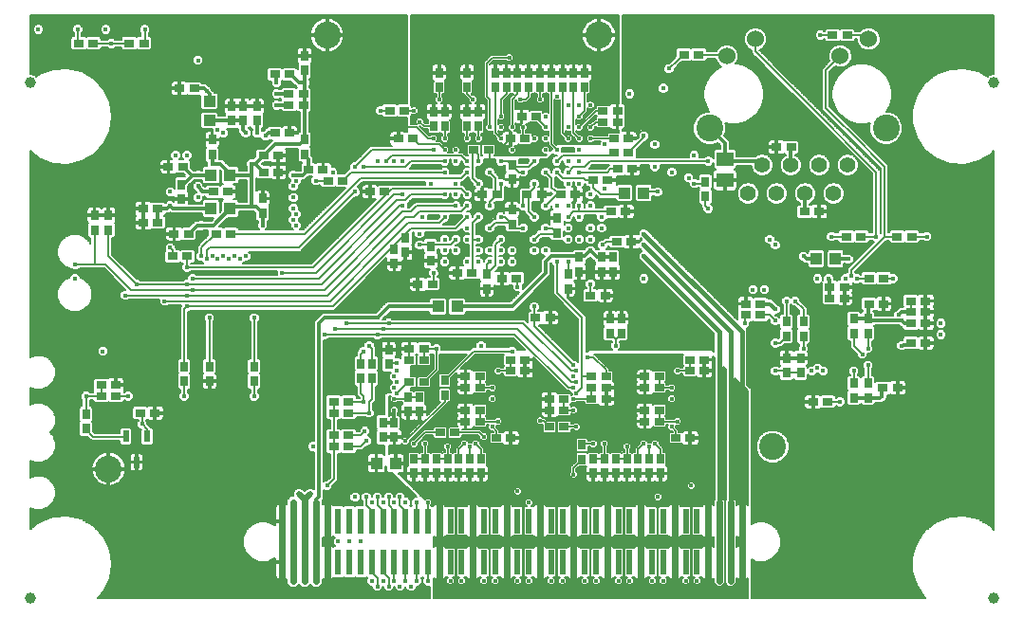
<source format=gbl>
G75*
G70*
%OFA0B0*%
%FSLAX24Y24*%
%IPPOS*%
%LPD*%
%AMOC8*
5,1,8,0,0,1.08239X$1,22.5*
%
%ADD10R,0.0354X0.0276*%
%ADD11R,0.0276X0.0354*%
%ADD12R,0.0236X0.0906*%
%ADD13R,0.0394X0.0433*%
%ADD14R,0.0217X0.0394*%
%ADD15R,0.0433X0.0394*%
%ADD16R,0.0591X0.0512*%
%ADD17C,0.0945*%
%ADD18C,0.0600*%
%ADD19C,0.0550*%
%ADD20C,0.0394*%
%ADD21C,0.0200*%
%ADD22C,0.0240*%
%ADD23C,0.0120*%
%ADD24C,0.0160*%
%ADD25C,0.0060*%
%ADD26C,0.0200*%
%ADD27C,0.0160*%
%ADD28C,0.0170*%
D10*
X005572Y008191D03*
X006084Y008191D03*
X004706Y008781D03*
X004194Y008781D03*
X004194Y009175D03*
X004706Y009175D03*
X006703Y013703D03*
X007215Y013703D03*
X007265Y014490D03*
X006754Y014490D03*
X006183Y014883D03*
X005671Y014883D03*
X005671Y015376D03*
X006183Y015376D03*
X008131Y015966D03*
X008643Y015966D03*
X009903Y016655D03*
X010415Y016655D03*
X010415Y017246D03*
X009903Y017246D03*
X010297Y018033D03*
X010809Y018033D03*
X010789Y019017D03*
X010789Y019411D03*
X011301Y019411D03*
X011301Y019017D03*
X010809Y020100D03*
X010297Y020100D03*
X007462Y019608D03*
X006950Y019608D03*
X005691Y021183D03*
X005179Y021183D03*
X003919Y021183D03*
X003407Y021183D03*
X006557Y016852D03*
X007069Y016852D03*
X008230Y014490D03*
X008742Y014490D03*
X011478Y016754D03*
X011990Y016754D03*
X012167Y016360D03*
X012679Y016360D03*
X013643Y015966D03*
X014155Y015966D03*
X014628Y017836D03*
X015139Y017836D03*
X014844Y018820D03*
X014332Y018820D03*
X017285Y017443D03*
X017797Y017443D03*
X018565Y017836D03*
X019076Y017836D03*
X018958Y018624D03*
X019470Y018624D03*
X021813Y018820D03*
X022324Y018820D03*
X022324Y018427D03*
X021813Y018427D03*
X022206Y017836D03*
X022718Y017836D03*
X022718Y017344D03*
X022206Y017344D03*
X022324Y016773D03*
X021990Y016380D03*
X021478Y016380D03*
X020848Y015868D03*
X020336Y015868D03*
X019667Y015868D03*
X019155Y015868D03*
X018092Y015868D03*
X017580Y015868D03*
X017206Y013112D03*
X016694Y013112D03*
X015828Y012718D03*
X015317Y012718D03*
X018269Y012915D03*
X018781Y012915D03*
X019450Y011537D03*
X019962Y011537D03*
X021380Y012324D03*
X021891Y012324D03*
X022305Y014214D03*
X022817Y014214D03*
X022620Y015277D03*
X022108Y015277D03*
X022836Y016773D03*
X027915Y017541D03*
X028427Y017541D03*
X028899Y015277D03*
X029411Y015277D03*
X030376Y014391D03*
X030887Y014391D03*
X032147Y014391D03*
X032659Y014391D03*
X031675Y012915D03*
X031163Y012915D03*
X030297Y012620D03*
X030297Y012226D03*
X029785Y012226D03*
X029785Y012620D03*
X031163Y012029D03*
X031675Y012029D03*
X032639Y012128D03*
X032639Y011734D03*
X032639Y011340D03*
X033151Y011340D03*
X033151Y011734D03*
X033151Y012128D03*
X033151Y010651D03*
X032639Y010651D03*
X032167Y009076D03*
X031655Y009076D03*
X029706Y008584D03*
X029194Y008584D03*
X025376Y009667D03*
X025376Y010061D03*
X024864Y010061D03*
X024864Y009667D03*
X023801Y009470D03*
X023801Y009076D03*
X023289Y009076D03*
X023289Y009470D03*
X021931Y009470D03*
X021931Y009076D03*
X021419Y009076D03*
X021419Y009470D03*
X021419Y008683D03*
X021931Y008683D03*
X023289Y008289D03*
X023289Y007895D03*
X023801Y007895D03*
X023801Y008289D03*
X024372Y007305D03*
X024883Y007305D03*
X020454Y007698D03*
X019943Y007698D03*
X019943Y008289D03*
X020454Y008289D03*
X020454Y008683D03*
X019943Y008683D03*
X019076Y009667D03*
X019076Y010061D03*
X018565Y010061D03*
X018565Y009667D03*
X017502Y009470D03*
X017502Y009076D03*
X016990Y009076D03*
X016990Y009470D03*
X015533Y009273D03*
X015021Y009273D03*
X015021Y010061D03*
X015021Y010454D03*
X015533Y010454D03*
X015533Y010061D03*
X012876Y008584D03*
X012364Y008584D03*
X012364Y008191D03*
X012876Y008191D03*
X012876Y007403D03*
X012364Y007403D03*
X012364Y007009D03*
X012876Y007009D03*
X016104Y007502D03*
X016616Y007502D03*
X016990Y007895D03*
X016990Y008289D03*
X017502Y008289D03*
X017502Y007895D03*
X018072Y007305D03*
X018584Y007305D03*
X026832Y011635D03*
X027344Y011635D03*
X027344Y012029D03*
X026832Y012029D03*
X025179Y020789D03*
X024667Y020789D03*
X029883Y021478D03*
X030395Y021478D03*
D11*
X025415Y016320D03*
X025415Y015809D03*
X022167Y013663D03*
X021773Y013663D03*
X021773Y013151D03*
X022167Y013151D03*
X020986Y013151D03*
X020592Y013072D03*
X020592Y012561D03*
X020986Y013663D03*
X020198Y014529D03*
X020198Y015041D03*
X018624Y014824D03*
X018624Y015336D03*
X018624Y016399D03*
X018624Y016911D03*
X017443Y018269D03*
X017049Y018269D03*
X017049Y018781D03*
X017443Y018781D03*
X016261Y018781D03*
X015868Y018781D03*
X015868Y018269D03*
X016261Y018269D03*
X016065Y019647D03*
X016065Y020159D03*
X017049Y020159D03*
X017049Y019647D03*
X018033Y019647D03*
X018427Y019647D03*
X018820Y019647D03*
X019214Y019647D03*
X019608Y019647D03*
X020002Y019647D03*
X020395Y019647D03*
X020789Y019647D03*
X021183Y019647D03*
X021183Y020159D03*
X020789Y020159D03*
X020395Y020159D03*
X020002Y020159D03*
X019608Y020159D03*
X019214Y020159D03*
X018820Y020159D03*
X018427Y020159D03*
X018033Y020159D03*
X011340Y020238D03*
X011340Y020750D03*
X009667Y018978D03*
X009175Y018978D03*
X008781Y018978D03*
X008781Y018466D03*
X009175Y018466D03*
X009667Y018466D03*
X008092Y017797D03*
X008092Y017285D03*
X007009Y016222D03*
X007009Y015710D03*
X004450Y015139D03*
X003958Y015139D03*
X003958Y014628D03*
X004450Y014628D03*
X009864Y015218D03*
X009864Y015730D03*
X011340Y017285D03*
X011340Y017797D03*
X014883Y014352D03*
X014490Y013958D03*
X014883Y013840D03*
X014490Y013446D03*
X015769Y013545D03*
X015769Y014057D03*
X017738Y013072D03*
X017738Y012561D03*
X014293Y010415D03*
X014293Y009903D03*
X013702Y009923D03*
X013309Y009923D03*
X013309Y009411D03*
X013702Y009411D03*
X014982Y008742D03*
X015376Y008742D03*
X015376Y008230D03*
X014982Y008230D03*
X014490Y007856D03*
X014096Y007856D03*
X014096Y007344D03*
X014490Y007344D03*
X015179Y006576D03*
X015572Y006576D03*
X015966Y006576D03*
X016360Y006576D03*
X016754Y006576D03*
X017147Y006576D03*
X017541Y006576D03*
X017541Y006065D03*
X017147Y006065D03*
X016754Y006065D03*
X016360Y006065D03*
X015966Y006065D03*
X015572Y006065D03*
X015179Y006065D03*
X016261Y008820D03*
X016261Y009332D03*
X021084Y007069D03*
X021084Y006557D03*
X021478Y006576D03*
X021872Y006576D03*
X022265Y006576D03*
X022659Y006576D03*
X023053Y006576D03*
X023446Y006576D03*
X023840Y006576D03*
X023840Y006065D03*
X023446Y006065D03*
X023053Y006065D03*
X022659Y006065D03*
X022265Y006065D03*
X021872Y006065D03*
X021478Y006065D03*
X028269Y009608D03*
X028761Y009608D03*
X028761Y010120D03*
X028269Y010120D03*
X028269Y010887D03*
X028269Y011399D03*
X028860Y011399D03*
X028860Y010887D03*
X030631Y010986D03*
X031124Y010986D03*
X031124Y011498D03*
X030631Y011498D03*
X030631Y009234D03*
X031124Y009234D03*
X031124Y008722D03*
X030631Y008722D03*
X022462Y010986D03*
X022069Y010986D03*
X022069Y011498D03*
X022462Y011498D03*
X009569Y009824D03*
X009569Y009313D03*
X007994Y009313D03*
X007994Y009824D03*
X007108Y009824D03*
X007108Y009313D03*
X003663Y008151D03*
X003663Y007639D03*
D12*
X010553Y004391D03*
X010946Y004391D03*
X011340Y004391D03*
X011734Y004391D03*
X012128Y004391D03*
X012521Y004391D03*
X012915Y004391D03*
X013309Y004391D03*
X013702Y004391D03*
X014096Y004391D03*
X014490Y004391D03*
X014883Y004391D03*
X015277Y004391D03*
X015671Y004391D03*
X016065Y004391D03*
X016458Y004391D03*
X016852Y004391D03*
X017246Y004391D03*
X017639Y004391D03*
X018033Y004391D03*
X018427Y004391D03*
X018820Y004391D03*
X019214Y004391D03*
X019608Y004391D03*
X020002Y004391D03*
X020395Y004391D03*
X020789Y004391D03*
X021183Y004391D03*
X021576Y004391D03*
X021970Y004391D03*
X022364Y004391D03*
X022757Y004391D03*
X023151Y004391D03*
X023545Y004391D03*
X023939Y004391D03*
X024332Y004391D03*
X024726Y004391D03*
X025120Y004391D03*
X025513Y004391D03*
X025907Y004391D03*
X026301Y004391D03*
X026694Y004391D03*
X026694Y002935D03*
X026301Y002935D03*
X025907Y002935D03*
X025513Y002935D03*
X025120Y002935D03*
X024726Y002935D03*
X024332Y002935D03*
X023939Y002935D03*
X023545Y002935D03*
X023151Y002935D03*
X022757Y002935D03*
X022364Y002935D03*
X021970Y002935D03*
X021576Y002935D03*
X021183Y002935D03*
X020789Y002935D03*
X020395Y002935D03*
X020002Y002935D03*
X019608Y002935D03*
X019214Y002935D03*
X018820Y002935D03*
X018427Y002935D03*
X018033Y002935D03*
X017639Y002935D03*
X017246Y002935D03*
X016852Y002935D03*
X016458Y002935D03*
X016065Y002935D03*
X015671Y002935D03*
X015277Y002935D03*
X014883Y002935D03*
X014490Y002935D03*
X014096Y002935D03*
X013702Y002935D03*
X013309Y002935D03*
X012915Y002935D03*
X012521Y002935D03*
X012128Y002935D03*
X011734Y002935D03*
X011340Y002935D03*
X010946Y002935D03*
X010553Y002935D03*
D13*
X013860Y006419D03*
X014529Y006419D03*
X016025Y011931D03*
X016694Y011931D03*
X022580Y015927D03*
X023250Y015927D03*
X029313Y013604D03*
X029982Y013604D03*
X008722Y015376D03*
X008053Y015376D03*
X008053Y016557D03*
X008722Y016557D03*
D14*
X005809Y007364D03*
X005061Y007364D03*
X005435Y006458D03*
D15*
X007994Y018486D03*
X007994Y019155D03*
D16*
X026104Y017128D03*
X026104Y016380D03*
D17*
X025563Y018211D03*
X021675Y021478D03*
X012128Y021478D03*
X031763Y018211D03*
X027777Y007009D03*
X004450Y006222D03*
D18*
X026173Y020741D03*
X027173Y021341D03*
X030153Y020741D03*
X031153Y021341D03*
D19*
X030413Y016911D03*
X029413Y016911D03*
X028413Y016911D03*
X027413Y016911D03*
X027913Y015911D03*
X026913Y015911D03*
X028913Y015911D03*
X029913Y015911D03*
D20*
X001694Y001694D03*
X001694Y019805D03*
X035553Y019805D03*
X035553Y001694D03*
D21*
X026694Y002285D03*
X026301Y002285D03*
X025907Y002285D03*
X025513Y002285D03*
X024332Y002285D03*
X023151Y002285D03*
X021970Y002285D03*
X020789Y002285D03*
X019608Y002285D03*
X018427Y002285D03*
X017246Y002285D03*
X016065Y002285D03*
X016065Y003663D03*
X017246Y003663D03*
X018427Y003663D03*
X019608Y003663D03*
X020789Y003663D03*
X021970Y003663D03*
X023151Y003663D03*
X024332Y003663D03*
X025513Y003663D03*
X025907Y003663D03*
X026301Y003663D03*
X026694Y003663D03*
X026694Y005041D03*
X026301Y005041D03*
X025907Y005041D03*
X025513Y005041D03*
X024332Y005041D03*
X023151Y005041D03*
X021970Y005041D03*
X020789Y005041D03*
X019608Y005041D03*
X018427Y005041D03*
X017246Y005041D03*
X016065Y005041D03*
X012128Y005041D03*
X011734Y005041D03*
X011537Y005336D03*
X011340Y005139D03*
X011143Y005336D03*
X010946Y005041D03*
X010553Y005041D03*
X010553Y003663D03*
X010946Y003663D03*
X011340Y003663D03*
X011734Y003663D03*
X012128Y003663D03*
X012128Y002285D03*
X011734Y002285D03*
X011340Y002285D03*
X010946Y002285D03*
X010553Y002285D03*
D22*
X010553Y002935D01*
X010553Y003663D01*
X010553Y004391D01*
X010553Y005041D01*
X010946Y005041D02*
X010946Y004391D01*
X010946Y003663D01*
X010946Y002935D01*
X010946Y002285D01*
X011340Y002285D02*
X011340Y002935D01*
X011340Y003663D01*
X011340Y004391D01*
X011340Y005139D01*
X011734Y005041D02*
X011734Y004391D01*
X011734Y003663D01*
X011734Y002935D01*
X011734Y002285D01*
X012128Y002285D02*
X012128Y003663D01*
X012128Y004391D01*
X012128Y005041D01*
X016065Y005041D02*
X016065Y004391D01*
X016065Y003663D01*
X016065Y002935D01*
X016065Y002285D01*
X017246Y002285D02*
X017246Y002482D01*
X017246Y002935D01*
X017246Y003663D01*
X017246Y004391D01*
X017246Y005041D01*
X018427Y005041D02*
X018427Y004391D01*
X018427Y003663D01*
X018427Y002285D01*
X019608Y002285D02*
X019608Y003663D01*
X019608Y004352D01*
X019608Y005041D01*
X019608Y004391D02*
X019608Y004352D01*
X020789Y004391D02*
X020789Y005041D01*
X020789Y004391D02*
X020789Y003663D01*
X020789Y002285D01*
X021970Y002285D02*
X021970Y003663D01*
X021970Y004391D01*
X021970Y005041D01*
X023151Y005041D02*
X023151Y004391D01*
X023151Y003663D01*
X023151Y002285D01*
X024332Y002285D02*
X024332Y003663D01*
X024332Y004391D01*
X024332Y005041D01*
X025513Y005041D02*
X025513Y004391D01*
X025513Y003663D01*
X025513Y002285D01*
X025907Y002285D02*
X025907Y002935D01*
X025907Y003663D01*
X025907Y004391D01*
X025907Y005041D01*
X026301Y005041D02*
X026301Y004391D01*
X026301Y003663D01*
X026301Y002935D01*
X026301Y002285D01*
X026694Y002285D02*
X026694Y002935D01*
X026694Y003663D01*
X026694Y004391D01*
X026694Y005041D01*
D23*
X025513Y003663D02*
X025513Y002935D01*
X025513Y002285D01*
X030631Y008722D02*
X031124Y008722D01*
X031557Y008722D01*
X031616Y008781D01*
X031616Y009037D01*
X031655Y009076D01*
X031616Y008781D02*
X031557Y008722D01*
X032305Y010553D02*
X032639Y010651D01*
X032639Y011340D02*
X032403Y011340D01*
X032305Y011439D01*
X031183Y011439D01*
X031124Y011498D02*
X030631Y011498D01*
X031124Y011498D02*
X031124Y011990D01*
X032206Y011635D02*
X032305Y011734D01*
X032639Y011734D01*
X030435Y013604D02*
X029982Y013604D01*
X029313Y013604D02*
X028958Y013604D01*
X028860Y013702D01*
X029746Y012915D02*
X029785Y012876D01*
X029785Y012620D01*
X029785Y012226D01*
X029785Y012620D02*
X029746Y012659D01*
X027876Y011832D02*
X027679Y012029D01*
X027344Y012029D01*
X028899Y015277D02*
X028899Y015897D01*
X028913Y015911D01*
X028413Y016911D02*
X028413Y017527D01*
X028427Y017541D01*
X027383Y016950D02*
X027285Y017049D01*
X026891Y017049D01*
X026104Y017049D01*
X026104Y017670D01*
X025563Y018211D01*
X026084Y017167D02*
X026104Y017128D01*
X026104Y017049D01*
X021616Y013663D02*
X021380Y013899D01*
X021183Y013702D01*
X021025Y013702D01*
X020986Y013663D01*
X021183Y013702D02*
X020002Y013702D01*
X019805Y013506D01*
X019805Y013112D01*
X018624Y011931D01*
X016694Y011931D01*
X016025Y011931D02*
X014293Y011931D01*
X013899Y011537D01*
X012029Y011537D01*
X011832Y011340D01*
X011832Y005238D01*
X011734Y005139D01*
X011734Y005041D01*
X012128Y002935D02*
X012128Y002285D01*
X014096Y007344D02*
X014490Y007344D01*
X014490Y007856D02*
X014096Y007856D01*
X014490Y007856D02*
X014490Y008289D01*
X021616Y013663D02*
X021773Y013663D01*
X022167Y013663D01*
X011478Y016754D02*
X011281Y016557D01*
X010946Y016557D01*
X011478Y016754D02*
X011478Y017108D01*
X011340Y017246D01*
X011340Y017285D01*
X011183Y017639D02*
X010848Y017639D01*
X010297Y017639D01*
X009903Y017246D01*
X009608Y016950D01*
X009470Y016950D01*
X009470Y016557D01*
X008781Y016557D01*
X008387Y016950D01*
X008092Y016950D01*
X008092Y017285D01*
X008053Y016557D02*
X007600Y016557D01*
X007403Y016557D01*
X007069Y016222D01*
X007009Y016222D01*
X007383Y016557D02*
X007069Y016852D01*
X007383Y016557D02*
X007403Y016557D01*
X007443Y016557D01*
X007600Y016557D01*
X007443Y016557D01*
X007403Y016557D01*
X007600Y016163D02*
X007738Y015966D01*
X008131Y015966D01*
X008643Y015966D02*
X009076Y015966D01*
X008781Y015435D02*
X008722Y015376D01*
X008131Y014785D01*
X007698Y014785D01*
X007561Y014785D01*
X007265Y014490D01*
X006183Y014883D02*
X006183Y015336D01*
X006183Y015376D01*
X006517Y015376D01*
X006616Y015474D01*
X006714Y015376D01*
X008053Y015376D01*
X008781Y015435D02*
X009470Y015435D01*
X009647Y015435D01*
X009864Y015218D01*
X009864Y014785D01*
X009470Y015435D02*
X009470Y016557D01*
X009608Y016950D02*
X009903Y016655D01*
X009864Y016163D02*
X009864Y015730D01*
X008781Y016557D02*
X008722Y016557D01*
X009273Y018033D02*
X009175Y018131D01*
X009175Y018230D01*
X009175Y018466D01*
X008781Y018466D01*
X008013Y018466D01*
X007994Y018486D01*
X008781Y018978D02*
X009175Y018978D01*
X009667Y018466D02*
X009667Y018033D01*
X009962Y017935D02*
X010061Y018033D01*
X010297Y018033D01*
X011183Y017639D02*
X011340Y017797D01*
X011340Y018131D01*
X011340Y018624D01*
X011340Y018722D01*
X011340Y018978D01*
X011301Y019017D01*
X011340Y019057D01*
X011340Y019411D01*
X011301Y019411D01*
X011340Y019450D01*
X011340Y019608D01*
X011340Y019706D01*
X011340Y019805D01*
X011143Y019805D01*
X010848Y020100D01*
X010809Y020041D01*
X010809Y020100D01*
X011301Y020198D02*
X011340Y020238D01*
X011340Y019903D01*
X011340Y019805D01*
X010789Y019411D02*
X010356Y019411D01*
X010356Y019017D02*
X010789Y019017D01*
X010356Y019805D02*
X010356Y020041D01*
X007994Y019411D02*
X007994Y019155D01*
X007994Y019411D02*
X007895Y019509D01*
X007797Y019608D01*
X007462Y019608D01*
X006950Y019608D02*
X006517Y019608D01*
X006222Y015376D02*
X006183Y015336D01*
X005671Y015376D02*
X005671Y014883D01*
D24*
X006616Y015179D03*
X006616Y015474D03*
X006616Y015966D03*
X006517Y016360D03*
X006517Y017246D03*
X006813Y017246D03*
X007206Y017246D03*
X008092Y016950D03*
X007600Y016557D03*
X007600Y016163D03*
X007600Y015769D03*
X007698Y014785D03*
X006616Y013998D03*
X007206Y013309D03*
X007403Y012915D03*
X007206Y012718D03*
X007403Y012521D03*
X007206Y012324D03*
X007206Y011931D03*
X006419Y012128D03*
X005435Y012718D03*
X005041Y012324D03*
X003269Y012915D03*
X003269Y013407D03*
X002482Y014490D03*
X004943Y015572D03*
X007698Y013702D03*
X007895Y013604D03*
X008092Y013702D03*
X008289Y013604D03*
X008486Y013702D03*
X008683Y013604D03*
X008880Y013702D03*
X009076Y013604D03*
X009273Y013702D03*
X009569Y013506D03*
X010553Y013112D03*
X009569Y011537D03*
X007994Y011537D03*
X004254Y010356D03*
X003171Y009273D03*
X003663Y008781D03*
X003171Y008289D03*
X005139Y008781D03*
X005631Y007797D03*
X007108Y008781D03*
X007974Y008781D03*
X009569Y008781D03*
X011635Y007009D03*
X012128Y005631D03*
X013112Y005238D03*
X013506Y005238D03*
X013702Y005041D03*
X013899Y005238D03*
X014096Y005041D03*
X014293Y005238D03*
X014490Y005041D03*
X014687Y005238D03*
X014883Y005041D03*
X015080Y005238D03*
X015277Y005041D03*
X015671Y005041D03*
X013309Y003663D03*
X012915Y003663D03*
X012521Y003663D03*
X013702Y002285D03*
X013899Y002088D03*
X014096Y002285D03*
X014293Y002088D03*
X014490Y002285D03*
X014687Y002088D03*
X014883Y002285D03*
X015080Y002088D03*
X015277Y002285D03*
X015671Y002285D03*
X016458Y002285D03*
X016852Y002285D03*
X017639Y002285D03*
X018033Y002285D03*
X018820Y002285D03*
X019214Y002285D03*
X020002Y002285D03*
X020395Y002285D03*
X021183Y002285D03*
X021576Y002285D03*
X022364Y002285D03*
X022757Y002285D03*
X023545Y002285D03*
X023939Y002285D03*
X024726Y002285D03*
X025120Y002285D03*
X023742Y005238D03*
X024923Y005631D03*
X025513Y006124D03*
X024332Y006124D03*
X023446Y007009D03*
X023250Y007108D03*
X023643Y007108D03*
X024234Y007698D03*
X024431Y007895D03*
X024431Y008486D03*
X024234Y008683D03*
X024431Y008880D03*
X024234Y009076D03*
X024431Y009667D03*
X024234Y009864D03*
X025691Y009372D03*
X027777Y009864D03*
X027876Y009667D03*
X028860Y010454D03*
X029352Y009765D03*
X029549Y009667D03*
X029155Y009667D03*
X030139Y008584D03*
X030631Y009667D03*
X031124Y009864D03*
X030927Y010257D03*
X031124Y010454D03*
X032206Y010061D03*
X032305Y010553D03*
X032206Y010848D03*
X032305Y011439D03*
X032206Y011635D03*
X033683Y011340D03*
X033683Y010946D03*
X033092Y010257D03*
X033978Y011734D03*
X032009Y012915D03*
X030730Y012915D03*
X030533Y013013D03*
X030336Y012915D03*
X029746Y012915D03*
X029352Y012915D03*
X029057Y012915D03*
X028565Y012128D03*
X028269Y012128D03*
X027876Y011832D03*
X027876Y011439D03*
X027876Y010651D03*
X026793Y011340D03*
X026399Y012029D03*
X027088Y012521D03*
X027482Y012521D03*
X028860Y013702D03*
X027876Y014096D03*
X027679Y014293D03*
X026104Y015671D03*
X025513Y015376D03*
X025021Y016261D03*
X024824Y016458D03*
X024234Y016655D03*
X023643Y016852D03*
X023643Y017639D03*
X023250Y017935D03*
X022757Y018427D03*
X021872Y018033D03*
X021872Y017639D03*
X021380Y017836D03*
X021380Y018230D03*
X020986Y018230D03*
X020986Y017836D03*
X020592Y017836D03*
X020592Y018230D03*
X020198Y018230D03*
X019805Y018230D03*
X019805Y017836D03*
X019411Y017836D03*
X019017Y018230D03*
X018624Y018230D03*
X018230Y018230D03*
X018230Y017836D03*
X017836Y017836D03*
X017443Y017836D03*
X017049Y017836D03*
X016655Y017836D03*
X016261Y017836D03*
X015868Y017836D03*
X015868Y017443D03*
X016261Y017443D03*
X016655Y017443D03*
X016655Y017049D03*
X016261Y017049D03*
X016261Y016655D03*
X016655Y016655D03*
X017049Y016655D03*
X017443Y016655D03*
X017836Y016655D03*
X017836Y017049D03*
X017443Y017049D03*
X017049Y017049D03*
X017443Y016261D03*
X017836Y016261D03*
X018230Y016261D03*
X018230Y016655D03*
X018230Y017049D03*
X018230Y017443D03*
X018624Y017443D03*
X019017Y017443D03*
X019411Y017443D03*
X019805Y017443D03*
X020198Y017443D03*
X020592Y017443D03*
X020986Y017443D03*
X020986Y017049D03*
X020592Y017049D03*
X020198Y017049D03*
X019805Y017049D03*
X019805Y016655D03*
X020198Y016655D03*
X020592Y016655D03*
X020986Y016655D03*
X020986Y016261D03*
X020592Y016261D03*
X020198Y016261D03*
X019805Y016261D03*
X019411Y016261D03*
X019017Y016261D03*
X019017Y016655D03*
X019017Y017049D03*
X019411Y017049D03*
X019411Y016655D03*
X019411Y015474D03*
X019017Y015474D03*
X019017Y015080D03*
X019017Y014687D03*
X019411Y014687D03*
X019411Y015080D03*
X019805Y015080D03*
X019805Y014687D03*
X019805Y014293D03*
X019411Y014293D03*
X019017Y014293D03*
X018624Y013899D03*
X018624Y013506D03*
X019017Y013506D03*
X019411Y013899D03*
X019805Y013899D03*
X020198Y013506D03*
X020592Y013506D03*
X020592Y013899D03*
X020592Y014293D03*
X020592Y014687D03*
X020592Y015080D03*
X020986Y015080D03*
X021380Y015080D03*
X021773Y015080D03*
X021773Y014687D03*
X021380Y014687D03*
X021380Y014293D03*
X021813Y014096D03*
X021380Y013899D03*
X021380Y013112D03*
X021380Y012718D03*
X020002Y012620D03*
X019411Y011931D03*
X018820Y011537D03*
X018427Y012324D03*
X018820Y012620D03*
X018230Y013506D03*
X018230Y013899D03*
X017836Y013899D03*
X017443Y013899D03*
X017443Y013506D03*
X017836Y013506D03*
X017049Y013506D03*
X017049Y013899D03*
X016655Y013899D03*
X016655Y013506D03*
X016261Y013506D03*
X016261Y013899D03*
X016261Y014293D03*
X016655Y014293D03*
X017049Y014293D03*
X017443Y014293D03*
X017836Y014293D03*
X018230Y014293D03*
X018230Y014687D03*
X018230Y015080D03*
X017836Y015080D03*
X017836Y014687D03*
X017443Y014687D03*
X017443Y015080D03*
X017049Y015080D03*
X017049Y014687D03*
X016655Y015080D03*
X016261Y015080D03*
X015868Y015080D03*
X015474Y015080D03*
X015376Y014490D03*
X015376Y014096D03*
X014883Y013506D03*
X015474Y013112D03*
X015868Y013112D03*
X017246Y012561D03*
X017541Y010553D03*
X017935Y009864D03*
X018131Y009667D03*
X017935Y009076D03*
X018131Y008880D03*
X017935Y008683D03*
X018131Y008486D03*
X018131Y007895D03*
X017935Y007698D03*
X017639Y007346D03*
X017344Y007108D03*
X017147Y007009D03*
X016950Y007108D03*
X016360Y007009D03*
X016163Y007108D03*
X015572Y007108D03*
X015179Y007108D03*
X014883Y007206D03*
X013506Y007206D03*
X013456Y007551D03*
X013604Y008191D03*
X013407Y008584D03*
X014490Y008683D03*
X014588Y008880D03*
X014490Y009076D03*
X014588Y009273D03*
X014490Y009470D03*
X014588Y009667D03*
X014588Y009962D03*
X013604Y010553D03*
X013407Y010356D03*
X013899Y010946D03*
X014096Y011143D03*
X014293Y011340D03*
X013899Y011537D03*
X012817Y011340D03*
X012423Y011143D03*
X012029Y010946D03*
X014588Y008486D03*
X014490Y008289D03*
X015966Y010454D03*
X016163Y010553D03*
X018624Y010356D03*
X018820Y010553D03*
X019431Y009372D03*
X020789Y009470D03*
X020887Y009273D03*
X020789Y009076D03*
X020887Y008880D03*
X020789Y008683D03*
X020887Y008486D03*
X020789Y008289D03*
X020887Y007698D03*
X021478Y007108D03*
X021872Y007108D03*
X022462Y007108D03*
X022659Y007009D03*
X020789Y006025D03*
X019214Y005041D03*
X018820Y005435D03*
X018033Y006714D03*
X019608Y007913D03*
X020887Y009667D03*
X020789Y009864D03*
X020887Y010159D03*
X021281Y010159D03*
X022265Y010553D03*
X022462Y010454D03*
X022659Y011931D03*
X023250Y012915D03*
X023250Y013702D03*
X023250Y014096D03*
X023250Y014490D03*
X023250Y015080D03*
X023742Y015966D03*
X025021Y017246D03*
X025513Y017049D03*
X026694Y016458D03*
X029844Y014391D03*
X030435Y013604D03*
X031419Y014391D03*
X033191Y014391D03*
X030631Y011931D03*
X031616Y008781D03*
X025513Y007502D03*
X021380Y015474D03*
X020986Y015474D03*
X020592Y015474D03*
X020198Y015474D03*
X019805Y015474D03*
X021380Y015868D03*
X021872Y016065D03*
X021872Y015671D03*
X021872Y016852D03*
X020986Y018624D03*
X020986Y019017D03*
X021380Y019017D03*
X020592Y019017D03*
X020198Y019017D03*
X019805Y018624D03*
X019608Y019214D03*
X019017Y019017D03*
X018919Y019214D03*
X018230Y018624D03*
X017836Y018230D03*
X017246Y019214D03*
X017541Y019313D03*
X016852Y019214D03*
X016458Y019214D03*
X016065Y019214D03*
X015277Y019608D03*
X015179Y018820D03*
X015376Y018427D03*
X014588Y018230D03*
X013998Y018820D03*
X012029Y017147D03*
X012324Y016655D03*
X011734Y016360D03*
X011045Y016360D03*
X010946Y016557D03*
X010946Y016163D03*
X010946Y015769D03*
X010946Y015376D03*
X011045Y015179D03*
X010946Y014982D03*
X011045Y014785D03*
X009864Y014785D03*
X009569Y014785D03*
X009076Y015966D03*
X009864Y016163D03*
X009470Y016950D03*
X009273Y018033D03*
X008978Y018033D03*
X009667Y018033D03*
X009962Y017935D03*
X010848Y018427D03*
X010356Y019017D03*
X010356Y019411D03*
X010356Y019805D03*
X009470Y019411D03*
X008781Y019411D03*
X008289Y019509D03*
X007895Y019509D03*
X006517Y019608D03*
X007600Y020592D03*
X008722Y020592D03*
X009076Y020592D03*
X011340Y019805D03*
X008486Y018033D03*
X008289Y018131D03*
X007797Y018033D03*
X011045Y016852D03*
X013112Y016852D03*
X013407Y016852D03*
X013899Y017049D03*
X014194Y017049D03*
X014490Y017049D03*
X014785Y017049D03*
X015376Y016852D03*
X015769Y016261D03*
X016261Y015868D03*
X016655Y015868D03*
X016655Y016261D03*
X017049Y015868D03*
X017049Y015474D03*
X017443Y015474D03*
X017836Y015474D03*
X018230Y015474D03*
X016655Y015474D03*
X015179Y015671D03*
X014785Y015868D03*
X014785Y015474D03*
X013407Y016261D03*
X013112Y015966D03*
X018525Y020691D03*
X017443Y021675D03*
X015769Y021675D03*
X020002Y020691D03*
X020198Y019313D03*
X022167Y019509D03*
X022757Y019411D03*
X023939Y019608D03*
X024431Y019214D03*
X024135Y020297D03*
X022757Y020297D03*
X029450Y021478D03*
X005730Y021675D03*
X004549Y021183D03*
X004352Y021675D03*
X003368Y021675D03*
X001990Y021675D03*
X002482Y011734D03*
X003171Y006714D03*
X003171Y005730D03*
D25*
X002597Y005506D02*
X002597Y005265D01*
X002504Y005042D01*
X002334Y004871D01*
X002111Y004778D01*
X001869Y004778D01*
X001694Y004851D01*
X001694Y004096D01*
X002021Y004356D01*
X002021Y004356D01*
X002495Y004543D01*
X002495Y004543D01*
X003003Y004581D01*
X003003Y004581D01*
X003500Y004467D01*
X003500Y004467D01*
X003942Y004213D01*
X003942Y004213D01*
X004288Y003839D01*
X004288Y003839D01*
X004510Y003380D01*
X004510Y003380D01*
X004586Y002876D01*
X004510Y002372D01*
X004510Y002372D01*
X004288Y001912D01*
X004288Y001912D01*
X004086Y001694D01*
X015728Y001694D01*
X015728Y002095D01*
X015592Y002095D01*
X015481Y002206D01*
X015481Y002364D01*
X015498Y002381D01*
X015474Y002405D01*
X015450Y002381D01*
X015467Y002364D01*
X015467Y002206D01*
X015356Y002095D01*
X015270Y002095D01*
X015270Y002009D01*
X015159Y001898D01*
X015002Y001898D01*
X014890Y002009D01*
X014890Y002095D01*
X014877Y002095D01*
X014877Y002009D01*
X014765Y001898D01*
X014608Y001898D01*
X014497Y002009D01*
X014497Y002095D01*
X014483Y002095D01*
X014483Y002009D01*
X014372Y001898D01*
X014214Y001898D01*
X014103Y002009D01*
X014103Y002095D01*
X014089Y002095D01*
X014089Y002009D01*
X013978Y001898D01*
X013821Y001898D01*
X013709Y002009D01*
X013709Y002095D01*
X013624Y002095D01*
X013512Y002206D01*
X013512Y002364D01*
X013530Y002381D01*
X013506Y002405D01*
X013472Y002372D01*
X013145Y002372D01*
X013112Y002405D01*
X013079Y002372D01*
X012751Y002372D01*
X012718Y002405D01*
X012685Y002372D01*
X012358Y002372D01*
X012339Y002391D01*
X012325Y002378D01*
X012296Y002361D01*
X012263Y002352D01*
X012157Y002352D01*
X012157Y002906D01*
X012099Y002906D01*
X012099Y002352D01*
X011992Y002352D01*
X011964Y002360D01*
X011964Y002190D01*
X011829Y002055D01*
X011639Y002055D01*
X011537Y002157D01*
X011435Y002055D01*
X011245Y002055D01*
X011143Y002157D01*
X011042Y002055D01*
X010851Y002055D01*
X010716Y002190D01*
X010716Y002360D01*
X010688Y002352D01*
X010582Y002352D01*
X010582Y002906D01*
X010524Y002906D01*
X010305Y002906D01*
X010305Y002465D01*
X010314Y002432D01*
X010331Y002402D01*
X010355Y002378D01*
X010384Y002361D01*
X010418Y002352D01*
X010524Y002352D01*
X010524Y002906D01*
X010524Y002964D01*
X010305Y002964D01*
X010305Y003086D01*
X010283Y003065D01*
X010024Y002957D01*
X009743Y002957D01*
X009484Y003065D01*
X009285Y003263D01*
X009178Y003523D01*
X009178Y003803D01*
X009285Y004063D01*
X009484Y004261D01*
X009743Y004369D01*
X010024Y004369D01*
X010283Y004261D01*
X010305Y004240D01*
X010305Y004362D01*
X010524Y004362D01*
X010524Y004420D01*
X010305Y004420D01*
X010305Y004861D01*
X010314Y004894D01*
X010331Y004924D01*
X010355Y004948D01*
X010384Y004965D01*
X010418Y004974D01*
X010524Y004974D01*
X010524Y004420D01*
X010582Y004420D01*
X010582Y004974D01*
X010688Y004974D01*
X010716Y004966D01*
X010716Y005136D01*
X010851Y005271D01*
X010933Y005271D01*
X010933Y005423D01*
X011056Y005546D01*
X011230Y005546D01*
X011340Y005436D01*
X011450Y005546D01*
X011624Y005546D01*
X011662Y005508D01*
X011662Y006819D01*
X011557Y006819D01*
X011445Y006931D01*
X011445Y007088D01*
X011557Y007199D01*
X011662Y007199D01*
X011662Y011411D01*
X011959Y011707D01*
X013801Y011707D01*
X013821Y011727D01*
X013849Y011727D01*
X014123Y012001D01*
X014222Y012101D01*
X015718Y012101D01*
X015718Y012193D01*
X015783Y012257D01*
X016268Y012257D01*
X016332Y012193D01*
X016332Y011669D01*
X016268Y011604D01*
X015783Y011604D01*
X015718Y011669D01*
X015718Y011761D01*
X014363Y011761D01*
X014089Y011487D01*
X014089Y011480D01*
X014164Y011480D01*
X014214Y011530D01*
X014372Y011530D01*
X014422Y011480D01*
X019075Y011480D01*
X019157Y011398D01*
X019163Y011392D01*
X019163Y011720D01*
X019228Y011785D01*
X019271Y011785D01*
X019271Y011802D01*
X019221Y011852D01*
X019221Y012009D01*
X019332Y012121D01*
X019490Y012121D01*
X019601Y012009D01*
X019601Y011852D01*
X019551Y011802D01*
X019551Y011785D01*
X019673Y011785D01*
X019692Y011766D01*
X019705Y011779D01*
X019735Y011796D01*
X019768Y011805D01*
X019932Y011805D01*
X019932Y011567D01*
X019992Y011567D01*
X019992Y011805D01*
X020156Y011805D01*
X020190Y011796D01*
X020219Y011779D01*
X020243Y011755D01*
X020261Y011725D01*
X020269Y011692D01*
X020269Y011567D01*
X019992Y011567D01*
X019992Y011507D01*
X019992Y011269D01*
X020156Y011269D01*
X020190Y011278D01*
X020219Y011295D01*
X020243Y011319D01*
X020261Y011349D01*
X020269Y011382D01*
X020269Y011507D01*
X019992Y011507D01*
X019932Y011507D01*
X019932Y011269D01*
X019768Y011269D01*
X019735Y011278D01*
X019705Y011295D01*
X019692Y011308D01*
X019673Y011289D01*
X019562Y011289D01*
X020797Y010054D01*
X020868Y010054D01*
X020944Y009977D01*
X020944Y011479D01*
X020058Y012365D01*
X020058Y013377D01*
X020008Y013427D01*
X020008Y013469D01*
X019975Y013435D01*
X019975Y013041D01*
X019875Y012942D01*
X018694Y011761D01*
X017001Y011761D01*
X017001Y011669D01*
X016937Y011604D01*
X016452Y011604D01*
X016388Y011669D01*
X016388Y012193D01*
X016452Y012257D01*
X016937Y012257D01*
X017001Y012193D01*
X017001Y012101D01*
X018553Y012101D01*
X018882Y012430D01*
X018742Y012430D01*
X018630Y012541D01*
X018630Y012667D01*
X018558Y012667D01*
X018539Y012686D01*
X018526Y012673D01*
X018497Y012656D01*
X018464Y012647D01*
X018299Y012647D01*
X018299Y012885D01*
X018239Y012885D01*
X018239Y012647D01*
X018075Y012647D01*
X018042Y012656D01*
X018012Y012673D01*
X018006Y012680D01*
X018006Y012591D01*
X017768Y012591D01*
X017768Y012531D01*
X018006Y012531D01*
X018006Y012366D01*
X017997Y012333D01*
X017980Y012304D01*
X017955Y012279D01*
X017926Y012262D01*
X017893Y012253D01*
X017768Y012253D01*
X017768Y012531D01*
X017708Y012531D01*
X017470Y012531D01*
X017470Y012366D01*
X017479Y012333D01*
X017496Y012304D01*
X017520Y012279D01*
X017550Y012262D01*
X017583Y012253D01*
X017708Y012253D01*
X017708Y012531D01*
X017708Y012591D01*
X017470Y012591D01*
X017470Y012755D01*
X017479Y012788D01*
X017496Y012818D01*
X017509Y012831D01*
X017490Y012850D01*
X017490Y012925D01*
X017429Y012864D01*
X016984Y012864D01*
X016965Y012883D01*
X016951Y012870D01*
X016922Y012853D01*
X016889Y012844D01*
X016724Y012844D01*
X016724Y013082D01*
X016664Y013082D01*
X016387Y013082D01*
X016387Y012957D01*
X016396Y012924D01*
X016413Y012894D01*
X016438Y012870D01*
X016467Y012853D01*
X016500Y012844D01*
X016664Y012844D01*
X016664Y013082D01*
X016664Y013142D01*
X016387Y013142D01*
X016387Y013267D01*
X016396Y013300D01*
X016413Y013329D01*
X016438Y013354D01*
X016467Y013371D01*
X016500Y013380D01*
X016664Y013380D01*
X016664Y013142D01*
X016724Y013142D01*
X016724Y013380D01*
X016889Y013380D01*
X016912Y013373D01*
X016859Y013427D01*
X016859Y013584D01*
X016970Y013696D01*
X017106Y013696D01*
X017106Y014103D01*
X016970Y014103D01*
X016859Y014214D01*
X016859Y014372D01*
X016970Y014483D01*
X017106Y014483D01*
X017106Y014497D01*
X016970Y014497D01*
X016859Y014608D01*
X016859Y014692D01*
X016795Y014629D01*
X016713Y014547D01*
X015566Y014547D01*
X015566Y014411D01*
X015454Y014300D01*
X015297Y014300D01*
X015186Y014411D01*
X015186Y014547D01*
X015138Y014547D01*
X015131Y014540D01*
X015131Y014129D01*
X015112Y014110D01*
X015125Y014097D01*
X015142Y014068D01*
X015151Y014034D01*
X015151Y013870D01*
X014913Y013870D01*
X014913Y013810D01*
X014913Y013533D01*
X015038Y013533D01*
X015071Y013542D01*
X015101Y013559D01*
X015125Y013583D01*
X015142Y013613D01*
X015151Y013646D01*
X015151Y013810D01*
X014913Y013810D01*
X014853Y013810D01*
X014853Y013533D01*
X014758Y013533D01*
X014758Y013476D01*
X014520Y013476D01*
X014520Y013416D01*
X014520Y013139D01*
X014645Y013139D01*
X014678Y013148D01*
X014707Y013165D01*
X014732Y013189D01*
X014749Y013219D01*
X014758Y013252D01*
X014758Y013416D01*
X014520Y013416D01*
X014460Y013416D01*
X014460Y013139D01*
X014335Y013139D01*
X014302Y013148D01*
X014272Y013165D01*
X014248Y013189D01*
X014231Y013219D01*
X014222Y013252D01*
X014222Y013416D01*
X014460Y013416D01*
X014460Y013476D01*
X014222Y013476D01*
X014222Y013630D01*
X012464Y011873D01*
X012382Y011791D01*
X007335Y011791D01*
X007285Y011741D01*
X007248Y011741D01*
X007248Y010112D01*
X007291Y010112D01*
X007356Y010047D01*
X007356Y009602D01*
X007322Y009569D01*
X007356Y009535D01*
X007356Y009090D01*
X007291Y009025D01*
X007248Y009025D01*
X007248Y008910D01*
X007298Y008860D01*
X007298Y008702D01*
X007187Y008591D01*
X007029Y008591D01*
X006918Y008702D01*
X006918Y008860D01*
X006968Y008910D01*
X006968Y009025D01*
X006925Y009025D01*
X006860Y009090D01*
X006860Y009535D01*
X006893Y009569D01*
X006860Y009602D01*
X006860Y010047D01*
X006925Y010112D01*
X006968Y010112D01*
X006968Y011890D01*
X007016Y011939D01*
X007016Y011988D01*
X006548Y011988D01*
X006498Y011938D01*
X006340Y011938D01*
X006229Y012049D01*
X006229Y012184D01*
X005170Y012184D01*
X005120Y012134D01*
X004962Y012134D01*
X004851Y012246D01*
X004851Y012403D01*
X004962Y012514D01*
X005047Y012514D01*
X004294Y013267D01*
X003441Y013267D01*
X003392Y013247D01*
X003378Y013247D01*
X003348Y013217D01*
X003191Y013217D01*
X003161Y013247D01*
X003147Y013247D01*
X002921Y013340D01*
X002748Y013513D01*
X002654Y013739D01*
X002654Y013984D01*
X002748Y014210D01*
X002921Y014383D01*
X003147Y014477D01*
X003392Y014477D01*
X003618Y014383D01*
X003791Y014210D01*
X003818Y014144D01*
X003818Y014340D01*
X003775Y014340D01*
X003710Y014405D01*
X003710Y014850D01*
X003730Y014869D01*
X003716Y014882D01*
X003699Y014912D01*
X003690Y014945D01*
X003690Y015109D01*
X003928Y015109D01*
X003928Y015169D01*
X003690Y015169D01*
X003690Y015334D01*
X003699Y015367D01*
X003716Y015396D01*
X003741Y015421D01*
X003770Y015438D01*
X003803Y015447D01*
X003928Y015447D01*
X003928Y015169D01*
X003988Y015169D01*
X004420Y015169D01*
X004420Y015109D01*
X004183Y015109D01*
X003988Y015109D01*
X003988Y015169D01*
X003988Y015447D01*
X004113Y015447D01*
X004146Y015438D01*
X004176Y015421D01*
X004200Y015396D01*
X004204Y015389D01*
X004209Y015396D01*
X004233Y015421D01*
X004262Y015438D01*
X004295Y015447D01*
X004420Y015447D01*
X004420Y015169D01*
X004480Y015169D01*
X004480Y015447D01*
X004605Y015447D01*
X004638Y015438D01*
X004668Y015421D01*
X004692Y015396D01*
X004709Y015367D01*
X004718Y015334D01*
X004718Y015169D01*
X004480Y015169D01*
X004480Y015109D01*
X004718Y015109D01*
X004718Y014945D01*
X004709Y014912D01*
X004692Y014882D01*
X004679Y014869D01*
X004698Y014850D01*
X004698Y014405D01*
X004634Y014340D01*
X004590Y014340D01*
X004590Y013760D01*
X005443Y012908D01*
X005513Y012908D01*
X005563Y012858D01*
X007078Y012858D01*
X007128Y012908D01*
X007213Y012908D01*
X007213Y012994D01*
X007324Y013105D01*
X007482Y013105D01*
X007532Y013055D01*
X010363Y013055D01*
X010363Y013169D01*
X007335Y013169D01*
X007285Y013119D01*
X007128Y013119D01*
X007016Y013230D01*
X007016Y013387D01*
X007066Y013437D01*
X007066Y013455D01*
X006992Y013455D01*
X006959Y013489D01*
X006926Y013455D01*
X006480Y013455D01*
X006416Y013520D01*
X006416Y013887D01*
X006437Y013908D01*
X006426Y013919D01*
X006426Y014076D01*
X006537Y014188D01*
X006694Y014188D01*
X006806Y014076D01*
X006806Y014006D01*
X006843Y013968D01*
X006843Y013951D01*
X006926Y013951D01*
X006959Y013918D01*
X006992Y013951D01*
X007438Y013951D01*
X007502Y013887D01*
X007502Y013520D01*
X007438Y013455D01*
X007346Y013455D01*
X007346Y013449D01*
X007782Y013449D01*
X007718Y013512D01*
X007620Y013512D01*
X007508Y013624D01*
X007508Y013781D01*
X007558Y013831D01*
X007558Y014056D01*
X007640Y014138D01*
X007943Y014440D01*
X007943Y014615D01*
X007797Y014615D01*
X007777Y014595D01*
X007620Y014595D01*
X007615Y014599D01*
X007553Y014537D01*
X007553Y014306D01*
X007488Y014242D01*
X007043Y014242D01*
X007024Y014261D01*
X007011Y014248D01*
X006981Y014231D01*
X006948Y014222D01*
X006784Y014222D01*
X006784Y014460D01*
X006724Y014460D01*
X006724Y014222D01*
X006559Y014222D01*
X006526Y014231D01*
X006497Y014248D01*
X006472Y014272D01*
X006455Y014302D01*
X006446Y014335D01*
X006446Y014460D01*
X006724Y014460D01*
X006724Y014520D01*
X006724Y014758D01*
X006559Y014758D01*
X006526Y014749D01*
X006497Y014732D01*
X006472Y014707D01*
X006470Y014703D01*
X006470Y015067D01*
X006407Y015130D01*
X006470Y015192D01*
X006470Y015206D01*
X006588Y015206D01*
X006616Y015234D01*
X006644Y015206D01*
X007746Y015206D01*
X007746Y015113D01*
X007810Y015049D01*
X008155Y015049D01*
X008061Y014955D01*
X007797Y014955D01*
X007777Y014975D01*
X007620Y014975D01*
X007600Y014955D01*
X007490Y014955D01*
X007273Y014738D01*
X007043Y014738D01*
X007024Y014719D01*
X007011Y014732D01*
X006981Y014749D01*
X006948Y014758D01*
X006784Y014758D01*
X006784Y014520D01*
X006724Y014520D01*
X006446Y014520D01*
X006446Y014645D01*
X006455Y014678D01*
X006466Y014696D01*
X006405Y014636D01*
X005960Y014636D01*
X005941Y014655D01*
X005928Y014642D01*
X005898Y014625D01*
X005865Y014616D01*
X005701Y014616D01*
X005701Y014853D01*
X005641Y014853D01*
X005641Y014616D01*
X005477Y014616D01*
X005444Y014625D01*
X005414Y014642D01*
X005390Y014666D01*
X005373Y014695D01*
X005364Y014729D01*
X005364Y014853D01*
X005641Y014853D01*
X005641Y014913D01*
X005364Y014913D01*
X005364Y015038D01*
X005373Y015071D01*
X005390Y015101D01*
X005414Y015125D01*
X005421Y015130D01*
X005414Y015134D01*
X005390Y015158D01*
X005373Y015188D01*
X005364Y015221D01*
X005364Y015346D01*
X005641Y015346D01*
X005641Y015406D01*
X005641Y015643D01*
X005477Y015643D01*
X005444Y015635D01*
X005414Y015617D01*
X005390Y015593D01*
X005373Y015564D01*
X005364Y015531D01*
X005364Y015406D01*
X005641Y015406D01*
X005701Y015406D01*
X005701Y015643D01*
X005865Y015643D01*
X005898Y015635D01*
X005928Y015617D01*
X005941Y015604D01*
X005960Y015623D01*
X006405Y015623D01*
X006451Y015578D01*
X006537Y015664D01*
X006694Y015664D01*
X006742Y015617D01*
X006742Y015680D01*
X006979Y015680D01*
X006979Y015740D01*
X006742Y015740D01*
X006742Y015823D01*
X006694Y015776D01*
X006537Y015776D01*
X006426Y015887D01*
X006426Y016045D01*
X006537Y016156D01*
X006694Y016156D01*
X006762Y016089D01*
X006762Y016445D01*
X006826Y016509D01*
X007115Y016509D01*
X007149Y016543D01*
X007084Y016604D01*
X006846Y016604D01*
X006827Y016623D01*
X006814Y016610D01*
X006784Y016593D01*
X006751Y016584D01*
X006587Y016584D01*
X006587Y016822D01*
X006527Y016822D01*
X006527Y016584D01*
X006362Y016584D01*
X006329Y016593D01*
X006300Y016610D01*
X006276Y016634D01*
X006258Y016664D01*
X006250Y016697D01*
X006250Y016822D01*
X006527Y016822D01*
X006527Y016882D01*
X006527Y017120D01*
X006362Y017120D01*
X006329Y017111D01*
X006300Y017094D01*
X006276Y017070D01*
X006258Y017040D01*
X006250Y017007D01*
X006250Y016882D01*
X006527Y016882D01*
X006587Y016882D01*
X006587Y017120D01*
X006670Y017120D01*
X006623Y017167D01*
X006623Y017324D01*
X006734Y017436D01*
X006891Y017436D01*
X007003Y017324D01*
X007003Y017167D01*
X006935Y017100D01*
X007084Y017100D01*
X007016Y017167D01*
X007016Y017324D01*
X007128Y017436D01*
X007285Y017436D01*
X007396Y017324D01*
X007396Y017167D01*
X007310Y017081D01*
X007356Y017035D01*
X007356Y016816D01*
X007451Y016727D01*
X007501Y016727D01*
X007521Y016747D01*
X007679Y016747D01*
X007699Y016727D01*
X007746Y016727D01*
X007746Y016819D01*
X007810Y016883D01*
X007902Y016883D01*
X007902Y017005D01*
X007844Y017062D01*
X007844Y017508D01*
X007863Y017527D01*
X007850Y017540D01*
X007833Y017570D01*
X007824Y017603D01*
X007824Y017767D01*
X008062Y017767D01*
X008062Y017827D01*
X008062Y018104D01*
X007937Y018104D01*
X007904Y018095D01*
X007875Y018078D01*
X007850Y018054D01*
X007833Y018024D01*
X007824Y017991D01*
X007824Y017827D01*
X008062Y017827D01*
X008122Y017827D01*
X008122Y018030D01*
X008099Y018053D01*
X008099Y018179D01*
X007732Y018179D01*
X007667Y018243D01*
X007667Y018728D01*
X007732Y018793D01*
X008256Y018793D01*
X008320Y018728D01*
X008320Y018636D01*
X008533Y018636D01*
X008533Y018689D01*
X008552Y018708D01*
X008539Y018721D01*
X008522Y018751D01*
X008513Y018784D01*
X008513Y018948D01*
X008751Y018948D01*
X008751Y019008D01*
X008513Y019008D01*
X008513Y019172D01*
X008522Y019205D01*
X008539Y019235D01*
X008563Y019259D01*
X008593Y019276D01*
X008320Y019276D01*
X008320Y019218D02*
X008529Y019218D01*
X008513Y019159D02*
X008320Y019159D01*
X008320Y019101D02*
X008513Y019101D01*
X008513Y019042D02*
X008320Y019042D01*
X008320Y018984D02*
X008751Y018984D01*
X008751Y019008D02*
X008751Y019285D01*
X008626Y019285D01*
X008593Y019276D01*
X008751Y019276D02*
X008811Y019276D01*
X008811Y019285D02*
X008811Y019008D01*
X008751Y019008D01*
X008751Y019042D02*
X008811Y019042D01*
X008811Y019008D02*
X009049Y019008D01*
X009145Y019008D01*
X009145Y019285D01*
X009020Y019285D01*
X008987Y019276D01*
X008978Y019271D01*
X008969Y019276D01*
X008936Y019285D01*
X008811Y019285D01*
X008811Y019218D02*
X008751Y019218D01*
X008751Y019159D02*
X008811Y019159D01*
X008811Y019101D02*
X008751Y019101D01*
X008811Y019008D02*
X008811Y018948D01*
X009145Y018948D01*
X009145Y019008D01*
X009205Y019008D01*
X009637Y019008D01*
X009637Y019285D01*
X009512Y019285D01*
X009479Y019276D01*
X009449Y019259D01*
X009425Y019235D01*
X009421Y019228D01*
X009417Y019235D01*
X009392Y019259D01*
X009363Y019276D01*
X009479Y019276D01*
X009363Y019276D02*
X009330Y019285D01*
X009205Y019285D01*
X009205Y019008D01*
X009205Y018948D01*
X009443Y018948D01*
X009637Y018948D01*
X009637Y019008D01*
X009697Y019008D01*
X009935Y019008D01*
X009935Y019172D01*
X009926Y019205D01*
X009909Y019235D01*
X009885Y019259D01*
X009855Y019276D01*
X010222Y019276D01*
X010277Y019221D02*
X010435Y019221D01*
X010455Y019241D01*
X010502Y019241D01*
X010502Y019228D01*
X010515Y019214D01*
X010502Y019201D01*
X010502Y019187D01*
X010455Y019187D01*
X010435Y019207D01*
X010277Y019207D01*
X010166Y019096D01*
X010166Y018939D01*
X010277Y018827D01*
X010435Y018827D01*
X010455Y018847D01*
X010502Y018847D01*
X010502Y018834D01*
X010566Y018770D01*
X011012Y018770D01*
X011045Y018803D01*
X011078Y018770D01*
X011170Y018770D01*
X011170Y018084D01*
X011157Y018084D01*
X011092Y018020D01*
X011092Y018003D01*
X010839Y018003D01*
X010839Y018063D01*
X011116Y018063D01*
X011116Y018188D01*
X011107Y018221D01*
X011090Y018251D01*
X011066Y018275D01*
X011036Y018292D01*
X011003Y018301D01*
X010839Y018301D01*
X010839Y018063D01*
X010779Y018063D01*
X010779Y018301D01*
X010614Y018301D01*
X010581Y018292D01*
X010552Y018275D01*
X010539Y018262D01*
X010520Y018281D01*
X010074Y018281D01*
X010010Y018216D01*
X010010Y018203D01*
X009990Y018203D01*
X009912Y018125D01*
X009884Y018125D01*
X009857Y018098D01*
X009857Y018112D01*
X009837Y018132D01*
X009837Y018179D01*
X009850Y018179D01*
X009915Y018243D01*
X009915Y018689D01*
X009896Y018708D01*
X009909Y018721D01*
X009926Y018751D01*
X009935Y018784D01*
X009935Y018948D01*
X009697Y018948D01*
X009697Y019008D01*
X009697Y019285D01*
X009822Y019285D01*
X009855Y019276D01*
X009919Y019218D02*
X010512Y019218D01*
X010277Y019221D02*
X010166Y019332D01*
X010166Y019490D01*
X010277Y019601D01*
X010435Y019601D01*
X010455Y019581D01*
X010502Y019581D01*
X010502Y019594D01*
X010566Y019659D01*
X011012Y019659D01*
X011045Y019626D01*
X011063Y019644D01*
X010855Y019852D01*
X010586Y019852D01*
X010553Y019885D01*
X010546Y019879D01*
X010546Y019726D01*
X010435Y019615D01*
X010277Y019615D01*
X010166Y019726D01*
X010166Y019852D01*
X010074Y019852D01*
X010010Y019917D01*
X010010Y020283D01*
X010074Y020348D01*
X010520Y020348D01*
X010553Y020315D01*
X010586Y020348D01*
X011031Y020348D01*
X011092Y020287D01*
X011092Y020461D01*
X011111Y020480D01*
X011098Y020493D01*
X011081Y020522D01*
X011072Y020555D01*
X011072Y020720D01*
X011310Y020720D01*
X011310Y020780D01*
X011310Y021057D01*
X011185Y021057D01*
X011152Y021048D01*
X011123Y021031D01*
X005978Y021031D01*
X005978Y020999D02*
X005978Y021366D01*
X005913Y021430D01*
X005870Y021430D01*
X005870Y021546D01*
X005920Y021596D01*
X005920Y021754D01*
X005809Y021865D01*
X005651Y021865D01*
X005540Y021754D01*
X005540Y021596D01*
X005590Y021546D01*
X005590Y021430D01*
X005468Y021430D01*
X005435Y021397D01*
X005401Y021430D01*
X004956Y021430D01*
X004892Y021366D01*
X004892Y021323D01*
X004678Y021323D01*
X004628Y021373D01*
X004470Y021373D01*
X004420Y021323D01*
X004206Y021323D01*
X004206Y021366D01*
X004142Y021430D01*
X003696Y021430D01*
X003663Y021397D01*
X003630Y021430D01*
X003508Y021430D01*
X003508Y021546D01*
X003558Y021596D01*
X003558Y021754D01*
X003446Y021865D01*
X003289Y021865D01*
X003178Y021754D01*
X003178Y021596D01*
X003228Y021546D01*
X003228Y021430D01*
X003184Y021430D01*
X003120Y021366D01*
X003120Y020999D01*
X003184Y020935D01*
X003630Y020935D01*
X003663Y020968D01*
X003696Y020935D01*
X004142Y020935D01*
X004206Y020999D01*
X004206Y021043D01*
X004420Y021043D01*
X004470Y020993D01*
X004628Y020993D01*
X004678Y021043D01*
X004892Y021043D01*
X004892Y020999D01*
X004956Y020935D01*
X005401Y020935D01*
X005435Y020968D01*
X005468Y020935D01*
X005913Y020935D01*
X005978Y020999D01*
X005951Y020973D02*
X011080Y020973D01*
X011081Y020977D02*
X011072Y020944D01*
X011072Y020780D01*
X011310Y020780D01*
X011370Y020780D01*
X011370Y021057D01*
X011495Y021057D01*
X011528Y021048D01*
X011558Y021031D01*
X011582Y021007D01*
X011599Y020977D01*
X011608Y020944D01*
X011608Y020780D01*
X011370Y020780D01*
X011370Y020720D01*
X011608Y020720D01*
X011608Y020555D01*
X011599Y020522D01*
X011582Y020493D01*
X011569Y020480D01*
X011588Y020461D01*
X011588Y020015D01*
X011524Y019951D01*
X011510Y019951D01*
X011510Y019903D01*
X011530Y019883D01*
X011530Y019726D01*
X011510Y019706D01*
X011510Y019659D01*
X011524Y019659D01*
X011588Y019594D01*
X011588Y019228D01*
X011574Y019214D01*
X011588Y019201D01*
X011588Y018834D01*
X011524Y018770D01*
X011510Y018770D01*
X011510Y018084D01*
X011524Y018084D01*
X011588Y018020D01*
X011588Y017574D01*
X011555Y017541D01*
X011588Y017508D01*
X011588Y017238D01*
X011648Y017178D01*
X011648Y017001D01*
X011701Y017001D01*
X011720Y016982D01*
X011733Y016995D01*
X011762Y017012D01*
X011795Y017021D01*
X011960Y017021D01*
X011960Y016784D01*
X012020Y016784D01*
X012020Y017021D01*
X012184Y017021D01*
X012217Y017012D01*
X012247Y016995D01*
X012271Y016971D01*
X012288Y016942D01*
X012297Y016908D01*
X012297Y016845D01*
X012403Y016845D01*
X012514Y016734D01*
X012514Y016608D01*
X012729Y016608D01*
X012834Y016713D01*
X012834Y016713D01*
X012916Y016795D01*
X012922Y016795D01*
X012922Y016931D01*
X013033Y017042D01*
X013104Y017042D01*
X013644Y017583D01*
X014391Y017583D01*
X014371Y017594D01*
X014346Y017619D01*
X014329Y017648D01*
X014320Y017681D01*
X014320Y017806D01*
X014598Y017806D01*
X014598Y017866D01*
X014598Y018104D01*
X014433Y018104D01*
X014400Y018095D01*
X014371Y018078D01*
X014346Y018054D01*
X014329Y018024D01*
X014320Y017991D01*
X014320Y017866D01*
X014598Y017866D01*
X014658Y017866D01*
X014658Y018104D01*
X014822Y018104D01*
X014855Y018095D01*
X014885Y018078D01*
X014898Y018065D01*
X014917Y018084D01*
X014940Y018084D01*
X014940Y018573D01*
X014621Y018573D01*
X014588Y018606D01*
X014555Y018573D01*
X014110Y018573D01*
X014052Y018630D01*
X013919Y018630D01*
X013808Y018742D01*
X013808Y018899D01*
X013919Y019010D01*
X014052Y019010D01*
X014110Y019068D01*
X014555Y019068D01*
X014588Y019035D01*
X014621Y019068D01*
X014940Y019068D01*
X014940Y022167D01*
X001694Y022167D01*
X001694Y020112D01*
X001756Y020112D01*
X001868Y020065D01*
X001914Y020019D01*
X002021Y020105D01*
X002021Y020105D01*
X002495Y020291D01*
X002495Y020291D01*
X003003Y020329D01*
X003003Y020329D01*
X003500Y020215D01*
X003500Y020215D01*
X003942Y019961D01*
X003942Y019961D01*
X004288Y019587D01*
X004288Y019587D01*
X004510Y019128D01*
X004586Y018624D01*
X004510Y018120D01*
X004510Y018120D01*
X004288Y017660D01*
X004288Y017660D01*
X003942Y017287D01*
X006623Y017287D01*
X006623Y017229D02*
X003841Y017229D01*
X003942Y017287D02*
X003942Y017287D01*
X003500Y017032D01*
X003500Y017032D01*
X003003Y016918D01*
X003003Y016918D01*
X002495Y016956D01*
X002495Y016956D01*
X002021Y017143D01*
X002021Y017143D01*
X001694Y017403D01*
X001694Y010153D01*
X001869Y010225D01*
X002111Y010225D01*
X002334Y010132D01*
X002504Y009962D01*
X002597Y009738D01*
X002597Y009497D01*
X002504Y009274D01*
X002334Y009103D01*
X002111Y009011D01*
X001869Y009011D01*
X001694Y009083D01*
X001694Y008479D01*
X001869Y008552D01*
X002111Y008552D01*
X002334Y008459D01*
X002504Y008288D01*
X002597Y008065D01*
X002597Y007824D01*
X002504Y007601D01*
X002406Y007502D01*
X002504Y007403D01*
X002597Y007179D01*
X002597Y006938D01*
X002504Y006715D01*
X002334Y006544D01*
X002111Y006451D01*
X001869Y006451D01*
X001694Y006524D01*
X001694Y005920D01*
X001869Y005993D01*
X002111Y005993D01*
X002334Y005900D01*
X002504Y005729D01*
X002597Y005506D01*
X002588Y005529D02*
X011039Y005529D01*
X010980Y005470D02*
X002597Y005470D01*
X002597Y005412D02*
X010933Y005412D01*
X010933Y005353D02*
X002597Y005353D01*
X002597Y005295D02*
X010933Y005295D01*
X010816Y005236D02*
X002585Y005236D01*
X002561Y005178D02*
X010758Y005178D01*
X010716Y005119D02*
X002537Y005119D01*
X002512Y005061D02*
X010716Y005061D01*
X010716Y005002D02*
X002465Y005002D01*
X002407Y004944D02*
X010350Y004944D01*
X010311Y004885D02*
X002348Y004885D01*
X002227Y004827D02*
X010305Y004827D01*
X010305Y004768D02*
X001694Y004768D01*
X001694Y004710D02*
X010305Y004710D01*
X010305Y004651D02*
X001694Y004651D01*
X001694Y004593D02*
X010305Y004593D01*
X010305Y004534D02*
X003208Y004534D01*
X003464Y004476D02*
X010305Y004476D01*
X010305Y004359D02*
X010048Y004359D01*
X010189Y004300D02*
X010305Y004300D01*
X010303Y004242D02*
X010305Y004242D01*
X010524Y004417D02*
X003587Y004417D01*
X003689Y004359D02*
X009719Y004359D01*
X009578Y004300D02*
X003790Y004300D01*
X003891Y004242D02*
X009464Y004242D01*
X009406Y004183D02*
X003969Y004183D01*
X004023Y004125D02*
X009347Y004125D01*
X009289Y004066D02*
X004078Y004066D01*
X004132Y004008D02*
X009262Y004008D01*
X009238Y003949D02*
X004186Y003949D01*
X004240Y003891D02*
X009214Y003891D01*
X009190Y003832D02*
X004292Y003832D01*
X004320Y003774D02*
X009178Y003774D01*
X009178Y003715D02*
X004348Y003715D01*
X004376Y003657D02*
X009178Y003657D01*
X009178Y003598D02*
X004404Y003598D01*
X004433Y003540D02*
X009178Y003540D01*
X009195Y003481D02*
X004461Y003481D01*
X004489Y003423D02*
X009219Y003423D01*
X009244Y003364D02*
X004512Y003364D01*
X004521Y003306D02*
X009268Y003306D01*
X009302Y003247D02*
X004530Y003247D01*
X004538Y003189D02*
X009360Y003189D01*
X009419Y003130D02*
X004547Y003130D01*
X004556Y003072D02*
X009477Y003072D01*
X009609Y003013D02*
X004565Y003013D01*
X004574Y002955D02*
X010524Y002955D01*
X010524Y002896D02*
X010582Y002896D01*
X010582Y002838D02*
X010524Y002838D01*
X010524Y002779D02*
X010582Y002779D01*
X010582Y002721D02*
X010524Y002721D01*
X010524Y002662D02*
X010582Y002662D01*
X010582Y002604D02*
X010524Y002604D01*
X010524Y002545D02*
X010582Y002545D01*
X010582Y002487D02*
X010524Y002487D01*
X010524Y002428D02*
X010582Y002428D01*
X010582Y002370D02*
X010524Y002370D01*
X010369Y002370D02*
X004509Y002370D01*
X004518Y002428D02*
X010316Y002428D01*
X010305Y002487D02*
X004527Y002487D01*
X004536Y002545D02*
X010305Y002545D01*
X010305Y002604D02*
X004545Y002604D01*
X004553Y002662D02*
X010305Y002662D01*
X010305Y002721D02*
X004562Y002721D01*
X004571Y002779D02*
X010305Y002779D01*
X010305Y002838D02*
X004580Y002838D01*
X004582Y002896D02*
X010305Y002896D01*
X010305Y003013D02*
X010158Y003013D01*
X010290Y003072D02*
X010305Y003072D01*
X010716Y002311D02*
X004480Y002311D01*
X004452Y002253D02*
X010716Y002253D01*
X010716Y002194D02*
X004424Y002194D01*
X004396Y002136D02*
X010771Y002136D01*
X010829Y002077D02*
X004368Y002077D01*
X004340Y002019D02*
X013709Y002019D01*
X013709Y002077D02*
X011851Y002077D01*
X011910Y002136D02*
X013583Y002136D01*
X013525Y002194D02*
X011964Y002194D01*
X011964Y002253D02*
X013512Y002253D01*
X013512Y002311D02*
X011964Y002311D01*
X012099Y002370D02*
X012157Y002370D01*
X012157Y002428D02*
X012099Y002428D01*
X012099Y002487D02*
X012157Y002487D01*
X012157Y002545D02*
X012099Y002545D01*
X012099Y002604D02*
X012157Y002604D01*
X012157Y002662D02*
X012099Y002662D01*
X012099Y002721D02*
X012157Y002721D01*
X012157Y002779D02*
X012099Y002779D01*
X012099Y002838D02*
X012157Y002838D01*
X012157Y002896D02*
X012099Y002896D01*
X012099Y002964D02*
X012099Y003517D01*
X011992Y003517D01*
X011964Y003510D01*
X011964Y003816D01*
X011992Y003809D01*
X012099Y003809D01*
X012099Y004362D01*
X012157Y004362D01*
X012157Y003809D01*
X012263Y003809D01*
X012296Y003817D01*
X012325Y003835D01*
X012339Y003848D01*
X012358Y003829D01*
X012418Y003829D01*
X012331Y003742D01*
X012331Y003584D01*
X012418Y003497D01*
X012358Y003497D01*
X012339Y003478D01*
X012325Y003491D01*
X012296Y003509D01*
X012263Y003517D01*
X012157Y003517D01*
X012157Y002964D01*
X012099Y002964D01*
X012099Y003013D02*
X012157Y003013D01*
X012157Y003072D02*
X012099Y003072D01*
X012099Y003130D02*
X012157Y003130D01*
X012157Y003189D02*
X012099Y003189D01*
X012099Y003247D02*
X012157Y003247D01*
X012157Y003306D02*
X012099Y003306D01*
X012099Y003364D02*
X012157Y003364D01*
X012157Y003423D02*
X012099Y003423D01*
X012099Y003481D02*
X012157Y003481D01*
X012336Y003481D02*
X012341Y003481D01*
X012376Y003540D02*
X011964Y003540D01*
X011964Y003598D02*
X012331Y003598D01*
X012331Y003657D02*
X011964Y003657D01*
X011964Y003715D02*
X012331Y003715D01*
X012363Y003774D02*
X011964Y003774D01*
X012099Y003832D02*
X012157Y003832D01*
X012157Y003891D02*
X012099Y003891D01*
X012099Y003949D02*
X012157Y003949D01*
X012157Y004008D02*
X012099Y004008D01*
X012099Y004066D02*
X012157Y004066D01*
X012157Y004125D02*
X012099Y004125D01*
X012099Y004183D02*
X012157Y004183D01*
X012157Y004242D02*
X012099Y004242D01*
X012099Y004300D02*
X012157Y004300D01*
X012157Y004359D02*
X012099Y004359D01*
X012099Y004420D02*
X012099Y004974D01*
X011992Y004974D01*
X011964Y004966D01*
X011964Y005129D01*
X012002Y005167D01*
X012002Y005488D01*
X012049Y005441D01*
X012206Y005441D01*
X012318Y005553D01*
X012318Y005624D01*
X012504Y005810D01*
X012504Y006762D01*
X012587Y006762D01*
X012620Y006795D01*
X012653Y006762D01*
X013098Y006762D01*
X013163Y006826D01*
X013163Y006869D01*
X013367Y006869D01*
X013514Y007016D01*
X013584Y007016D01*
X013696Y007128D01*
X013696Y007285D01*
X013584Y007396D01*
X013571Y007396D01*
X013646Y007472D01*
X013646Y007629D01*
X013535Y007741D01*
X013378Y007741D01*
X013266Y007629D01*
X013266Y007559D01*
X013251Y007543D01*
X013163Y007543D01*
X013163Y007587D01*
X013098Y007651D01*
X012653Y007651D01*
X012620Y007618D01*
X012587Y007651D01*
X012504Y007651D01*
X012504Y007943D01*
X012587Y007943D01*
X012620Y007976D01*
X012653Y007943D01*
X013098Y007943D01*
X013163Y008007D01*
X013163Y008051D01*
X013475Y008051D01*
X013525Y008001D01*
X013683Y008001D01*
X013794Y008112D01*
X013794Y008269D01*
X013744Y008319D01*
X013744Y008526D01*
X013842Y008625D01*
X013842Y009124D01*
X013886Y009124D01*
X013950Y009188D01*
X013950Y009634D01*
X013917Y009667D01*
X013950Y009700D01*
X013950Y010146D01*
X013886Y010210D01*
X013842Y010210D01*
X013842Y010512D01*
X013794Y010561D01*
X013794Y010631D01*
X013683Y010743D01*
X013525Y010743D01*
X013414Y010631D01*
X013414Y010546D01*
X013328Y010546D01*
X013217Y010435D01*
X013217Y010364D01*
X013169Y010315D01*
X013169Y010210D01*
X013125Y010210D01*
X013061Y010146D01*
X013061Y009700D01*
X013094Y009667D01*
X013061Y009634D01*
X013061Y009188D01*
X013125Y009124D01*
X013169Y009124D01*
X013169Y008822D01*
X013251Y008740D01*
X013266Y008724D01*
X013163Y008724D01*
X013163Y008768D01*
X013098Y008832D01*
X012653Y008832D01*
X012620Y008799D01*
X012587Y008832D01*
X012141Y008832D01*
X012077Y008768D01*
X012077Y008401D01*
X012090Y008387D01*
X012077Y008374D01*
X012077Y008007D01*
X012141Y007943D01*
X012224Y007943D01*
X012224Y007651D01*
X012141Y007651D01*
X012077Y007587D01*
X012077Y007220D01*
X012090Y007206D01*
X012077Y007193D01*
X012077Y006826D01*
X012141Y006762D01*
X012224Y006762D01*
X012224Y005926D01*
X012120Y005821D01*
X012049Y005821D01*
X012002Y005775D01*
X012002Y010756D01*
X012108Y010756D01*
X012158Y010806D01*
X013771Y010806D01*
X013821Y010756D01*
X013978Y010756D01*
X014028Y010806D01*
X018664Y010806D01*
X019073Y010397D01*
X018814Y010397D01*
X018814Y010435D01*
X018702Y010546D01*
X018545Y010546D01*
X018495Y010496D01*
X017731Y010496D01*
X017731Y010631D01*
X017620Y010743D01*
X017462Y010743D01*
X017351Y010631D01*
X017351Y010496D01*
X017227Y010496D01*
X017145Y010414D01*
X017129Y010397D01*
X016156Y010397D01*
X016156Y010533D01*
X016045Y010644D01*
X015887Y010644D01*
X015837Y010594D01*
X015820Y010594D01*
X015820Y010638D01*
X015756Y010702D01*
X015310Y010702D01*
X015291Y010683D01*
X015278Y010696D01*
X015249Y010713D01*
X015216Y010722D01*
X015051Y010722D01*
X015051Y010484D01*
X014991Y010484D01*
X014991Y010424D01*
X014714Y010424D01*
X014714Y010299D01*
X014723Y010266D01*
X014728Y010257D01*
X014723Y010249D01*
X014714Y010216D01*
X014714Y010105D01*
X014667Y010152D01*
X014529Y010152D01*
X014535Y010158D01*
X014552Y010188D01*
X014561Y010221D01*
X014561Y010385D01*
X014323Y010385D01*
X014323Y010445D01*
X014561Y010445D01*
X014561Y010609D01*
X014552Y010642D01*
X014535Y010672D01*
X014511Y010696D01*
X014481Y010713D01*
X014448Y010722D01*
X014323Y010722D01*
X014323Y010445D01*
X014263Y010445D01*
X014263Y010722D01*
X014138Y010722D01*
X014105Y010713D01*
X014075Y010696D01*
X014051Y010672D01*
X014034Y010642D01*
X014025Y010609D01*
X014025Y010445D01*
X014263Y010445D01*
X014263Y010385D01*
X014025Y010385D01*
X014025Y010221D01*
X014034Y010188D01*
X014051Y010158D01*
X014064Y010145D01*
X014045Y010126D01*
X014045Y009680D01*
X014110Y009616D01*
X014367Y009616D01*
X014300Y009549D01*
X014300Y009391D01*
X014398Y009293D01*
X014398Y009254D01*
X014300Y009155D01*
X014300Y008998D01*
X014376Y008921D01*
X014235Y008921D01*
X014153Y008839D01*
X014153Y008143D01*
X013913Y008143D01*
X013848Y008079D01*
X013848Y007633D01*
X013881Y007600D01*
X013848Y007567D01*
X013848Y007121D01*
X013913Y007057D01*
X014153Y007057D01*
X014153Y006723D01*
X014137Y006739D01*
X014107Y006757D01*
X014074Y006765D01*
X013890Y006765D01*
X013890Y006449D01*
X013830Y006449D01*
X013830Y006765D01*
X013646Y006765D01*
X013613Y006757D01*
X013583Y006739D01*
X013559Y006715D01*
X013542Y006686D01*
X013533Y006653D01*
X013533Y006449D01*
X013830Y006449D01*
X013830Y006389D01*
X013890Y006389D01*
X013890Y006072D01*
X014074Y006072D01*
X014107Y006081D01*
X014137Y006098D01*
X014161Y006123D01*
X014178Y006152D01*
X014187Y006185D01*
X014187Y006327D01*
X014222Y006292D01*
X014222Y006157D01*
X014287Y006092D01*
X014421Y006092D01*
X015283Y005231D01*
X015198Y005231D01*
X015087Y005120D01*
X015087Y004962D01*
X015104Y004945D01*
X015080Y004921D01*
X015056Y004945D01*
X015073Y004962D01*
X015073Y005120D01*
X014962Y005231D01*
X014877Y005231D01*
X014877Y005316D01*
X014765Y005428D01*
X014608Y005428D01*
X014497Y005316D01*
X014497Y005231D01*
X014483Y005231D01*
X014483Y005316D01*
X014372Y005428D01*
X014214Y005428D01*
X014103Y005316D01*
X014103Y005231D01*
X014089Y005231D01*
X014089Y005316D01*
X013978Y005428D01*
X013821Y005428D01*
X013709Y005316D01*
X013709Y005231D01*
X013696Y005231D01*
X013696Y005316D01*
X013584Y005428D01*
X013427Y005428D01*
X013316Y005316D01*
X013316Y005159D01*
X013366Y005109D01*
X013366Y004954D01*
X013145Y004954D01*
X013112Y004921D01*
X013079Y004954D01*
X012751Y004954D01*
X012718Y004921D01*
X012685Y004954D01*
X012358Y004954D01*
X012339Y004935D01*
X012325Y004948D01*
X012296Y004965D01*
X012263Y004974D01*
X012157Y004974D01*
X012157Y004420D01*
X012099Y004420D01*
X012099Y004476D02*
X012157Y004476D01*
X012157Y004534D02*
X012099Y004534D01*
X012099Y004593D02*
X012157Y004593D01*
X012157Y004651D02*
X012099Y004651D01*
X012099Y004710D02*
X012157Y004710D01*
X012157Y004768D02*
X012099Y004768D01*
X012099Y004827D02*
X012157Y004827D01*
X012157Y004885D02*
X012099Y004885D01*
X012099Y004944D02*
X012157Y004944D01*
X012330Y004944D02*
X012347Y004944D01*
X012695Y004944D02*
X012741Y004944D01*
X012922Y005159D02*
X013033Y005048D01*
X013191Y005048D01*
X013302Y005159D01*
X013302Y005316D01*
X013191Y005428D01*
X013033Y005428D01*
X012922Y005316D01*
X012922Y005159D01*
X012922Y005178D02*
X012002Y005178D01*
X012002Y005236D02*
X012922Y005236D01*
X012922Y005295D02*
X012002Y005295D01*
X012002Y005353D02*
X012958Y005353D01*
X013017Y005412D02*
X012002Y005412D01*
X012002Y005470D02*
X012020Y005470D01*
X012128Y005631D02*
X012364Y005868D01*
X012364Y007009D01*
X012364Y007403D01*
X012364Y008191D01*
X012364Y008584D01*
X012077Y008571D02*
X012002Y008571D01*
X012002Y008629D02*
X012077Y008629D01*
X012077Y008688D02*
X012002Y008688D01*
X012002Y008746D02*
X012077Y008746D01*
X012114Y008805D02*
X012002Y008805D01*
X012002Y008863D02*
X013169Y008863D01*
X013169Y008922D02*
X012002Y008922D01*
X012002Y008980D02*
X013169Y008980D01*
X013169Y009039D02*
X012002Y009039D01*
X012002Y009097D02*
X013169Y009097D01*
X013094Y009156D02*
X012002Y009156D01*
X012002Y009214D02*
X013061Y009214D01*
X013061Y009273D02*
X012002Y009273D01*
X012002Y009331D02*
X013061Y009331D01*
X013061Y009390D02*
X012002Y009390D01*
X012002Y009448D02*
X013061Y009448D01*
X013061Y009507D02*
X012002Y009507D01*
X012002Y009565D02*
X013061Y009565D01*
X013061Y009624D02*
X012002Y009624D01*
X012002Y009682D02*
X013079Y009682D01*
X013061Y009741D02*
X012002Y009741D01*
X012002Y009799D02*
X013061Y009799D01*
X013061Y009858D02*
X012002Y009858D01*
X012002Y009916D02*
X013061Y009916D01*
X013061Y009975D02*
X012002Y009975D01*
X012002Y010033D02*
X013061Y010033D01*
X013061Y010092D02*
X012002Y010092D01*
X012002Y010150D02*
X013065Y010150D01*
X013124Y010209D02*
X012002Y010209D01*
X012002Y010267D02*
X013169Y010267D01*
X013179Y010326D02*
X012002Y010326D01*
X012002Y010384D02*
X013217Y010384D01*
X013225Y010443D02*
X012002Y010443D01*
X012002Y010501D02*
X013284Y010501D01*
X013414Y010560D02*
X012002Y010560D01*
X012002Y010618D02*
X013414Y010618D01*
X013459Y010677D02*
X012002Y010677D01*
X012002Y010735D02*
X013518Y010735D01*
X013690Y010735D02*
X017455Y010735D01*
X017396Y010677D02*
X015781Y010677D01*
X015820Y010618D02*
X015861Y010618D01*
X015966Y010454D02*
X015533Y010454D01*
X015533Y010061D01*
X015286Y010033D02*
X015268Y010033D01*
X015268Y009975D02*
X015286Y009975D01*
X015286Y009916D02*
X015268Y009916D01*
X015268Y009894D02*
X015268Y010227D01*
X015238Y010257D01*
X015238Y010257D01*
X015316Y010257D01*
X015286Y010227D01*
X015286Y009894D01*
X015327Y009853D01*
X015739Y009853D01*
X015780Y009894D01*
X015780Y010227D01*
X015750Y010257D01*
X015750Y010257D01*
X015866Y010257D01*
X015866Y009748D01*
X015599Y009481D01*
X015327Y009481D01*
X015286Y009440D01*
X015286Y009106D01*
X015327Y009065D01*
X015739Y009065D01*
X015780Y009106D01*
X015780Y009379D01*
X016066Y009665D01*
X016066Y010257D01*
X017045Y010257D01*
X016367Y009579D01*
X016095Y009579D01*
X016054Y009538D01*
X016054Y009126D01*
X016095Y009085D01*
X016428Y009085D01*
X016469Y009126D01*
X016469Y009399D01*
X016683Y009612D01*
X016683Y009500D01*
X016960Y009500D01*
X016960Y009738D01*
X016808Y009738D01*
X017326Y010256D01*
X018346Y010256D01*
X018317Y010227D01*
X018317Y009894D01*
X018347Y009864D01*
X018317Y009834D01*
X018317Y009767D01*
X018244Y009767D01*
X018194Y009817D01*
X018069Y009817D01*
X017981Y009729D01*
X017981Y009605D01*
X018069Y009517D01*
X018194Y009517D01*
X018244Y009567D01*
X018317Y009567D01*
X018317Y009500D01*
X018358Y009459D01*
X018771Y009459D01*
X018783Y009471D01*
X018795Y009449D01*
X018819Y009425D01*
X018849Y009408D01*
X018882Y009399D01*
X019046Y009399D01*
X019046Y009637D01*
X019106Y009637D01*
X019106Y009399D01*
X019271Y009399D01*
X019304Y009408D01*
X019333Y009425D01*
X019358Y009449D01*
X019375Y009479D01*
X019384Y009512D01*
X019384Y009637D01*
X019106Y009637D01*
X019106Y009697D01*
X019046Y009697D01*
X019046Y010031D01*
X019106Y010031D01*
X019106Y009793D01*
X019106Y009697D01*
X019384Y009697D01*
X019384Y009822D01*
X019375Y009855D01*
X019370Y009864D01*
X019375Y009873D01*
X019384Y009906D01*
X019384Y010031D01*
X019106Y010031D01*
X019106Y010091D01*
X019384Y010091D01*
X019384Y010144D01*
X020551Y008976D01*
X020594Y008976D01*
X020737Y008833D01*
X020727Y008833D01*
X020701Y008807D01*
X020701Y008849D01*
X020660Y008890D01*
X020248Y008890D01*
X020236Y008879D01*
X020224Y008900D01*
X020200Y008924D01*
X020170Y008942D01*
X020137Y008950D01*
X019973Y008950D01*
X019973Y008713D01*
X019913Y008713D01*
X019913Y008950D01*
X019748Y008950D01*
X019715Y008942D01*
X019686Y008924D01*
X019661Y008900D01*
X019644Y008871D01*
X019635Y008838D01*
X019635Y008713D01*
X019913Y008713D01*
X019913Y008653D01*
X019973Y008653D01*
X019973Y008319D01*
X019913Y008319D01*
X019913Y008557D01*
X019913Y008653D01*
X019635Y008653D01*
X019635Y008528D01*
X019644Y008495D01*
X019649Y008486D01*
X019644Y008477D01*
X019635Y008444D01*
X019635Y008319D01*
X019913Y008319D01*
X019913Y008259D01*
X019973Y008259D01*
X019973Y008021D01*
X020137Y008021D01*
X020170Y008030D01*
X020200Y008047D01*
X020224Y008071D01*
X020236Y008093D01*
X020248Y008081D01*
X020660Y008081D01*
X020701Y008122D01*
X020701Y008164D01*
X020727Y008139D01*
X020851Y008139D01*
X020939Y008227D01*
X020939Y008351D01*
X020851Y008439D01*
X020727Y008439D01*
X020701Y008414D01*
X020701Y008456D01*
X020671Y008486D01*
X020701Y008516D01*
X020701Y008558D01*
X020727Y008533D01*
X020851Y008533D01*
X020901Y008583D01*
X021172Y008583D01*
X021172Y008516D01*
X021213Y008475D01*
X021625Y008475D01*
X021637Y008487D01*
X021650Y008465D01*
X021674Y008441D01*
X021703Y008424D01*
X021736Y008415D01*
X021901Y008415D01*
X021901Y008653D01*
X021961Y008653D01*
X021961Y008713D01*
X021901Y008713D01*
X021901Y008950D01*
X021901Y009046D01*
X021961Y009046D01*
X021961Y008713D01*
X022238Y008713D01*
X022238Y008838D01*
X022229Y008871D01*
X022224Y008880D01*
X022229Y008888D01*
X022238Y008921D01*
X022238Y009046D01*
X021961Y009046D01*
X021961Y009106D01*
X022238Y009106D01*
X022238Y009231D01*
X022229Y009264D01*
X022212Y009294D01*
X022188Y009318D01*
X022178Y009324D01*
X022178Y009637D01*
X022137Y009678D01*
X022031Y009678D01*
X022031Y009748D01*
X021972Y009806D01*
X021578Y010200D01*
X021578Y010200D01*
X021521Y010257D01*
X024647Y010257D01*
X024617Y010227D01*
X024617Y009894D01*
X024647Y009864D01*
X024617Y009834D01*
X024617Y009767D01*
X024543Y009767D01*
X024493Y009817D01*
X024369Y009817D01*
X024281Y009729D01*
X024281Y009605D01*
X024369Y009517D01*
X024493Y009517D01*
X024543Y009567D01*
X024617Y009567D01*
X024617Y009500D01*
X024658Y009459D01*
X025070Y009459D01*
X025082Y009471D01*
X025094Y009449D01*
X025119Y009425D01*
X025148Y009408D01*
X025181Y009399D01*
X025346Y009399D01*
X025346Y009637D01*
X025406Y009637D01*
X025406Y009697D01*
X025683Y009697D01*
X025683Y009822D01*
X025674Y009855D01*
X025669Y009864D01*
X025674Y009873D01*
X025683Y009906D01*
X025683Y010031D01*
X025406Y010031D01*
X025406Y010091D01*
X025683Y010091D01*
X025683Y010187D01*
X025757Y010112D01*
X025757Y005160D01*
X025717Y005120D01*
X025717Y004942D01*
X025711Y004948D01*
X025682Y004965D01*
X025649Y004974D01*
X025542Y004974D01*
X025542Y004420D01*
X025484Y004420D01*
X025484Y004974D01*
X025378Y004974D01*
X025345Y004965D01*
X025315Y004948D01*
X025291Y004924D01*
X025279Y004902D01*
X025267Y004914D01*
X024973Y004914D01*
X024932Y004873D01*
X024932Y003910D01*
X024973Y003869D01*
X025267Y003869D01*
X025279Y003880D01*
X025291Y003859D01*
X025315Y003835D01*
X025345Y003817D01*
X025378Y003809D01*
X025484Y003809D01*
X025484Y004362D01*
X025542Y004362D01*
X025542Y003809D01*
X025649Y003809D01*
X025682Y003817D01*
X025711Y003835D01*
X025717Y003840D01*
X025717Y003486D01*
X025711Y003491D01*
X025682Y003509D01*
X025649Y003517D01*
X025542Y003517D01*
X025542Y002964D01*
X025484Y002964D01*
X025484Y003517D01*
X025378Y003517D01*
X025345Y003509D01*
X025315Y003491D01*
X025291Y003467D01*
X025279Y003445D01*
X025267Y003457D01*
X024973Y003457D01*
X024932Y003416D01*
X024932Y002453D01*
X024973Y002412D01*
X025034Y002412D01*
X024970Y002347D01*
X024970Y002223D01*
X025058Y002135D01*
X025182Y002135D01*
X025270Y002223D01*
X025270Y002347D01*
X025205Y002412D01*
X025267Y002412D01*
X025279Y002424D01*
X025291Y002402D01*
X025315Y002378D01*
X025345Y002361D01*
X025378Y002352D01*
X025484Y002352D01*
X025484Y002906D01*
X025542Y002906D01*
X025542Y002352D01*
X025649Y002352D01*
X025682Y002361D01*
X025711Y002378D01*
X025717Y002384D01*
X025717Y002206D01*
X025828Y002095D01*
X025986Y002095D01*
X026097Y002206D01*
X026097Y005120D01*
X026057Y005160D01*
X026057Y009812D01*
X026151Y009719D01*
X026151Y005160D01*
X026111Y005120D01*
X026111Y002206D01*
X026222Y002095D01*
X026379Y002095D01*
X026491Y002206D01*
X026491Y002384D01*
X026497Y002378D01*
X026526Y002361D01*
X026559Y002352D01*
X026665Y002352D01*
X026665Y002906D01*
X026724Y002906D01*
X026724Y002352D01*
X026830Y002352D01*
X026863Y002361D01*
X026891Y002377D01*
X026891Y001694D01*
X015868Y001694D01*
X015868Y002377D01*
X015896Y002361D01*
X015929Y002352D01*
X016036Y002352D01*
X016036Y002906D01*
X016094Y002906D01*
X016094Y002352D01*
X016200Y002352D01*
X016233Y002361D01*
X016262Y002378D01*
X016287Y002402D01*
X016299Y002424D01*
X016311Y002412D01*
X016373Y002412D01*
X016308Y002347D01*
X016308Y002223D01*
X016396Y002135D01*
X016520Y002135D01*
X016608Y002223D01*
X016608Y002347D01*
X016544Y002412D01*
X016605Y002412D01*
X016646Y002453D01*
X016646Y003416D01*
X016605Y003457D01*
X016311Y003457D01*
X016299Y003445D01*
X016287Y003467D01*
X016262Y003491D01*
X016233Y003509D01*
X016200Y003517D01*
X016094Y003517D01*
X016094Y002964D01*
X016036Y002964D01*
X016036Y003517D01*
X015929Y003517D01*
X015896Y003509D01*
X015868Y003492D01*
X015868Y003834D01*
X015896Y003817D01*
X015929Y003809D01*
X016036Y003809D01*
X016036Y004362D01*
X016094Y004362D01*
X016094Y003809D01*
X016200Y003809D01*
X016233Y003817D01*
X016262Y003835D01*
X016287Y003859D01*
X016299Y003880D01*
X016311Y003869D01*
X016605Y003869D01*
X016646Y003910D01*
X016646Y004873D01*
X016605Y004914D01*
X016311Y004914D01*
X016299Y004902D01*
X016287Y004924D01*
X016262Y004948D01*
X016233Y004965D01*
X016200Y004974D01*
X016094Y004974D01*
X016094Y004420D01*
X016036Y004420D01*
X016036Y004974D01*
X015929Y004974D01*
X015896Y004965D01*
X015867Y004948D01*
X015842Y004924D01*
X015830Y004902D01*
X015818Y004914D01*
X015798Y004914D01*
X015777Y004935D01*
X015821Y004979D01*
X015821Y005103D01*
X015733Y005191D01*
X015609Y005191D01*
X015565Y005147D01*
X014639Y006072D01*
X014743Y006072D01*
X014776Y006081D01*
X014806Y006098D01*
X014830Y006123D01*
X014847Y006152D01*
X014856Y006185D01*
X014856Y006389D01*
X014559Y006389D01*
X014559Y006449D01*
X014499Y006449D01*
X014499Y006765D01*
X014315Y006765D01*
X014293Y006759D01*
X014293Y007051D01*
X014302Y007046D01*
X014335Y007037D01*
X014460Y007037D01*
X014460Y007314D01*
X014520Y007314D01*
X014520Y007374D01*
X014758Y007374D01*
X014758Y007538D01*
X014749Y007571D01*
X014732Y007601D01*
X014707Y007625D01*
X014686Y007638D01*
X014698Y007650D01*
X014698Y008062D01*
X014657Y008103D01*
X014714Y008103D01*
X014657Y008103D02*
X014620Y008103D01*
X014620Y008207D01*
X014640Y008227D01*
X014640Y008351D01*
X014552Y008439D01*
X014428Y008439D01*
X014340Y008351D01*
X014340Y008227D01*
X014360Y008207D01*
X014360Y008103D01*
X014323Y008103D01*
X014293Y008073D01*
X014293Y008781D01*
X014376Y008781D01*
X014340Y008745D01*
X014340Y008621D01*
X014428Y008533D01*
X014552Y008533D01*
X014602Y008583D01*
X014774Y008583D01*
X014774Y008536D01*
X014786Y008524D01*
X014764Y008511D01*
X014740Y008487D01*
X014723Y008457D01*
X014714Y008424D01*
X014714Y008260D01*
X014952Y008260D01*
X014952Y008200D01*
X015012Y008200D01*
X015012Y008260D01*
X015250Y008260D01*
X015346Y008260D01*
X015346Y008200D01*
X015406Y008200D01*
X015406Y008260D01*
X015643Y008260D01*
X015643Y008424D01*
X015635Y008457D01*
X015617Y008487D01*
X015593Y008511D01*
X015571Y008524D01*
X015583Y008536D01*
X015583Y008948D01*
X015542Y008989D01*
X015209Y008989D01*
X015179Y008959D01*
X015149Y008989D01*
X015080Y008989D01*
X015080Y009065D01*
X015227Y009065D01*
X015268Y009106D01*
X015268Y009440D01*
X015227Y009481D01*
X015080Y009481D01*
X015080Y009853D01*
X015227Y009853D01*
X015268Y009894D01*
X015232Y009858D02*
X015322Y009858D01*
X015286Y010092D02*
X015268Y010092D01*
X015268Y010150D02*
X015286Y010150D01*
X015286Y010209D02*
X015268Y010209D01*
X015316Y010257D02*
X015316Y010257D01*
X015021Y010454D02*
X015021Y010061D01*
X015080Y009799D02*
X015866Y009799D01*
X015866Y009858D02*
X015744Y009858D01*
X015780Y009916D02*
X015866Y009916D01*
X015866Y009975D02*
X015780Y009975D01*
X015780Y010033D02*
X015866Y010033D01*
X015866Y010092D02*
X015780Y010092D01*
X015780Y010150D02*
X015866Y010150D01*
X015866Y010209D02*
X015780Y010209D01*
X016066Y010209D02*
X016996Y010209D01*
X016938Y010150D02*
X016066Y010150D01*
X016066Y010092D02*
X016879Y010092D01*
X016821Y010033D02*
X016066Y010033D01*
X016066Y009975D02*
X016762Y009975D01*
X016704Y009916D02*
X016066Y009916D01*
X016066Y009858D02*
X016645Y009858D01*
X016587Y009799D02*
X016066Y009799D01*
X016066Y009741D02*
X016528Y009741D01*
X016470Y009682D02*
X016066Y009682D01*
X016025Y009624D02*
X016411Y009624D01*
X016577Y009507D02*
X016683Y009507D01*
X016683Y009565D02*
X016636Y009565D01*
X016683Y009440D02*
X016683Y009315D01*
X016691Y009282D01*
X016697Y009273D01*
X016691Y009264D01*
X016683Y009231D01*
X016683Y009106D01*
X016960Y009106D01*
X016960Y009046D01*
X017020Y009046D01*
X017020Y008809D01*
X017184Y008809D01*
X017217Y008817D01*
X017247Y008835D01*
X017271Y008859D01*
X017284Y008880D01*
X017295Y008869D01*
X017708Y008869D01*
X017749Y008910D01*
X017749Y008976D01*
X017823Y008976D01*
X017873Y008926D01*
X017997Y008926D01*
X018085Y009014D01*
X018085Y009139D01*
X017997Y009226D01*
X017873Y009226D01*
X017823Y009176D01*
X017749Y009176D01*
X017749Y009243D01*
X017719Y009273D01*
X017749Y009303D01*
X017749Y009637D01*
X017708Y009678D01*
X017295Y009678D01*
X017284Y009666D01*
X017271Y009688D01*
X017247Y009712D01*
X017217Y009729D01*
X017184Y009738D01*
X017020Y009738D01*
X017020Y009500D01*
X016960Y009500D01*
X016960Y009440D01*
X017020Y009440D01*
X017020Y009202D01*
X017020Y009106D01*
X016960Y009106D01*
X016960Y009440D01*
X016683Y009440D01*
X016683Y009390D02*
X016469Y009390D01*
X016469Y009331D02*
X016683Y009331D01*
X016696Y009273D02*
X016469Y009273D01*
X016469Y009214D02*
X016683Y009214D01*
X016683Y009156D02*
X016469Y009156D01*
X016440Y009097D02*
X016960Y009097D01*
X016960Y009046D02*
X016683Y009046D01*
X016683Y008921D01*
X016691Y008888D01*
X016709Y008859D01*
X016733Y008835D01*
X016762Y008817D01*
X016795Y008809D01*
X016960Y008809D01*
X016960Y009046D01*
X016960Y009039D02*
X017020Y009039D01*
X017020Y008980D02*
X016960Y008980D01*
X016960Y008922D02*
X017020Y008922D01*
X017020Y008863D02*
X016960Y008863D01*
X016706Y008863D02*
X016469Y008863D01*
X016469Y008805D02*
X017844Y008805D01*
X017873Y008833D02*
X017785Y008745D01*
X017785Y008621D01*
X017873Y008533D01*
X017997Y008533D01*
X018085Y008621D01*
X018085Y008745D01*
X017997Y008833D01*
X017873Y008833D01*
X017786Y008746D02*
X016469Y008746D01*
X016469Y008688D02*
X017785Y008688D01*
X017785Y008629D02*
X016469Y008629D01*
X016469Y008614D02*
X016469Y009027D01*
X016428Y009068D01*
X016095Y009068D01*
X016054Y009027D01*
X016054Y008614D01*
X016095Y008573D01*
X016109Y008573D01*
X015643Y008108D01*
X015643Y008200D01*
X015406Y008200D01*
X015406Y007923D01*
X015459Y007923D01*
X015137Y007602D01*
X014892Y007356D01*
X014821Y007356D01*
X014758Y007293D01*
X014758Y007314D01*
X014520Y007314D01*
X014520Y007037D01*
X014645Y007037D01*
X014678Y007046D01*
X014707Y007063D01*
X014732Y007087D01*
X014749Y007117D01*
X014751Y007126D01*
X014821Y007056D01*
X014946Y007056D01*
X015029Y007139D01*
X015029Y007046D01*
X015117Y006958D01*
X015241Y006958D01*
X015329Y007046D01*
X015329Y007116D01*
X015614Y007402D01*
X015857Y007402D01*
X015857Y007335D01*
X015898Y007294D01*
X016310Y007294D01*
X016351Y007335D01*
X016351Y007668D01*
X016310Y007709D01*
X015898Y007709D01*
X015857Y007668D01*
X015857Y007602D01*
X015531Y007602D01*
X015187Y007258D01*
X015117Y007258D01*
X015033Y007175D01*
X015033Y007215D01*
X015279Y007460D01*
X016303Y008484D01*
X016361Y008543D01*
X016361Y008573D01*
X016428Y008573D01*
X016469Y008614D01*
X016361Y008571D02*
X017835Y008571D01*
X017749Y008456D02*
X017708Y008497D01*
X017295Y008497D01*
X017284Y008485D01*
X017271Y008507D01*
X017247Y008531D01*
X017217Y008548D01*
X017184Y008557D01*
X017020Y008557D01*
X017020Y008319D01*
X016960Y008319D01*
X016960Y008557D01*
X016795Y008557D01*
X016762Y008548D01*
X016733Y008531D01*
X016709Y008507D01*
X016691Y008477D01*
X016683Y008444D01*
X016683Y008319D01*
X016960Y008319D01*
X016960Y008259D01*
X017020Y008259D01*
X017020Y008021D01*
X017020Y007925D01*
X016960Y007925D01*
X016960Y007865D01*
X017020Y007865D01*
X017020Y007627D01*
X017184Y007627D01*
X017217Y007636D01*
X017247Y007653D01*
X017271Y007678D01*
X017284Y007699D01*
X017295Y007687D01*
X017708Y007687D01*
X017749Y007728D01*
X017749Y007795D01*
X017819Y007795D01*
X017785Y007761D01*
X017785Y007636D01*
X017873Y007548D01*
X017933Y007548D01*
X017964Y007513D01*
X017866Y007513D01*
X017825Y007472D01*
X017825Y007138D01*
X017866Y007097D01*
X018279Y007097D01*
X018291Y007109D01*
X018303Y007087D01*
X018327Y007063D01*
X018357Y007046D01*
X018390Y007037D01*
X018554Y007037D01*
X018554Y007275D01*
X018614Y007275D01*
X018614Y007335D01*
X018554Y007335D01*
X018554Y007573D01*
X018390Y007573D01*
X018357Y007564D01*
X018327Y007547D01*
X018303Y007522D01*
X018291Y007501D01*
X018279Y007513D01*
X018172Y007513D01*
X018172Y007538D01*
X018175Y007576D01*
X018172Y007579D01*
X018172Y007582D01*
X018146Y007609D01*
X018085Y007679D01*
X018085Y007745D01*
X018194Y007745D01*
X018281Y007833D01*
X018281Y007957D01*
X018194Y008045D01*
X018069Y008045D01*
X018019Y007995D01*
X017749Y007995D01*
X017749Y008062D01*
X017719Y008092D01*
X017749Y008122D01*
X017749Y008456D01*
X017749Y008454D02*
X019638Y008454D01*
X019640Y008512D02*
X017265Y008512D01*
X017020Y008512D02*
X016960Y008512D01*
X016960Y008454D02*
X017020Y008454D01*
X017020Y008395D02*
X016960Y008395D01*
X016960Y008337D02*
X017020Y008337D01*
X016960Y008278D02*
X016097Y008278D01*
X016155Y008337D02*
X016683Y008337D01*
X016683Y008395D02*
X016214Y008395D01*
X016272Y008454D02*
X016685Y008454D01*
X016714Y008512D02*
X016331Y008512D01*
X016261Y008584D02*
X016261Y008820D01*
X016054Y008805D02*
X015583Y008805D01*
X015583Y008863D02*
X016054Y008863D01*
X016054Y008922D02*
X015583Y008922D01*
X015551Y008980D02*
X016054Y008980D01*
X016066Y009039D02*
X015080Y009039D01*
X015157Y008980D02*
X015200Y008980D01*
X015259Y009097D02*
X015295Y009097D01*
X015286Y009156D02*
X015268Y009156D01*
X015268Y009214D02*
X015286Y009214D01*
X015286Y009273D02*
X015268Y009273D01*
X015268Y009331D02*
X015286Y009331D01*
X015286Y009390D02*
X015268Y009390D01*
X015260Y009448D02*
X015294Y009448D01*
X015080Y009507D02*
X015625Y009507D01*
X015684Y009565D02*
X015080Y009565D01*
X015080Y009624D02*
X015742Y009624D01*
X015801Y009682D02*
X015080Y009682D01*
X015080Y009741D02*
X015859Y009741D01*
X015966Y009706D02*
X015533Y009273D01*
X015780Y009273D02*
X016054Y009273D01*
X016054Y009331D02*
X015780Y009331D01*
X015791Y009390D02*
X016054Y009390D01*
X016054Y009448D02*
X015849Y009448D01*
X015908Y009507D02*
X016054Y009507D01*
X016080Y009565D02*
X015966Y009565D01*
X015966Y009706D02*
X015966Y010454D01*
X016156Y010443D02*
X017174Y010443D01*
X017285Y010356D02*
X018624Y010356D01*
X018747Y010501D02*
X018969Y010501D01*
X018911Y010560D02*
X017731Y010560D01*
X017731Y010618D02*
X018852Y010618D01*
X018794Y010677D02*
X017686Y010677D01*
X017627Y010735D02*
X018735Y010735D01*
X018677Y010794D02*
X014015Y010794D01*
X014056Y010677D02*
X013749Y010677D01*
X013794Y010618D02*
X014028Y010618D01*
X014025Y010560D02*
X013795Y010560D01*
X013842Y010501D02*
X014025Y010501D01*
X014025Y010384D02*
X013842Y010384D01*
X013842Y010326D02*
X014025Y010326D01*
X014025Y010267D02*
X013842Y010267D01*
X013887Y010209D02*
X014028Y010209D01*
X014059Y010150D02*
X013946Y010150D01*
X013950Y010092D02*
X014045Y010092D01*
X014045Y010033D02*
X013950Y010033D01*
X013950Y009975D02*
X014045Y009975D01*
X014045Y009916D02*
X013950Y009916D01*
X013950Y009858D02*
X014045Y009858D01*
X014045Y009799D02*
X013950Y009799D01*
X013950Y009741D02*
X014045Y009741D01*
X014045Y009682D02*
X013932Y009682D01*
X013950Y009624D02*
X014102Y009624D01*
X013950Y009565D02*
X014316Y009565D01*
X014300Y009507D02*
X013950Y009507D01*
X013950Y009448D02*
X014300Y009448D01*
X014302Y009390D02*
X013950Y009390D01*
X013950Y009331D02*
X014360Y009331D01*
X014398Y009273D02*
X013950Y009273D01*
X013950Y009214D02*
X014359Y009214D01*
X014300Y009156D02*
X013917Y009156D01*
X013842Y009097D02*
X014300Y009097D01*
X014300Y009039D02*
X013842Y009039D01*
X013842Y008980D02*
X014317Y008980D01*
X014376Y008922D02*
X013842Y008922D01*
X013842Y008863D02*
X014177Y008863D01*
X014153Y008805D02*
X013842Y008805D01*
X013842Y008746D02*
X014153Y008746D01*
X014153Y008688D02*
X013842Y008688D01*
X013842Y008629D02*
X014153Y008629D01*
X014153Y008571D02*
X013788Y008571D01*
X013744Y008512D02*
X014153Y008512D01*
X014153Y008454D02*
X013744Y008454D01*
X013744Y008395D02*
X014153Y008395D01*
X014153Y008337D02*
X013744Y008337D01*
X013785Y008278D02*
X014153Y008278D01*
X014153Y008220D02*
X013794Y008220D01*
X013794Y008161D02*
X014153Y008161D01*
X014293Y008161D02*
X014360Y008161D01*
X014347Y008220D02*
X014293Y008220D01*
X014293Y008278D02*
X014340Y008278D01*
X014340Y008337D02*
X014293Y008337D01*
X014293Y008395D02*
X014384Y008395D01*
X014293Y008454D02*
X014722Y008454D01*
X014714Y008395D02*
X014596Y008395D01*
X014640Y008337D02*
X014714Y008337D01*
X014714Y008278D02*
X014640Y008278D01*
X014633Y008220D02*
X014952Y008220D01*
X014952Y008200D02*
X014714Y008200D01*
X014714Y008036D01*
X014723Y008003D01*
X014740Y007973D01*
X014764Y007949D01*
X014794Y007932D01*
X014827Y007923D01*
X014952Y007923D01*
X014952Y008200D01*
X014952Y008161D02*
X015012Y008161D01*
X015012Y008200D02*
X015012Y007923D01*
X015137Y007923D01*
X015170Y007932D01*
X015179Y007937D01*
X015188Y007932D01*
X015221Y007923D01*
X015346Y007923D01*
X015346Y008200D01*
X015012Y008200D01*
X015012Y008220D02*
X015346Y008220D01*
X015346Y008161D02*
X015406Y008161D01*
X015406Y008103D02*
X015346Y008103D01*
X015346Y008044D02*
X015406Y008044D01*
X015406Y007986D02*
X015346Y007986D01*
X015346Y007927D02*
X015406Y007927D01*
X015404Y007869D02*
X014698Y007869D01*
X014698Y007927D02*
X014811Y007927D01*
X014733Y007986D02*
X014698Y007986D01*
X014698Y008044D02*
X014714Y008044D01*
X014714Y008161D02*
X014620Y008161D01*
X014323Y008103D02*
X014293Y008103D01*
X014293Y008512D02*
X014766Y008512D01*
X014774Y008571D02*
X014590Y008571D01*
X014490Y008683D02*
X014883Y008683D01*
X014943Y008742D01*
X014982Y008742D01*
X015376Y008742D01*
X015583Y008746D02*
X016054Y008746D01*
X016054Y008688D02*
X015583Y008688D01*
X015583Y008629D02*
X016054Y008629D01*
X016106Y008571D02*
X015583Y008571D01*
X015591Y008512D02*
X016048Y008512D01*
X015989Y008454D02*
X015636Y008454D01*
X015643Y008395D02*
X015931Y008395D01*
X015872Y008337D02*
X015643Y008337D01*
X015643Y008278D02*
X015814Y008278D01*
X015755Y008220D02*
X015406Y008220D01*
X015643Y008161D02*
X015697Y008161D01*
X015863Y008044D02*
X016683Y008044D01*
X016683Y008050D02*
X016683Y007925D01*
X016960Y007925D01*
X016960Y008259D01*
X016683Y008259D01*
X016683Y008134D01*
X016691Y008101D01*
X016697Y008092D01*
X016691Y008083D01*
X016683Y008050D01*
X016691Y008103D02*
X015921Y008103D01*
X015980Y008161D02*
X016683Y008161D01*
X016683Y008220D02*
X016038Y008220D01*
X015804Y007986D02*
X016683Y007986D01*
X016683Y007927D02*
X015746Y007927D01*
X015687Y007869D02*
X016960Y007869D01*
X016960Y007865D02*
X016683Y007865D01*
X016683Y007740D01*
X016691Y007709D01*
X016410Y007709D01*
X016369Y007668D01*
X016369Y007335D01*
X016410Y007294D01*
X016822Y007294D01*
X016863Y007335D01*
X016863Y007402D01*
X017442Y007402D01*
X017489Y007355D01*
X017489Y007284D01*
X017577Y007196D01*
X017702Y007196D01*
X017789Y007284D01*
X017789Y007408D01*
X017702Y007496D01*
X017631Y007496D01*
X017584Y007543D01*
X017525Y007602D01*
X016863Y007602D01*
X016863Y007627D01*
X016960Y007627D01*
X016960Y007865D01*
X016960Y007810D02*
X017020Y007810D01*
X017020Y007752D02*
X016960Y007752D01*
X016960Y007693D02*
X017020Y007693D01*
X017020Y007635D02*
X016960Y007635D01*
X017211Y007635D02*
X017786Y007635D01*
X017785Y007693D02*
X017713Y007693D01*
X017749Y007752D02*
X017785Y007752D01*
X017935Y007698D02*
X018072Y007541D01*
X018072Y007305D01*
X018172Y007518D02*
X018300Y007518D01*
X018175Y007576D02*
X019695Y007576D01*
X019695Y007532D02*
X019695Y007788D01*
X019670Y007763D01*
X019546Y007763D01*
X019458Y007851D01*
X019458Y007975D01*
X019546Y008063D01*
X019670Y008063D01*
X019661Y008071D01*
X019644Y008101D01*
X019635Y008134D01*
X019635Y008259D01*
X019913Y008259D01*
X019913Y008021D01*
X019748Y008021D01*
X019715Y008030D01*
X019686Y008047D01*
X019720Y008013D01*
X019769Y008013D01*
X019876Y007906D01*
X020149Y007906D01*
X020190Y007865D01*
X020190Y007532D01*
X020149Y007491D01*
X019736Y007491D01*
X019695Y007532D01*
X019709Y007518D02*
X018868Y007518D01*
X018865Y007522D02*
X018841Y007547D01*
X018812Y007564D01*
X018779Y007573D01*
X018614Y007573D01*
X018614Y007335D01*
X018891Y007335D01*
X018891Y007460D01*
X018883Y007493D01*
X018865Y007522D01*
X018891Y007459D02*
X024124Y007459D01*
X024124Y007472D02*
X024124Y007138D01*
X024165Y007097D01*
X024578Y007097D01*
X024590Y007109D01*
X024602Y007087D01*
X024626Y007063D01*
X024656Y007046D01*
X024689Y007037D01*
X024853Y007037D01*
X024853Y007275D01*
X024913Y007275D01*
X024913Y007037D01*
X025078Y007037D01*
X025111Y007046D01*
X025140Y007063D01*
X025165Y007087D01*
X025182Y007117D01*
X025191Y007150D01*
X025191Y007275D01*
X024913Y007275D01*
X024913Y007335D01*
X024853Y007335D01*
X024853Y007573D01*
X024689Y007573D01*
X024656Y007564D01*
X024626Y007547D01*
X024602Y007522D01*
X024590Y007501D01*
X024578Y007513D01*
X024472Y007513D01*
X024472Y007538D01*
X024474Y007576D01*
X025757Y007576D01*
X025757Y007518D02*
X025167Y007518D01*
X025165Y007522D02*
X025140Y007547D01*
X025111Y007564D01*
X025078Y007573D01*
X024913Y007573D01*
X024913Y007335D01*
X025191Y007335D01*
X025191Y007460D01*
X025182Y007493D01*
X025165Y007522D01*
X025191Y007459D02*
X025757Y007459D01*
X025757Y007401D02*
X025191Y007401D01*
X025191Y007342D02*
X025757Y007342D01*
X025757Y007284D02*
X024913Y007284D01*
X024913Y007342D02*
X024853Y007342D01*
X024853Y007401D02*
X024913Y007401D01*
X024913Y007459D02*
X024853Y007459D01*
X024853Y007518D02*
X024913Y007518D01*
X024913Y007225D02*
X024853Y007225D01*
X024853Y007167D02*
X024913Y007167D01*
X024913Y007108D02*
X024853Y007108D01*
X024853Y007050D02*
X024913Y007050D01*
X025117Y007050D02*
X025757Y007050D01*
X025757Y007108D02*
X025177Y007108D01*
X025191Y007167D02*
X025757Y007167D01*
X025757Y007225D02*
X025191Y007225D01*
X024649Y007050D02*
X023843Y007050D01*
X023793Y007099D02*
X023940Y006952D01*
X023940Y006824D01*
X024007Y006824D01*
X024048Y006783D01*
X024048Y006370D01*
X024036Y006358D01*
X024058Y006346D01*
X024082Y006322D01*
X024099Y006292D01*
X024108Y006259D01*
X024108Y006095D01*
X023870Y006095D01*
X023870Y006035D01*
X024108Y006035D01*
X024108Y005870D01*
X024099Y005837D01*
X024082Y005808D01*
X024058Y005783D01*
X024028Y005766D01*
X023995Y005757D01*
X023870Y005757D01*
X023870Y006035D01*
X023810Y006035D01*
X023476Y006035D01*
X023476Y005757D01*
X023601Y005757D01*
X023634Y005766D01*
X023643Y005771D01*
X023652Y005766D01*
X023685Y005757D01*
X023810Y005757D01*
X023810Y006035D01*
X023810Y006095D01*
X023714Y006095D01*
X023476Y006095D01*
X023476Y006035D01*
X023416Y006035D01*
X023083Y006035D01*
X023083Y006095D01*
X023321Y006095D01*
X023416Y006095D01*
X023416Y006035D01*
X023416Y005757D01*
X023292Y005757D01*
X023258Y005766D01*
X023250Y005771D01*
X023241Y005766D01*
X023208Y005757D01*
X023083Y005757D01*
X023083Y006035D01*
X023023Y006035D01*
X022927Y006035D01*
X022689Y006035D01*
X022689Y006095D01*
X023023Y006095D01*
X023023Y006035D01*
X023023Y005757D01*
X022898Y005757D01*
X022865Y005766D01*
X022856Y005771D01*
X022847Y005766D01*
X022814Y005757D01*
X022689Y005757D01*
X022689Y006035D01*
X022629Y006035D01*
X022295Y006035D01*
X022295Y006095D01*
X022533Y006095D01*
X022629Y006095D01*
X022629Y006035D01*
X022629Y005757D01*
X022504Y005757D01*
X022471Y005766D01*
X022462Y005771D01*
X022453Y005766D01*
X022420Y005757D01*
X022295Y005757D01*
X022295Y006035D01*
X022235Y006035D01*
X021998Y006035D01*
X021902Y006035D01*
X021902Y006095D01*
X022235Y006095D01*
X022235Y006035D01*
X022235Y005757D01*
X022110Y005757D01*
X022077Y005766D01*
X022069Y005771D01*
X022060Y005766D01*
X022027Y005757D01*
X021902Y005757D01*
X021902Y006035D01*
X021842Y006035D01*
X021604Y006035D01*
X021508Y006035D01*
X021508Y006095D01*
X021842Y006095D01*
X021842Y006035D01*
X021842Y005757D01*
X021717Y005757D01*
X021684Y005766D01*
X021675Y005771D01*
X021666Y005766D01*
X021633Y005757D01*
X021508Y005757D01*
X021508Y006035D01*
X021448Y006035D01*
X021210Y006035D01*
X021210Y005870D01*
X021219Y005837D01*
X021236Y005808D01*
X021260Y005783D01*
X021290Y005766D01*
X021323Y005757D01*
X021448Y005757D01*
X021448Y006035D01*
X021448Y006095D01*
X021210Y006095D01*
X021210Y006259D01*
X021219Y006292D01*
X021229Y006310D01*
X020979Y006310D01*
X020889Y006220D01*
X020889Y006137D01*
X020939Y006087D01*
X020939Y005963D01*
X020851Y005875D01*
X020727Y005875D01*
X020639Y005963D01*
X020639Y006087D01*
X020689Y006137D01*
X020689Y006303D01*
X020876Y006490D01*
X020876Y006763D01*
X020917Y006804D01*
X021251Y006804D01*
X021271Y006784D01*
X021311Y006824D01*
X021645Y006824D01*
X021675Y006793D01*
X021705Y006824D01*
X021772Y006824D01*
X021772Y006996D01*
X021722Y007046D01*
X021722Y007170D01*
X021810Y007258D01*
X021934Y007258D01*
X022022Y007170D01*
X022022Y007046D01*
X021972Y006996D01*
X021972Y006824D01*
X022038Y006824D01*
X022069Y006793D01*
X022099Y006824D01*
X022432Y006824D01*
X022462Y006793D01*
X022492Y006824D01*
X022559Y006824D01*
X022559Y006897D01*
X022509Y006947D01*
X022509Y007072D01*
X022597Y007159D01*
X022721Y007159D01*
X022809Y007072D01*
X022809Y006947D01*
X022759Y006897D01*
X022759Y006824D01*
X022826Y006824D01*
X022856Y006793D01*
X022886Y006824D01*
X022953Y006824D01*
X022953Y006952D01*
X023011Y007011D01*
X023100Y007099D01*
X023100Y007170D01*
X023187Y007258D01*
X023312Y007258D01*
X023400Y007170D01*
X023400Y007159D01*
X023493Y007159D01*
X023493Y007170D01*
X023581Y007258D01*
X023705Y007258D01*
X023793Y007170D01*
X023793Y007099D01*
X023793Y007108D02*
X024154Y007108D01*
X024124Y007167D02*
X023793Y007167D01*
X023738Y007225D02*
X024124Y007225D01*
X024124Y007284D02*
X021283Y007284D01*
X021292Y007275D02*
X021251Y007316D01*
X020917Y007316D01*
X020876Y007275D01*
X020876Y006862D01*
X020917Y006821D01*
X021251Y006821D01*
X021292Y006862D01*
X021292Y007008D01*
X021366Y007008D01*
X021416Y006958D01*
X021540Y006958D01*
X021628Y007046D01*
X021628Y007170D01*
X021540Y007258D01*
X021416Y007258D01*
X021366Y007208D01*
X021292Y007208D01*
X021292Y007275D01*
X021292Y007225D02*
X021383Y007225D01*
X021478Y007108D02*
X021084Y007108D01*
X021084Y007069D01*
X020876Y007050D02*
X018818Y007050D01*
X018812Y007046D02*
X018841Y007063D01*
X018865Y007087D01*
X018883Y007117D01*
X018891Y007150D01*
X018891Y007275D01*
X018614Y007275D01*
X018614Y007037D01*
X018779Y007037D01*
X018812Y007046D01*
X018878Y007108D02*
X020876Y007108D01*
X020876Y007167D02*
X018891Y007167D01*
X018891Y007225D02*
X020876Y007225D01*
X020885Y007284D02*
X018614Y007284D01*
X018614Y007342D02*
X018554Y007342D01*
X018554Y007401D02*
X018614Y007401D01*
X018614Y007459D02*
X018554Y007459D01*
X018554Y007518D02*
X018614Y007518D01*
X018614Y007225D02*
X018554Y007225D01*
X018554Y007167D02*
X018614Y007167D01*
X018614Y007108D02*
X018554Y007108D01*
X018554Y007050D02*
X018614Y007050D01*
X018350Y007050D02*
X017544Y007050D01*
X017582Y007011D02*
X017494Y007099D01*
X017494Y007170D01*
X017406Y007258D01*
X017282Y007258D01*
X017194Y007170D01*
X017194Y007159D01*
X017100Y007159D01*
X017100Y007170D01*
X017013Y007258D01*
X016888Y007258D01*
X016800Y007170D01*
X016800Y007099D01*
X016654Y006952D01*
X016654Y006824D01*
X016587Y006824D01*
X016557Y006793D01*
X016527Y006824D01*
X016460Y006824D01*
X016460Y006897D01*
X016510Y006947D01*
X016510Y007072D01*
X016422Y007159D01*
X016298Y007159D01*
X016210Y007072D01*
X016210Y006947D01*
X016260Y006897D01*
X016260Y006824D01*
X016193Y006824D01*
X016163Y006793D01*
X016133Y006824D01*
X015799Y006824D01*
X015769Y006793D01*
X015739Y006824D01*
X015672Y006824D01*
X015672Y006996D01*
X015722Y007046D01*
X015722Y007170D01*
X015635Y007258D01*
X015510Y007258D01*
X015422Y007170D01*
X015422Y007046D01*
X015472Y006996D01*
X015472Y006824D01*
X015406Y006824D01*
X015376Y006793D01*
X015346Y006824D01*
X015012Y006824D01*
X014971Y006783D01*
X014971Y006370D01*
X014983Y006358D01*
X014961Y006346D01*
X014937Y006322D01*
X014920Y006292D01*
X014911Y006259D01*
X014911Y006095D01*
X015149Y006095D01*
X015149Y006035D01*
X014911Y006035D01*
X014911Y005870D01*
X014920Y005837D01*
X014937Y005808D01*
X014961Y005783D01*
X014991Y005766D01*
X015024Y005757D01*
X015149Y005757D01*
X015149Y006035D01*
X015209Y006035D01*
X015209Y006095D01*
X015542Y006095D01*
X015542Y006035D01*
X015305Y006035D01*
X015209Y006035D01*
X015209Y005757D01*
X015334Y005757D01*
X015367Y005766D01*
X015376Y005771D01*
X015384Y005766D01*
X015418Y005757D01*
X015542Y005757D01*
X015542Y006035D01*
X015602Y006035D01*
X015602Y005757D01*
X015727Y005757D01*
X015760Y005766D01*
X015769Y005771D01*
X015778Y005766D01*
X015811Y005757D01*
X015936Y005757D01*
X015936Y006035D01*
X015698Y006035D01*
X015602Y006035D01*
X015602Y006095D01*
X015936Y006095D01*
X015936Y006035D01*
X015996Y006035D01*
X015996Y006095D01*
X016234Y006095D01*
X016330Y006095D01*
X016330Y006035D01*
X015996Y006035D01*
X015996Y005757D01*
X016121Y005757D01*
X016154Y005766D01*
X016163Y005771D01*
X016172Y005766D01*
X016205Y005757D01*
X016330Y005757D01*
X016330Y006035D01*
X016390Y006035D01*
X016390Y006095D01*
X016724Y006095D01*
X016724Y006035D01*
X016784Y006035D01*
X016784Y006095D01*
X017021Y006095D01*
X017117Y006095D01*
X017117Y006035D01*
X016784Y006035D01*
X016784Y005757D01*
X016908Y005757D01*
X016942Y005766D01*
X016950Y005771D01*
X016959Y005766D01*
X016992Y005757D01*
X017117Y005757D01*
X017117Y006035D01*
X017177Y006035D01*
X017177Y006095D01*
X017415Y006095D01*
X017511Y006095D01*
X017511Y006035D01*
X017177Y006035D01*
X017177Y005757D01*
X017302Y005757D01*
X017335Y005766D01*
X017344Y005771D01*
X017353Y005766D01*
X017386Y005757D01*
X017511Y005757D01*
X017511Y006035D01*
X017571Y006035D01*
X017571Y006095D01*
X017809Y006095D01*
X017809Y006259D01*
X017800Y006292D01*
X017783Y006322D01*
X017759Y006346D01*
X017737Y006358D01*
X017749Y006370D01*
X017749Y006783D01*
X017708Y006824D01*
X017641Y006824D01*
X017641Y006952D01*
X017582Y007011D01*
X017602Y006991D02*
X020876Y006991D01*
X020876Y006933D02*
X017641Y006933D01*
X017641Y006874D02*
X020876Y006874D01*
X020876Y006757D02*
X017749Y006757D01*
X017749Y006699D02*
X020876Y006699D01*
X020876Y006640D02*
X017749Y006640D01*
X017749Y006582D02*
X020876Y006582D01*
X020876Y006523D02*
X017749Y006523D01*
X017749Y006465D02*
X020851Y006465D01*
X020792Y006406D02*
X017749Y006406D01*
X017755Y006348D02*
X020734Y006348D01*
X020689Y006289D02*
X017801Y006289D01*
X017809Y006231D02*
X020689Y006231D01*
X020689Y006172D02*
X017809Y006172D01*
X017809Y006114D02*
X020665Y006114D01*
X020639Y006055D02*
X017571Y006055D01*
X017571Y006035D02*
X017809Y006035D01*
X017809Y005870D01*
X017800Y005837D01*
X017783Y005808D01*
X017759Y005783D01*
X017729Y005766D01*
X017696Y005757D01*
X017571Y005757D01*
X017571Y006035D01*
X017571Y005997D02*
X017511Y005997D01*
X017511Y006055D02*
X017177Y006055D01*
X017177Y005997D02*
X017117Y005997D01*
X017117Y006055D02*
X016784Y006055D01*
X016784Y005997D02*
X016724Y005997D01*
X016724Y006035D02*
X016724Y005757D01*
X016599Y005757D01*
X016566Y005766D01*
X016557Y005771D01*
X016548Y005766D01*
X016515Y005757D01*
X016390Y005757D01*
X016390Y006035D01*
X016628Y006035D01*
X016724Y006035D01*
X016724Y006055D02*
X016390Y006055D01*
X016390Y005997D02*
X016330Y005997D01*
X016330Y006055D02*
X015996Y006055D01*
X015996Y005997D02*
X015936Y005997D01*
X015936Y006055D02*
X015602Y006055D01*
X015602Y005997D02*
X015542Y005997D01*
X015542Y006055D02*
X015209Y006055D01*
X015209Y005997D02*
X015149Y005997D01*
X015149Y006055D02*
X014657Y006055D01*
X014715Y005997D02*
X014911Y005997D01*
X014911Y005938D02*
X014774Y005938D01*
X014832Y005880D02*
X014911Y005880D01*
X014929Y005821D02*
X014891Y005821D01*
X014949Y005763D02*
X015004Y005763D01*
X015008Y005704D02*
X024783Y005704D01*
X024773Y005694D02*
X024773Y005569D01*
X024861Y005481D01*
X024985Y005481D01*
X025073Y005569D01*
X025073Y005694D01*
X024985Y005781D01*
X024861Y005781D01*
X024773Y005694D01*
X024773Y005646D02*
X015066Y005646D01*
X015125Y005587D02*
X024773Y005587D01*
X024814Y005529D02*
X018939Y005529D01*
X018970Y005497D02*
X018883Y005585D01*
X018758Y005585D01*
X018670Y005497D01*
X018670Y005373D01*
X018758Y005285D01*
X018883Y005285D01*
X018970Y005373D01*
X018970Y005497D01*
X018970Y005470D02*
X025757Y005470D01*
X025757Y005412D02*
X018970Y005412D01*
X018951Y005353D02*
X023645Y005353D01*
X023680Y005388D02*
X023592Y005300D01*
X023592Y005176D01*
X023680Y005088D01*
X023804Y005088D01*
X023892Y005176D01*
X023892Y005300D01*
X023804Y005388D01*
X023680Y005388D01*
X023592Y005295D02*
X018893Y005295D01*
X018748Y005295D02*
X015417Y005295D01*
X015359Y005353D02*
X018690Y005353D01*
X018670Y005412D02*
X015300Y005412D01*
X015242Y005470D02*
X018670Y005470D01*
X018702Y005529D02*
X015183Y005529D01*
X015102Y005412D02*
X014782Y005412D01*
X014840Y005353D02*
X015161Y005353D01*
X015219Y005295D02*
X014877Y005295D01*
X014877Y005236D02*
X015278Y005236D01*
X015145Y005178D02*
X015016Y005178D01*
X015073Y005119D02*
X015087Y005119D01*
X015087Y005061D02*
X015073Y005061D01*
X015073Y005002D02*
X015087Y005002D01*
X015103Y004944D02*
X015058Y004944D01*
X015277Y005041D02*
X015277Y004391D01*
X015671Y004391D02*
X015671Y005041D01*
X015786Y004944D02*
X015862Y004944D01*
X015821Y005002D02*
X019064Y005002D01*
X019064Y004979D02*
X019129Y004914D01*
X019067Y004914D01*
X019026Y004873D01*
X019026Y003910D01*
X019067Y003869D01*
X019361Y003869D01*
X019373Y003880D01*
X019386Y003859D01*
X019410Y003835D01*
X019440Y003817D01*
X019473Y003809D01*
X019579Y003809D01*
X019579Y004362D01*
X019637Y004362D01*
X019637Y003809D01*
X019743Y003809D01*
X019776Y003817D01*
X019806Y003835D01*
X019830Y003859D01*
X019843Y003880D01*
X019854Y003869D01*
X020149Y003869D01*
X020190Y003910D01*
X020190Y004873D01*
X020149Y004914D01*
X019854Y004914D01*
X019843Y004902D01*
X019830Y004924D01*
X019806Y004948D01*
X019776Y004965D01*
X019743Y004974D01*
X019637Y004974D01*
X019637Y004420D01*
X019579Y004420D01*
X019579Y004974D01*
X019473Y004974D01*
X019440Y004965D01*
X019410Y004948D01*
X019386Y004924D01*
X019373Y004902D01*
X019361Y004914D01*
X019299Y004914D01*
X019364Y004979D01*
X019364Y005103D01*
X019276Y005191D01*
X019152Y005191D01*
X019064Y005103D01*
X019064Y004979D01*
X019099Y004944D02*
X018629Y004944D01*
X018625Y004948D02*
X018595Y004965D01*
X018562Y004974D01*
X018456Y004974D01*
X018456Y004420D01*
X018398Y004420D01*
X018398Y004974D01*
X018292Y004974D01*
X018258Y004965D01*
X018229Y004948D01*
X018205Y004924D01*
X018192Y004902D01*
X018180Y004914D01*
X017886Y004914D01*
X017845Y004873D01*
X017845Y003910D01*
X017886Y003869D01*
X018180Y003869D01*
X018192Y003880D01*
X018205Y003859D01*
X018229Y003835D01*
X018258Y003817D01*
X018292Y003809D01*
X018398Y003809D01*
X018398Y004362D01*
X018456Y004362D01*
X018456Y003809D01*
X018562Y003809D01*
X018595Y003817D01*
X018625Y003835D01*
X018649Y003859D01*
X018661Y003880D01*
X018673Y003869D01*
X018968Y003869D01*
X019009Y003910D01*
X019009Y004873D01*
X018968Y004914D01*
X018673Y004914D01*
X018661Y004902D01*
X018649Y004924D01*
X018625Y004948D01*
X018456Y004944D02*
X018398Y004944D01*
X018398Y004885D02*
X018456Y004885D01*
X018456Y004827D02*
X018398Y004827D01*
X018398Y004768D02*
X018456Y004768D01*
X018456Y004710D02*
X018398Y004710D01*
X018398Y004651D02*
X018456Y004651D01*
X018456Y004593D02*
X018398Y004593D01*
X018398Y004534D02*
X018456Y004534D01*
X018456Y004476D02*
X018398Y004476D01*
X018398Y004359D02*
X018456Y004359D01*
X018456Y004300D02*
X018398Y004300D01*
X018398Y004242D02*
X018456Y004242D01*
X018456Y004183D02*
X018398Y004183D01*
X018398Y004125D02*
X018456Y004125D01*
X018456Y004066D02*
X018398Y004066D01*
X018398Y004008D02*
X018456Y004008D01*
X018456Y003949D02*
X018398Y003949D01*
X018398Y003891D02*
X018456Y003891D01*
X018456Y003832D02*
X018398Y003832D01*
X018233Y003832D02*
X017439Y003832D01*
X017444Y003835D02*
X017468Y003859D01*
X017480Y003880D01*
X017492Y003869D01*
X017786Y003869D01*
X017827Y003910D01*
X017827Y004873D01*
X017786Y004914D01*
X017492Y004914D01*
X017480Y004902D01*
X017468Y004924D01*
X017444Y004948D01*
X017414Y004965D01*
X017381Y004974D01*
X017275Y004974D01*
X017275Y004420D01*
X017217Y004420D01*
X017217Y004974D01*
X017110Y004974D01*
X017077Y004965D01*
X017048Y004948D01*
X017024Y004924D01*
X017011Y004902D01*
X016999Y004914D01*
X016705Y004914D01*
X016664Y004873D01*
X016664Y003910D01*
X016705Y003869D01*
X016999Y003869D01*
X017011Y003880D01*
X017024Y003859D01*
X017048Y003835D01*
X017077Y003817D01*
X017110Y003809D01*
X017217Y003809D01*
X017217Y004362D01*
X017275Y004362D01*
X017275Y003809D01*
X017381Y003809D01*
X017414Y003817D01*
X017444Y003835D01*
X017275Y003832D02*
X017217Y003832D01*
X017217Y003891D02*
X017275Y003891D01*
X017275Y003949D02*
X017217Y003949D01*
X017217Y004008D02*
X017275Y004008D01*
X017275Y004066D02*
X017217Y004066D01*
X017217Y004125D02*
X017275Y004125D01*
X017275Y004183D02*
X017217Y004183D01*
X017217Y004242D02*
X017275Y004242D01*
X017275Y004300D02*
X017217Y004300D01*
X017217Y004359D02*
X017275Y004359D01*
X017275Y004476D02*
X017217Y004476D01*
X017217Y004534D02*
X017275Y004534D01*
X017275Y004593D02*
X017217Y004593D01*
X017217Y004651D02*
X017275Y004651D01*
X017275Y004710D02*
X017217Y004710D01*
X017217Y004768D02*
X017275Y004768D01*
X017275Y004827D02*
X017217Y004827D01*
X017217Y004885D02*
X017275Y004885D01*
X017275Y004944D02*
X017217Y004944D01*
X017043Y004944D02*
X016267Y004944D01*
X016094Y004944D02*
X016036Y004944D01*
X016036Y004885D02*
X016094Y004885D01*
X016094Y004827D02*
X016036Y004827D01*
X016036Y004768D02*
X016094Y004768D01*
X016094Y004710D02*
X016036Y004710D01*
X016036Y004651D02*
X016094Y004651D01*
X016094Y004593D02*
X016036Y004593D01*
X016036Y004534D02*
X016094Y004534D01*
X016094Y004476D02*
X016036Y004476D01*
X016036Y004359D02*
X016094Y004359D01*
X016094Y004300D02*
X016036Y004300D01*
X016036Y004242D02*
X016094Y004242D01*
X016094Y004183D02*
X016036Y004183D01*
X016036Y004125D02*
X016094Y004125D01*
X016094Y004066D02*
X016036Y004066D01*
X016036Y004008D02*
X016094Y004008D01*
X016094Y003949D02*
X016036Y003949D01*
X016036Y003891D02*
X016094Y003891D01*
X016094Y003832D02*
X016036Y003832D01*
X015871Y003832D02*
X015868Y003832D01*
X015868Y003774D02*
X025717Y003774D01*
X025707Y003832D02*
X025717Y003832D01*
X025717Y003715D02*
X015868Y003715D01*
X015868Y003657D02*
X025717Y003657D01*
X025717Y003598D02*
X015868Y003598D01*
X015868Y003540D02*
X025717Y003540D01*
X025542Y003481D02*
X025484Y003481D01*
X025484Y003423D02*
X025542Y003423D01*
X025542Y003364D02*
X025484Y003364D01*
X025484Y003306D02*
X025542Y003306D01*
X025542Y003247D02*
X025484Y003247D01*
X025484Y003189D02*
X025542Y003189D01*
X025542Y003130D02*
X025484Y003130D01*
X025484Y003072D02*
X025542Y003072D01*
X025542Y003013D02*
X025484Y003013D01*
X025484Y002896D02*
X025542Y002896D01*
X025542Y002838D02*
X025484Y002838D01*
X025484Y002779D02*
X025542Y002779D01*
X025542Y002721D02*
X025484Y002721D01*
X025484Y002662D02*
X025542Y002662D01*
X025542Y002604D02*
X025484Y002604D01*
X025484Y002545D02*
X025542Y002545D01*
X025542Y002487D02*
X025484Y002487D01*
X025484Y002428D02*
X025542Y002428D01*
X025542Y002370D02*
X025484Y002370D01*
X025330Y002370D02*
X025247Y002370D01*
X025270Y002311D02*
X025717Y002311D01*
X025717Y002253D02*
X025270Y002253D01*
X025241Y002194D02*
X025729Y002194D01*
X025788Y002136D02*
X025182Y002136D01*
X025057Y002136D02*
X024789Y002136D01*
X024788Y002135D02*
X024876Y002223D01*
X024876Y002347D01*
X024811Y002412D01*
X024873Y002412D01*
X024914Y002453D01*
X024914Y003416D01*
X024873Y003457D01*
X024579Y003457D01*
X024567Y003445D01*
X024554Y003467D01*
X024530Y003491D01*
X024501Y003509D01*
X024468Y003517D01*
X024361Y003517D01*
X024361Y002964D01*
X024303Y002964D01*
X024303Y003517D01*
X024197Y003517D01*
X024164Y003509D01*
X024134Y003491D01*
X024110Y003467D01*
X024098Y003445D01*
X024086Y003457D01*
X023791Y003457D01*
X023750Y003416D01*
X023750Y002453D01*
X023791Y002412D01*
X023853Y002412D01*
X023789Y002347D01*
X023789Y002223D01*
X023876Y002135D01*
X024001Y002135D01*
X024089Y002223D01*
X024089Y002347D01*
X024024Y002412D01*
X024086Y002412D01*
X024098Y002424D01*
X024110Y002402D01*
X024134Y002378D01*
X024164Y002361D01*
X024197Y002352D01*
X024303Y002352D01*
X024303Y002906D01*
X024361Y002906D01*
X024361Y002352D01*
X024468Y002352D01*
X024501Y002361D01*
X024530Y002378D01*
X024554Y002402D01*
X024567Y002424D01*
X024579Y002412D01*
X024641Y002412D01*
X024576Y002347D01*
X024576Y002223D01*
X024664Y002135D01*
X024788Y002135D01*
X024847Y002194D02*
X024998Y002194D01*
X024970Y002253D02*
X024876Y002253D01*
X024876Y002311D02*
X024970Y002311D01*
X024992Y002370D02*
X024854Y002370D01*
X024889Y002428D02*
X024956Y002428D01*
X024932Y002487D02*
X024914Y002487D01*
X024914Y002545D02*
X024932Y002545D01*
X024932Y002604D02*
X024914Y002604D01*
X024914Y002662D02*
X024932Y002662D01*
X024932Y002721D02*
X024914Y002721D01*
X024914Y002779D02*
X024932Y002779D01*
X024932Y002838D02*
X024914Y002838D01*
X024914Y002896D02*
X024932Y002896D01*
X024932Y002955D02*
X024914Y002955D01*
X024914Y003013D02*
X024932Y003013D01*
X024932Y003072D02*
X024914Y003072D01*
X024914Y003130D02*
X024932Y003130D01*
X024932Y003189D02*
X024914Y003189D01*
X024914Y003247D02*
X024932Y003247D01*
X024932Y003306D02*
X024914Y003306D01*
X024914Y003364D02*
X024932Y003364D01*
X024938Y003423D02*
X024908Y003423D01*
X024541Y003481D02*
X025305Y003481D01*
X025320Y003832D02*
X024526Y003832D01*
X024530Y003835D02*
X024554Y003859D01*
X024567Y003880D01*
X024579Y003869D01*
X024873Y003869D01*
X024914Y003910D01*
X024914Y004873D01*
X024873Y004914D01*
X024579Y004914D01*
X024567Y004902D01*
X024554Y004924D01*
X024530Y004948D01*
X024501Y004965D01*
X024468Y004974D01*
X024361Y004974D01*
X024361Y004420D01*
X024303Y004420D01*
X024303Y004974D01*
X024197Y004974D01*
X024164Y004965D01*
X024134Y004948D01*
X024110Y004924D01*
X024098Y004902D01*
X024086Y004914D01*
X023791Y004914D01*
X023750Y004873D01*
X023750Y003910D01*
X023791Y003869D01*
X024086Y003869D01*
X024098Y003880D01*
X024110Y003859D01*
X024134Y003835D01*
X024164Y003817D01*
X024197Y003809D01*
X024303Y003809D01*
X024303Y004362D01*
X024361Y004362D01*
X024361Y003809D01*
X024468Y003809D01*
X024501Y003817D01*
X024530Y003835D01*
X024361Y003832D02*
X024303Y003832D01*
X024303Y003891D02*
X024361Y003891D01*
X024361Y003949D02*
X024303Y003949D01*
X024303Y004008D02*
X024361Y004008D01*
X024361Y004066D02*
X024303Y004066D01*
X024303Y004125D02*
X024361Y004125D01*
X024361Y004183D02*
X024303Y004183D01*
X024303Y004242D02*
X024361Y004242D01*
X024361Y004300D02*
X024303Y004300D01*
X024303Y004359D02*
X024361Y004359D01*
X024361Y004476D02*
X024303Y004476D01*
X024303Y004534D02*
X024361Y004534D01*
X024361Y004593D02*
X024303Y004593D01*
X024303Y004651D02*
X024361Y004651D01*
X024361Y004710D02*
X024303Y004710D01*
X024303Y004768D02*
X024361Y004768D01*
X024361Y004827D02*
X024303Y004827D01*
X024303Y004885D02*
X024361Y004885D01*
X024361Y004944D02*
X024303Y004944D01*
X024130Y004944D02*
X023354Y004944D01*
X023349Y004948D02*
X023319Y004965D01*
X023286Y004974D01*
X023180Y004974D01*
X023180Y004420D01*
X023122Y004420D01*
X023122Y004974D01*
X023016Y004974D01*
X022983Y004965D01*
X022953Y004948D01*
X022929Y004924D01*
X022916Y004902D01*
X022905Y004914D01*
X022610Y004914D01*
X022569Y004873D01*
X022569Y003910D01*
X022610Y003869D01*
X022905Y003869D01*
X022916Y003880D01*
X022929Y003859D01*
X022953Y003835D01*
X022983Y003817D01*
X023016Y003809D01*
X023122Y003809D01*
X023122Y004362D01*
X023180Y004362D01*
X023180Y003809D01*
X023286Y003809D01*
X023319Y003817D01*
X023349Y003835D01*
X023373Y003859D01*
X023386Y003880D01*
X023398Y003869D01*
X023692Y003869D01*
X023733Y003910D01*
X023733Y004873D01*
X023692Y004914D01*
X023398Y004914D01*
X023386Y004902D01*
X023373Y004924D01*
X023349Y004948D01*
X023180Y004944D02*
X023122Y004944D01*
X023122Y004885D02*
X023180Y004885D01*
X023180Y004827D02*
X023122Y004827D01*
X023122Y004768D02*
X023180Y004768D01*
X023180Y004710D02*
X023122Y004710D01*
X023122Y004651D02*
X023180Y004651D01*
X023180Y004593D02*
X023122Y004593D01*
X023122Y004534D02*
X023180Y004534D01*
X023180Y004476D02*
X023122Y004476D01*
X023122Y004359D02*
X023180Y004359D01*
X023180Y004300D02*
X023122Y004300D01*
X023122Y004242D02*
X023180Y004242D01*
X023180Y004183D02*
X023122Y004183D01*
X023122Y004125D02*
X023180Y004125D01*
X023180Y004066D02*
X023122Y004066D01*
X023122Y004008D02*
X023180Y004008D01*
X023180Y003949D02*
X023122Y003949D01*
X023122Y003891D02*
X023180Y003891D01*
X023180Y003832D02*
X023122Y003832D01*
X022958Y003832D02*
X022164Y003832D01*
X022168Y003835D02*
X022192Y003859D01*
X022205Y003880D01*
X022217Y003869D01*
X022511Y003869D01*
X022552Y003910D01*
X022552Y004873D01*
X022511Y004914D01*
X022217Y004914D01*
X022205Y004902D01*
X022192Y004924D01*
X022168Y004948D01*
X022138Y004965D01*
X022105Y004974D01*
X021999Y004974D01*
X021999Y004420D01*
X021941Y004420D01*
X021941Y004974D01*
X021835Y004974D01*
X021802Y004965D01*
X021772Y004948D01*
X021748Y004924D01*
X021735Y004902D01*
X021723Y004914D01*
X021429Y004914D01*
X021388Y004873D01*
X021388Y003910D01*
X021429Y003869D01*
X021723Y003869D01*
X021735Y003880D01*
X021748Y003859D01*
X021772Y003835D01*
X021802Y003817D01*
X021835Y003809D01*
X021941Y003809D01*
X021941Y004362D01*
X021999Y004362D01*
X021999Y003809D01*
X022105Y003809D01*
X022138Y003817D01*
X022168Y003835D01*
X021999Y003832D02*
X021941Y003832D01*
X021941Y003891D02*
X021999Y003891D01*
X021999Y003949D02*
X021941Y003949D01*
X021941Y004008D02*
X021999Y004008D01*
X021999Y004066D02*
X021941Y004066D01*
X021941Y004125D02*
X021999Y004125D01*
X021999Y004183D02*
X021941Y004183D01*
X021941Y004242D02*
X021999Y004242D01*
X021999Y004300D02*
X021941Y004300D01*
X021941Y004359D02*
X021999Y004359D01*
X021999Y004476D02*
X021941Y004476D01*
X021941Y004534D02*
X021999Y004534D01*
X021999Y004593D02*
X021941Y004593D01*
X021941Y004651D02*
X021999Y004651D01*
X021999Y004710D02*
X021941Y004710D01*
X021941Y004768D02*
X021999Y004768D01*
X021999Y004827D02*
X021941Y004827D01*
X021941Y004885D02*
X021999Y004885D01*
X021999Y004944D02*
X021941Y004944D01*
X021768Y004944D02*
X020991Y004944D01*
X020987Y004948D02*
X020957Y004965D01*
X020924Y004974D01*
X020818Y004974D01*
X020818Y004420D01*
X020760Y004420D01*
X020760Y004974D01*
X020654Y004974D01*
X020621Y004965D01*
X020591Y004948D01*
X020567Y004924D01*
X020554Y004902D01*
X020542Y004914D01*
X020248Y004914D01*
X020207Y004873D01*
X020207Y003910D01*
X020248Y003869D01*
X020542Y003869D01*
X020554Y003880D01*
X020567Y003859D01*
X020591Y003835D01*
X020621Y003817D01*
X020654Y003809D01*
X020760Y003809D01*
X020760Y004362D01*
X020818Y004362D01*
X020818Y003809D01*
X020924Y003809D01*
X020957Y003817D01*
X020987Y003835D01*
X021011Y003859D01*
X021024Y003880D01*
X021036Y003869D01*
X021330Y003869D01*
X021371Y003910D01*
X021371Y004873D01*
X021330Y004914D01*
X021036Y004914D01*
X021024Y004902D01*
X021011Y004924D01*
X020987Y004948D01*
X020818Y004944D02*
X020760Y004944D01*
X020760Y004885D02*
X020818Y004885D01*
X020818Y004827D02*
X020760Y004827D01*
X020760Y004768D02*
X020818Y004768D01*
X020818Y004710D02*
X020760Y004710D01*
X020760Y004651D02*
X020818Y004651D01*
X020818Y004593D02*
X020760Y004593D01*
X020760Y004534D02*
X020818Y004534D01*
X020818Y004476D02*
X020760Y004476D01*
X020760Y004359D02*
X020818Y004359D01*
X020818Y004300D02*
X020760Y004300D01*
X020760Y004242D02*
X020818Y004242D01*
X020818Y004183D02*
X020760Y004183D01*
X020760Y004125D02*
X020818Y004125D01*
X020818Y004066D02*
X020760Y004066D01*
X020760Y004008D02*
X020818Y004008D01*
X020818Y003949D02*
X020760Y003949D01*
X020760Y003891D02*
X020818Y003891D01*
X020818Y003832D02*
X020760Y003832D01*
X020595Y003832D02*
X019802Y003832D01*
X019637Y003832D02*
X019579Y003832D01*
X019579Y003891D02*
X019637Y003891D01*
X019637Y003949D02*
X019579Y003949D01*
X019579Y004008D02*
X019637Y004008D01*
X019637Y004066D02*
X019579Y004066D01*
X019579Y004125D02*
X019637Y004125D01*
X019637Y004183D02*
X019579Y004183D01*
X019579Y004242D02*
X019637Y004242D01*
X019637Y004300D02*
X019579Y004300D01*
X019579Y004359D02*
X019637Y004359D01*
X019637Y004476D02*
X019579Y004476D01*
X019579Y004534D02*
X019637Y004534D01*
X019637Y004593D02*
X019579Y004593D01*
X019579Y004651D02*
X019637Y004651D01*
X019637Y004710D02*
X019579Y004710D01*
X019579Y004768D02*
X019637Y004768D01*
X019637Y004827D02*
X019579Y004827D01*
X019579Y004885D02*
X019637Y004885D01*
X019637Y004944D02*
X019579Y004944D01*
X019405Y004944D02*
X019329Y004944D01*
X019364Y005002D02*
X025717Y005002D01*
X025716Y004944D02*
X025717Y004944D01*
X025717Y005061D02*
X019364Y005061D01*
X019348Y005119D02*
X023648Y005119D01*
X023592Y005178D02*
X019290Y005178D01*
X019139Y005178D02*
X015746Y005178D01*
X015805Y005119D02*
X019080Y005119D01*
X019064Y005061D02*
X015821Y005061D01*
X015595Y005178D02*
X015534Y005178D01*
X015476Y005236D02*
X023592Y005236D01*
X023835Y005119D02*
X025717Y005119D01*
X025757Y005178D02*
X023892Y005178D01*
X023892Y005236D02*
X025757Y005236D01*
X025757Y005295D02*
X023892Y005295D01*
X023839Y005353D02*
X025757Y005353D01*
X025757Y005529D02*
X025032Y005529D01*
X025073Y005587D02*
X025757Y005587D01*
X025757Y005646D02*
X025073Y005646D01*
X025062Y005704D02*
X025757Y005704D01*
X025757Y005763D02*
X025004Y005763D01*
X024842Y005763D02*
X024014Y005763D01*
X024090Y005821D02*
X025757Y005821D01*
X025757Y005880D02*
X024108Y005880D01*
X024108Y005938D02*
X025757Y005938D01*
X025757Y005997D02*
X024108Y005997D01*
X024108Y006114D02*
X025757Y006114D01*
X025757Y006172D02*
X024108Y006172D01*
X024108Y006231D02*
X025757Y006231D01*
X025757Y006289D02*
X024100Y006289D01*
X024055Y006348D02*
X025757Y006348D01*
X025757Y006406D02*
X024048Y006406D01*
X024048Y006465D02*
X025757Y006465D01*
X025757Y006523D02*
X024048Y006523D01*
X024048Y006582D02*
X025757Y006582D01*
X025757Y006640D02*
X024048Y006640D01*
X024048Y006699D02*
X025757Y006699D01*
X025757Y006757D02*
X024048Y006757D01*
X024015Y006816D02*
X025757Y006816D01*
X025757Y006874D02*
X023940Y006874D01*
X023940Y006933D02*
X025757Y006933D01*
X025757Y006991D02*
X023901Y006991D01*
X023840Y006911D02*
X023643Y007108D01*
X023548Y007225D02*
X023344Y007225D01*
X023400Y007167D02*
X023493Y007167D01*
X023446Y007009D02*
X023446Y006911D01*
X023446Y006813D01*
X023446Y006576D01*
X023053Y006576D02*
X023053Y006911D01*
X023250Y007108D01*
X023100Y007108D02*
X022773Y007108D01*
X022809Y007050D02*
X023050Y007050D01*
X022991Y006991D02*
X022809Y006991D01*
X022794Y006933D02*
X022953Y006933D01*
X022953Y006874D02*
X022759Y006874D01*
X022834Y006816D02*
X022878Y006816D01*
X022659Y007009D02*
X022659Y006576D01*
X022265Y006576D01*
X022091Y006816D02*
X022046Y006816D01*
X021972Y006874D02*
X022559Y006874D01*
X022524Y006933D02*
X021972Y006933D01*
X021972Y006991D02*
X022509Y006991D01*
X022509Y007050D02*
X022022Y007050D01*
X022022Y007108D02*
X022546Y007108D01*
X022022Y007167D02*
X023100Y007167D01*
X023155Y007225D02*
X021967Y007225D01*
X021872Y007108D02*
X021872Y006576D01*
X021478Y006576D01*
X021653Y006816D02*
X021697Y006816D01*
X021772Y006874D02*
X021292Y006874D01*
X021292Y006933D02*
X021772Y006933D01*
X021772Y006991D02*
X021573Y006991D01*
X021628Y007050D02*
X021722Y007050D01*
X021722Y007108D02*
X021628Y007108D01*
X021628Y007167D02*
X021722Y007167D01*
X021777Y007225D02*
X021573Y007225D01*
X021383Y006991D02*
X021292Y006991D01*
X021303Y006816D02*
X017716Y006816D01*
X017541Y006911D02*
X017541Y006576D01*
X017147Y006576D02*
X017147Y006813D01*
X017147Y006911D01*
X017147Y007009D01*
X017100Y007167D02*
X017194Y007167D01*
X017249Y007225D02*
X017045Y007225D01*
X016950Y007108D02*
X016950Y007069D01*
X016950Y007108D02*
X016754Y006911D01*
X016754Y006576D01*
X016579Y006816D02*
X016535Y006816D01*
X016460Y006874D02*
X016654Y006874D01*
X016654Y006933D02*
X016495Y006933D01*
X016510Y006991D02*
X016692Y006991D01*
X016751Y007050D02*
X016510Y007050D01*
X016473Y007108D02*
X016800Y007108D01*
X016800Y007167D02*
X015722Y007167D01*
X015722Y007108D02*
X016246Y007108D01*
X016210Y007050D02*
X015722Y007050D01*
X015672Y006991D02*
X016210Y006991D01*
X016225Y006933D02*
X015672Y006933D01*
X015672Y006874D02*
X016260Y006874D01*
X016185Y006816D02*
X016141Y006816D01*
X016360Y007009D02*
X016360Y006576D01*
X015966Y006576D01*
X015791Y006816D02*
X015747Y006816D01*
X015472Y006874D02*
X014293Y006874D01*
X014293Y006816D02*
X015004Y006816D01*
X014971Y006757D02*
X014774Y006757D01*
X014776Y006757D02*
X014743Y006765D01*
X014559Y006765D01*
X014559Y006449D01*
X014856Y006449D01*
X014856Y006653D01*
X014847Y006686D01*
X014830Y006715D01*
X014806Y006739D01*
X014776Y006757D01*
X014840Y006699D02*
X014971Y006699D01*
X014971Y006640D02*
X014856Y006640D01*
X014856Y006582D02*
X014971Y006582D01*
X014971Y006523D02*
X014856Y006523D01*
X014856Y006465D02*
X014971Y006465D01*
X014971Y006406D02*
X014559Y006406D01*
X014559Y006465D02*
X014499Y006465D01*
X014499Y006523D02*
X014559Y006523D01*
X014559Y006582D02*
X014499Y006582D01*
X014499Y006640D02*
X014559Y006640D01*
X014559Y006699D02*
X014499Y006699D01*
X014499Y006757D02*
X014559Y006757D01*
X014520Y007050D02*
X014460Y007050D01*
X014460Y007108D02*
X014520Y007108D01*
X014520Y007167D02*
X014460Y007167D01*
X014460Y007225D02*
X014520Y007225D01*
X014520Y007284D02*
X014460Y007284D01*
X014520Y007342D02*
X014807Y007342D01*
X014758Y007401D02*
X014936Y007401D01*
X014995Y007459D02*
X014758Y007459D01*
X014758Y007518D02*
X015053Y007518D01*
X015112Y007576D02*
X014746Y007576D01*
X014691Y007635D02*
X015170Y007635D01*
X015229Y007693D02*
X014698Y007693D01*
X014698Y007752D02*
X015287Y007752D01*
X015346Y007810D02*
X014698Y007810D01*
X014952Y007927D02*
X015012Y007927D01*
X015012Y007986D02*
X014952Y007986D01*
X014952Y008044D02*
X015012Y008044D01*
X015012Y008103D02*
X014952Y008103D01*
X015153Y007927D02*
X015204Y007927D01*
X015453Y007635D02*
X015857Y007635D01*
X015882Y007693D02*
X015512Y007693D01*
X015570Y007752D02*
X016683Y007752D01*
X016683Y007810D02*
X015629Y007810D01*
X015506Y007576D02*
X015395Y007576D01*
X015447Y007518D02*
X015336Y007518D01*
X015389Y007459D02*
X015278Y007459D01*
X015330Y007401D02*
X015219Y007401D01*
X015272Y007342D02*
X015161Y007342D01*
X015213Y007284D02*
X015102Y007284D01*
X015084Y007225D02*
X015044Y007225D01*
X015029Y007108D02*
X014997Y007108D01*
X015029Y007050D02*
X014684Y007050D01*
X014744Y007108D02*
X014770Y007108D01*
X014883Y007206D02*
X015179Y007502D01*
X016261Y008584D01*
X016469Y008922D02*
X016683Y008922D01*
X016683Y008980D02*
X016469Y008980D01*
X016457Y009039D02*
X016683Y009039D01*
X016960Y009156D02*
X017020Y009156D01*
X017020Y009214D02*
X016960Y009214D01*
X016960Y009273D02*
X017020Y009273D01*
X017020Y009331D02*
X016960Y009331D01*
X016960Y009390D02*
X017020Y009390D01*
X016960Y009448D02*
X016519Y009448D01*
X016261Y009332D02*
X017285Y010356D01*
X017279Y010209D02*
X018317Y010209D01*
X018317Y010150D02*
X017221Y010150D01*
X017162Y010092D02*
X018317Y010092D01*
X018317Y010033D02*
X017104Y010033D01*
X017045Y009975D02*
X018317Y009975D01*
X018317Y009916D02*
X016987Y009916D01*
X016928Y009858D02*
X018341Y009858D01*
X018317Y009799D02*
X018211Y009799D01*
X018131Y009667D02*
X018565Y009667D01*
X018565Y010061D01*
X018806Y010443D02*
X019028Y010443D01*
X019106Y010033D02*
X019494Y010033D01*
X019552Y009975D02*
X019384Y009975D01*
X019384Y009916D02*
X019611Y009916D01*
X019669Y009858D02*
X019373Y009858D01*
X019384Y009799D02*
X019728Y009799D01*
X019786Y009741D02*
X019384Y009741D01*
X019384Y009624D02*
X019903Y009624D01*
X019845Y009682D02*
X019106Y009682D01*
X019106Y009624D02*
X019046Y009624D01*
X019046Y009565D02*
X019106Y009565D01*
X019106Y009507D02*
X019046Y009507D01*
X019046Y009448D02*
X019106Y009448D01*
X019356Y009448D02*
X020079Y009448D01*
X020137Y009390D02*
X017749Y009390D01*
X017749Y009448D02*
X018796Y009448D01*
X019046Y009741D02*
X019106Y009741D01*
X019106Y009799D02*
X019046Y009799D01*
X019046Y009858D02*
X019106Y009858D01*
X019106Y009916D02*
X019046Y009916D01*
X019046Y009975D02*
X019106Y009975D01*
X019384Y010092D02*
X019435Y010092D01*
X019384Y009565D02*
X019962Y009565D01*
X020020Y009507D02*
X019382Y009507D01*
X019683Y008922D02*
X017749Y008922D01*
X017935Y009076D02*
X017502Y009076D01*
X017502Y009470D01*
X017749Y009507D02*
X018317Y009507D01*
X018317Y009565D02*
X018242Y009565D01*
X018021Y009565D02*
X017749Y009565D01*
X017749Y009624D02*
X017981Y009624D01*
X017981Y009682D02*
X017274Y009682D01*
X017020Y009682D02*
X016960Y009682D01*
X016960Y009624D02*
X017020Y009624D01*
X017020Y009565D02*
X016960Y009565D01*
X016960Y009507D02*
X017020Y009507D01*
X016811Y009741D02*
X017993Y009741D01*
X018052Y009799D02*
X016870Y009799D01*
X017749Y009331D02*
X020196Y009331D01*
X020254Y009273D02*
X017719Y009273D01*
X017749Y009214D02*
X017860Y009214D01*
X018009Y009214D02*
X020313Y009214D01*
X020371Y009156D02*
X018068Y009156D01*
X018085Y009097D02*
X020430Y009097D01*
X020488Y009039D02*
X018085Y009039D01*
X018051Y008980D02*
X020547Y008980D01*
X020592Y009076D02*
X018722Y010946D01*
X013899Y010946D01*
X012029Y010946D01*
X012145Y010794D02*
X013783Y010794D01*
X013604Y010553D02*
X013702Y010454D01*
X013702Y009923D01*
X013309Y009923D02*
X013309Y010257D01*
X013407Y010356D01*
X013842Y010443D02*
X014263Y010443D01*
X014263Y010501D02*
X014323Y010501D01*
X014323Y010443D02*
X014991Y010443D01*
X014991Y010484D02*
X014714Y010484D01*
X014714Y010609D01*
X014723Y010642D01*
X014740Y010672D01*
X014764Y010696D01*
X014794Y010713D01*
X014827Y010722D01*
X014991Y010722D01*
X014991Y010484D01*
X014991Y010501D02*
X015051Y010501D01*
X015051Y010560D02*
X014991Y010560D01*
X014991Y010618D02*
X015051Y010618D01*
X015051Y010677D02*
X014991Y010677D01*
X014745Y010677D02*
X014530Y010677D01*
X014558Y010618D02*
X014716Y010618D01*
X014714Y010560D02*
X014561Y010560D01*
X014561Y010501D02*
X014714Y010501D01*
X014714Y010384D02*
X014561Y010384D01*
X014561Y010326D02*
X014714Y010326D01*
X014723Y010267D02*
X014561Y010267D01*
X014557Y010209D02*
X014714Y010209D01*
X014714Y010150D02*
X014669Y010150D01*
X014588Y009962D02*
X014352Y009962D01*
X014293Y009903D01*
X013702Y009411D02*
X013702Y008683D01*
X013604Y008584D01*
X013604Y008191D01*
X012876Y008191D01*
X013163Y008044D02*
X013482Y008044D01*
X013726Y008044D02*
X013848Y008044D01*
X013848Y007986D02*
X013141Y007986D01*
X013330Y007693D02*
X012504Y007693D01*
X012504Y007752D02*
X013848Y007752D01*
X013848Y007810D02*
X012504Y007810D01*
X012504Y007869D02*
X013848Y007869D01*
X013848Y007927D02*
X012504Y007927D01*
X012224Y007927D02*
X012002Y007927D01*
X012002Y007869D02*
X012224Y007869D01*
X012224Y007810D02*
X012002Y007810D01*
X012002Y007752D02*
X012224Y007752D01*
X012224Y007693D02*
X012002Y007693D01*
X012002Y007635D02*
X012125Y007635D01*
X012077Y007576D02*
X012002Y007576D01*
X012002Y007518D02*
X012077Y007518D01*
X012077Y007459D02*
X012002Y007459D01*
X012002Y007401D02*
X012077Y007401D01*
X012077Y007342D02*
X012002Y007342D01*
X012002Y007284D02*
X012077Y007284D01*
X012077Y007225D02*
X012002Y007225D01*
X012002Y007167D02*
X012077Y007167D01*
X012077Y007108D02*
X012002Y007108D01*
X012002Y007050D02*
X012077Y007050D01*
X012077Y006991D02*
X012002Y006991D01*
X012002Y006933D02*
X012077Y006933D01*
X012077Y006874D02*
X012002Y006874D01*
X012002Y006816D02*
X012087Y006816D01*
X012002Y006757D02*
X012224Y006757D01*
X012224Y006699D02*
X012002Y006699D01*
X012002Y006640D02*
X012224Y006640D01*
X012224Y006582D02*
X012002Y006582D01*
X012002Y006523D02*
X012224Y006523D01*
X012224Y006465D02*
X012002Y006465D01*
X012002Y006406D02*
X012224Y006406D01*
X012224Y006348D02*
X012002Y006348D01*
X012002Y006289D02*
X012224Y006289D01*
X012224Y006231D02*
X012002Y006231D01*
X012002Y006172D02*
X012224Y006172D01*
X012224Y006114D02*
X012002Y006114D01*
X012002Y006055D02*
X012224Y006055D01*
X012224Y005997D02*
X012002Y005997D01*
X012002Y005938D02*
X012224Y005938D01*
X012178Y005880D02*
X012002Y005880D01*
X012002Y005821D02*
X012048Y005821D01*
X012340Y005646D02*
X014868Y005646D01*
X014810Y005704D02*
X012398Y005704D01*
X012457Y005763D02*
X014751Y005763D01*
X014693Y005821D02*
X012504Y005821D01*
X012504Y005880D02*
X014634Y005880D01*
X014576Y005938D02*
X012504Y005938D01*
X012504Y005997D02*
X014517Y005997D01*
X014459Y006055D02*
X012504Y006055D01*
X012504Y006114D02*
X013568Y006114D01*
X013559Y006123D02*
X013583Y006098D01*
X013613Y006081D01*
X013646Y006072D01*
X013830Y006072D01*
X013830Y006389D01*
X013533Y006389D01*
X013533Y006185D01*
X013542Y006152D01*
X013559Y006123D01*
X013537Y006172D02*
X012504Y006172D01*
X012504Y006231D02*
X013533Y006231D01*
X013533Y006289D02*
X012504Y006289D01*
X012504Y006348D02*
X013533Y006348D01*
X013533Y006465D02*
X012504Y006465D01*
X012504Y006523D02*
X013533Y006523D01*
X013533Y006582D02*
X012504Y006582D01*
X012504Y006640D02*
X013533Y006640D01*
X013549Y006699D02*
X012504Y006699D01*
X012504Y006757D02*
X013615Y006757D01*
X013830Y006757D02*
X013890Y006757D01*
X013890Y006699D02*
X013830Y006699D01*
X013830Y006640D02*
X013890Y006640D01*
X013890Y006582D02*
X013830Y006582D01*
X013830Y006523D02*
X013890Y006523D01*
X013890Y006465D02*
X013830Y006465D01*
X013830Y006406D02*
X012504Y006406D01*
X012876Y007009D02*
X013309Y007009D01*
X013506Y007206D01*
X013638Y007342D02*
X013848Y007342D01*
X013848Y007284D02*
X013696Y007284D01*
X013696Y007225D02*
X013848Y007225D01*
X013848Y007167D02*
X013696Y007167D01*
X013676Y007108D02*
X013862Y007108D01*
X013618Y007050D02*
X014153Y007050D01*
X014153Y006991D02*
X013488Y006991D01*
X013430Y006933D02*
X014153Y006933D01*
X014153Y006874D02*
X013371Y006874D01*
X013152Y006816D02*
X014153Y006816D01*
X014153Y006757D02*
X014105Y006757D01*
X014293Y006933D02*
X015472Y006933D01*
X015472Y006991D02*
X015274Y006991D01*
X015329Y007050D02*
X015422Y007050D01*
X015422Y007108D02*
X015329Y007108D01*
X015379Y007167D02*
X015422Y007167D01*
X015437Y007225D02*
X015478Y007225D01*
X015496Y007284D02*
X017490Y007284D01*
X017489Y007342D02*
X016863Y007342D01*
X016863Y007401D02*
X017443Y007401D01*
X017484Y007502D02*
X016616Y007502D01*
X016369Y007518D02*
X016351Y007518D01*
X016351Y007576D02*
X016369Y007576D01*
X016369Y007635D02*
X016351Y007635D01*
X016326Y007693D02*
X016393Y007693D01*
X016369Y007459D02*
X016351Y007459D01*
X016351Y007401D02*
X016369Y007401D01*
X016369Y007342D02*
X016351Y007342D01*
X016104Y007502D02*
X015572Y007502D01*
X015179Y007108D01*
X015083Y006991D02*
X014293Y006991D01*
X014293Y007050D02*
X014295Y007050D01*
X013848Y007401D02*
X013575Y007401D01*
X013633Y007459D02*
X013848Y007459D01*
X013848Y007518D02*
X013646Y007518D01*
X013646Y007576D02*
X013858Y007576D01*
X013848Y007635D02*
X013641Y007635D01*
X013583Y007693D02*
X013848Y007693D01*
X013456Y007551D02*
X013309Y007403D01*
X012876Y007403D01*
X013115Y007635D02*
X013271Y007635D01*
X013266Y007576D02*
X013163Y007576D01*
X012637Y007635D02*
X012603Y007635D01*
X012098Y007986D02*
X012002Y007986D01*
X012002Y008044D02*
X012077Y008044D01*
X012077Y008103D02*
X012002Y008103D01*
X012002Y008161D02*
X012077Y008161D01*
X012077Y008220D02*
X012002Y008220D01*
X012002Y008278D02*
X012077Y008278D01*
X012077Y008337D02*
X012002Y008337D01*
X012002Y008395D02*
X012082Y008395D01*
X012077Y008454D02*
X012002Y008454D01*
X012002Y008512D02*
X012077Y008512D01*
X011662Y008512D02*
X003803Y008512D01*
X003803Y008454D02*
X005872Y008454D01*
X005857Y008449D02*
X005827Y008432D01*
X005814Y008419D01*
X005795Y008438D01*
X005350Y008438D01*
X005285Y008374D01*
X005285Y008007D01*
X005350Y007943D01*
X005491Y007943D01*
X005491Y007926D01*
X005441Y007876D01*
X005441Y007718D01*
X005553Y007607D01*
X005591Y007607D01*
X005590Y007606D01*
X005590Y007121D01*
X005655Y007057D01*
X005962Y007057D01*
X006027Y007121D01*
X006027Y007606D01*
X005962Y007671D01*
X005949Y007671D01*
X005949Y007678D01*
X005821Y007805D01*
X005821Y007876D01*
X005771Y007926D01*
X005771Y007943D01*
X005795Y007943D01*
X005814Y007962D01*
X005827Y007949D01*
X005857Y007932D01*
X005890Y007923D01*
X006054Y007923D01*
X006054Y008161D01*
X006114Y008161D01*
X011662Y008161D01*
X011662Y008103D02*
X006391Y008103D01*
X006391Y008161D02*
X006114Y008161D01*
X006114Y008221D01*
X006054Y008221D01*
X006054Y008458D01*
X005890Y008458D01*
X005857Y008449D01*
X006054Y008454D02*
X006114Y008454D01*
X006114Y008458D02*
X006114Y008221D01*
X006391Y008221D01*
X006391Y008345D01*
X006383Y008379D01*
X006365Y008408D01*
X006341Y008432D01*
X006312Y008449D01*
X006279Y008458D01*
X006114Y008458D01*
X006114Y008395D02*
X006054Y008395D01*
X006054Y008337D02*
X006114Y008337D01*
X006114Y008278D02*
X006054Y008278D01*
X006114Y008220D02*
X011662Y008220D01*
X011662Y008278D02*
X006391Y008278D01*
X006391Y008337D02*
X011662Y008337D01*
X011662Y008395D02*
X006373Y008395D01*
X006296Y008454D02*
X011662Y008454D01*
X011662Y008571D02*
X004966Y008571D01*
X004993Y008598D02*
X004993Y008641D01*
X005011Y008641D01*
X005061Y008591D01*
X005218Y008591D01*
X005329Y008702D01*
X005329Y008860D01*
X005218Y008971D01*
X005061Y008971D01*
X005011Y008921D01*
X004993Y008921D01*
X004993Y008964D01*
X004992Y008966D01*
X005005Y008987D01*
X005013Y009020D01*
X005013Y009145D01*
X004736Y009145D01*
X004736Y009205D01*
X004676Y009205D01*
X004676Y009443D01*
X004512Y009443D01*
X004479Y009434D01*
X004449Y009417D01*
X004436Y009404D01*
X004417Y009423D01*
X003972Y009423D01*
X003907Y009358D01*
X003907Y008991D01*
X003921Y008978D01*
X003907Y008964D01*
X003907Y008921D01*
X003792Y008921D01*
X003742Y008971D01*
X003584Y008971D01*
X003473Y008860D01*
X003473Y008702D01*
X003523Y008652D01*
X003523Y008438D01*
X003480Y008438D01*
X003415Y008374D01*
X003415Y007928D01*
X003448Y007895D01*
X003415Y007862D01*
X003415Y007417D01*
X003480Y007352D01*
X003713Y007352D01*
X003861Y007204D01*
X004842Y007204D01*
X004842Y007121D01*
X004907Y007057D01*
X005214Y007057D01*
X005279Y007121D01*
X005279Y007606D01*
X005214Y007671D01*
X004907Y007671D01*
X004842Y007606D01*
X004842Y007484D01*
X003977Y007484D01*
X003911Y007550D01*
X003911Y007862D01*
X003878Y007895D01*
X003911Y007928D01*
X003911Y008374D01*
X003846Y008438D01*
X003803Y008438D01*
X003803Y008641D01*
X003907Y008641D01*
X003907Y008598D01*
X003972Y008533D01*
X004417Y008533D01*
X004450Y008566D01*
X004484Y008533D01*
X004929Y008533D01*
X004993Y008598D01*
X004993Y008629D02*
X005023Y008629D01*
X005139Y008781D02*
X004706Y008781D01*
X004993Y008922D02*
X005011Y008922D01*
X005001Y008980D02*
X006968Y008980D01*
X006968Y008922D02*
X005268Y008922D01*
X005326Y008863D02*
X006921Y008863D01*
X006918Y008805D02*
X005329Y008805D01*
X005329Y008746D02*
X006918Y008746D01*
X006933Y008688D02*
X005315Y008688D01*
X005256Y008629D02*
X006991Y008629D01*
X007108Y008781D02*
X007108Y009313D01*
X007356Y009331D02*
X007964Y009331D01*
X007964Y009343D02*
X007964Y009283D01*
X007726Y009283D01*
X007726Y009118D01*
X007735Y009085D01*
X007752Y009056D01*
X007776Y009031D01*
X007806Y009014D01*
X007839Y009005D01*
X007964Y009005D01*
X007964Y009283D01*
X008024Y009283D01*
X008024Y009343D01*
X008261Y009343D01*
X008261Y009507D01*
X008253Y009540D01*
X008236Y009570D01*
X008222Y009583D01*
X008241Y009602D01*
X008241Y010047D01*
X008177Y010112D01*
X008134Y010112D01*
X008134Y011408D01*
X008184Y011458D01*
X008184Y011616D01*
X008072Y011727D01*
X007915Y011727D01*
X007804Y011616D01*
X007804Y011458D01*
X007854Y011408D01*
X007854Y010112D01*
X007810Y010112D01*
X007746Y010047D01*
X007746Y009602D01*
X007765Y009583D01*
X007752Y009570D01*
X007735Y009540D01*
X007726Y009507D01*
X007726Y009343D01*
X007964Y009343D01*
X008024Y009331D02*
X009321Y009331D01*
X009321Y009273D02*
X008261Y009273D01*
X008261Y009283D02*
X008261Y009118D01*
X008253Y009085D01*
X008236Y009056D01*
X008211Y009031D01*
X008182Y009014D01*
X008149Y009005D01*
X008024Y009005D01*
X008024Y009283D01*
X008261Y009283D01*
X008261Y009214D02*
X009321Y009214D01*
X009321Y009156D02*
X008261Y009156D01*
X008256Y009097D02*
X009321Y009097D01*
X009321Y009090D02*
X009385Y009025D01*
X009429Y009025D01*
X009429Y008910D01*
X009379Y008860D01*
X009379Y008702D01*
X009490Y008591D01*
X009647Y008591D01*
X009759Y008702D01*
X009759Y008860D01*
X009709Y008910D01*
X009709Y009025D01*
X009752Y009025D01*
X009816Y009090D01*
X009816Y009535D01*
X009783Y009569D01*
X009816Y009602D01*
X009816Y010047D01*
X009752Y010112D01*
X009709Y010112D01*
X009709Y011408D01*
X009759Y011458D01*
X009759Y011616D01*
X009647Y011727D01*
X009490Y011727D01*
X009379Y011616D01*
X009379Y011458D01*
X009429Y011408D01*
X009429Y010112D01*
X009385Y010112D01*
X009321Y010047D01*
X009321Y009602D01*
X009354Y009569D01*
X009321Y009535D01*
X009321Y009090D01*
X009372Y009039D02*
X008219Y009039D01*
X008024Y009039D02*
X007964Y009039D01*
X007964Y009097D02*
X008024Y009097D01*
X008024Y009156D02*
X007964Y009156D01*
X007964Y009214D02*
X008024Y009214D01*
X008024Y009273D02*
X007964Y009273D01*
X007726Y009273D02*
X007356Y009273D01*
X007356Y009214D02*
X007726Y009214D01*
X007726Y009156D02*
X007356Y009156D01*
X007356Y009097D02*
X007732Y009097D01*
X007769Y009039D02*
X007304Y009039D01*
X007248Y008980D02*
X009429Y008980D01*
X009429Y008922D02*
X007248Y008922D01*
X007295Y008863D02*
X009382Y008863D01*
X009379Y008805D02*
X007298Y008805D01*
X007298Y008746D02*
X009379Y008746D01*
X009393Y008688D02*
X007283Y008688D01*
X007225Y008629D02*
X009452Y008629D01*
X009569Y008781D02*
X009569Y009313D01*
X009816Y009331D02*
X011662Y009331D01*
X011662Y009273D02*
X009816Y009273D01*
X009816Y009214D02*
X011662Y009214D01*
X011662Y009156D02*
X009816Y009156D01*
X009816Y009097D02*
X011662Y009097D01*
X011662Y009039D02*
X009765Y009039D01*
X009709Y008980D02*
X011662Y008980D01*
X011662Y008922D02*
X009709Y008922D01*
X009755Y008863D02*
X011662Y008863D01*
X011662Y008805D02*
X009759Y008805D01*
X009759Y008746D02*
X011662Y008746D01*
X011662Y008688D02*
X009744Y008688D01*
X009685Y008629D02*
X011662Y008629D01*
X012614Y008805D02*
X012625Y008805D01*
X012876Y008584D02*
X013407Y008584D01*
X013407Y008781D01*
X013309Y008880D01*
X013309Y009273D01*
X013309Y009411D01*
X013186Y008805D02*
X013126Y008805D01*
X013163Y008746D02*
X013244Y008746D01*
X013785Y008103D02*
X013872Y008103D01*
X014293Y008571D02*
X014390Y008571D01*
X014340Y008629D02*
X014293Y008629D01*
X014293Y008688D02*
X014340Y008688D01*
X014341Y008746D02*
X014293Y008746D01*
X014588Y008880D02*
X014785Y009076D01*
X014883Y009175D01*
X014982Y009175D01*
X015021Y009273D01*
X015780Y009214D02*
X016054Y009214D01*
X016054Y009156D02*
X015780Y009156D01*
X015771Y009097D02*
X016083Y009097D01*
X017273Y008863D02*
X019642Y008863D01*
X019635Y008805D02*
X018025Y008805D01*
X018083Y008746D02*
X019635Y008746D01*
X019635Y008629D02*
X018085Y008629D01*
X018085Y008688D02*
X019913Y008688D01*
X019913Y008746D02*
X019973Y008746D01*
X019973Y008805D02*
X019913Y008805D01*
X019913Y008863D02*
X019973Y008863D01*
X019973Y008922D02*
X019913Y008922D01*
X020202Y008922D02*
X020648Y008922D01*
X020688Y008863D02*
X020707Y008863D01*
X020887Y008880D02*
X021084Y009076D01*
X021084Y009175D01*
X021084Y009470D01*
X021419Y009470D01*
X021084Y009470D02*
X021084Y011537D01*
X020198Y012423D01*
X020198Y013506D01*
X020058Y013368D02*
X019975Y013368D01*
X019975Y013426D02*
X020009Y013426D01*
X019975Y013309D02*
X020058Y013309D01*
X020058Y013251D02*
X019975Y013251D01*
X019975Y013192D02*
X020058Y013192D01*
X020058Y013134D02*
X019975Y013134D01*
X019975Y013075D02*
X020058Y013075D01*
X020058Y013017D02*
X019950Y013017D01*
X019891Y012958D02*
X020058Y012958D01*
X020058Y012900D02*
X019833Y012900D01*
X019774Y012841D02*
X020058Y012841D01*
X020058Y012783D02*
X019716Y012783D01*
X019657Y012724D02*
X020058Y012724D01*
X020058Y012666D02*
X019599Y012666D01*
X019540Y012607D02*
X020058Y012607D01*
X020058Y012549D02*
X019482Y012549D01*
X019423Y012490D02*
X020058Y012490D01*
X020058Y012432D02*
X019365Y012432D01*
X019306Y012373D02*
X020058Y012373D01*
X020109Y012315D02*
X019248Y012315D01*
X019189Y012256D02*
X020167Y012256D01*
X020226Y012198D02*
X019131Y012198D01*
X019072Y012139D02*
X020284Y012139D01*
X020343Y012081D02*
X019530Y012081D01*
X019588Y012022D02*
X020401Y012022D01*
X020460Y011964D02*
X019601Y011964D01*
X019601Y011905D02*
X020518Y011905D01*
X020577Y011847D02*
X019596Y011847D01*
X019551Y011788D02*
X019721Y011788D01*
X019932Y011788D02*
X019992Y011788D01*
X019992Y011730D02*
X019932Y011730D01*
X019932Y011671D02*
X019992Y011671D01*
X019992Y011613D02*
X019932Y011613D01*
X019992Y011554D02*
X020869Y011554D01*
X020811Y011613D02*
X020269Y011613D01*
X020269Y011671D02*
X020752Y011671D01*
X020694Y011730D02*
X020258Y011730D01*
X020203Y011788D02*
X020635Y011788D01*
X020856Y011964D02*
X024720Y011964D01*
X024661Y012022D02*
X020797Y012022D01*
X020739Y012081D02*
X021153Y012081D01*
X021157Y012077D02*
X021602Y012077D01*
X021621Y012096D01*
X021634Y012083D01*
X021664Y012065D01*
X021697Y012057D01*
X021861Y012057D01*
X021861Y012294D01*
X021921Y012294D01*
X021921Y012057D01*
X022086Y012057D01*
X022119Y012065D01*
X022148Y012083D01*
X022173Y012107D01*
X022190Y012136D01*
X022199Y012169D01*
X022199Y012294D01*
X021921Y012294D01*
X021921Y012354D01*
X022199Y012354D01*
X022199Y012479D01*
X022190Y012512D01*
X022173Y012542D01*
X022148Y012566D01*
X022119Y012583D01*
X022086Y012592D01*
X021921Y012592D01*
X021921Y012354D01*
X021861Y012354D01*
X021861Y012592D01*
X021697Y012592D01*
X021664Y012583D01*
X021634Y012566D01*
X021621Y012553D01*
X021602Y012572D01*
X021520Y012572D01*
X021520Y012589D01*
X021570Y012639D01*
X021570Y012797D01*
X021458Y012908D01*
X021301Y012908D01*
X021190Y012797D01*
X021190Y012639D01*
X021240Y012589D01*
X021240Y012572D01*
X021157Y012572D01*
X021092Y012508D01*
X021092Y012141D01*
X021157Y012077D01*
X021094Y012139D02*
X020680Y012139D01*
X020622Y012198D02*
X021092Y012198D01*
X021092Y012256D02*
X020757Y012256D01*
X020747Y012253D02*
X020780Y012262D01*
X020810Y012279D01*
X020834Y012304D01*
X020851Y012333D01*
X020860Y012366D01*
X020860Y012531D01*
X020622Y012531D01*
X020622Y012591D01*
X020860Y012591D01*
X020860Y012755D01*
X020851Y012788D01*
X020834Y012818D01*
X020821Y012831D01*
X020834Y012844D01*
X020956Y012844D01*
X020956Y013121D01*
X021016Y013121D01*
X021016Y013181D01*
X021254Y013181D01*
X021254Y013345D01*
X021245Y013379D01*
X021228Y013408D01*
X021215Y013421D01*
X021234Y013440D01*
X021234Y013532D01*
X021253Y013532D01*
X021353Y013632D01*
X021380Y013659D01*
X021525Y013513D01*
X021525Y013440D01*
X021544Y013421D01*
X021531Y013408D01*
X021514Y013379D01*
X021505Y013345D01*
X021505Y013181D01*
X021743Y013181D01*
X021743Y013121D01*
X021505Y013121D01*
X021505Y012957D01*
X021514Y012924D01*
X021531Y012894D01*
X021556Y012870D01*
X021585Y012853D01*
X021618Y012844D01*
X021743Y012844D01*
X021743Y013121D01*
X021803Y013121D01*
X021803Y012844D01*
X021928Y012844D01*
X021961Y012853D01*
X021970Y012858D01*
X021979Y012853D01*
X022012Y012844D01*
X022137Y012844D01*
X022137Y013121D01*
X022197Y013121D01*
X022197Y012844D01*
X022322Y012844D01*
X022355Y012853D01*
X022385Y012870D01*
X022409Y012894D01*
X022426Y012924D01*
X022435Y012957D01*
X022435Y013121D01*
X022197Y013121D01*
X022197Y013181D01*
X022435Y013181D01*
X022435Y013345D01*
X022426Y013379D01*
X022409Y013408D01*
X022396Y013421D01*
X022415Y013440D01*
X022415Y013886D01*
X022350Y013950D01*
X021984Y013950D01*
X021970Y013937D01*
X021957Y013950D01*
X021935Y013950D01*
X022003Y014017D01*
X022003Y014074D01*
X022018Y014074D01*
X022018Y014031D01*
X022082Y013966D01*
X022527Y013966D01*
X022546Y013985D01*
X022560Y013972D01*
X022589Y013955D01*
X022622Y013946D01*
X022787Y013946D01*
X022787Y014184D01*
X022847Y014184D01*
X022847Y014244D01*
X023124Y014244D01*
X023124Y014347D01*
X023171Y014300D01*
X023185Y014286D01*
X023171Y014286D01*
X023069Y014184D01*
X022847Y014184D01*
X022847Y013946D01*
X023011Y013946D01*
X023044Y013955D01*
X023074Y013972D01*
X023089Y013988D01*
X023171Y013906D01*
X023185Y013892D01*
X023171Y013892D01*
X023060Y013781D01*
X023060Y013624D01*
X023171Y013512D01*
X025717Y010966D01*
X025717Y010350D01*
X025670Y010397D01*
X022379Y010397D01*
X022455Y010474D01*
X022455Y010631D01*
X022405Y010681D01*
X022405Y010699D01*
X022646Y010699D01*
X022710Y010763D01*
X022710Y011209D01*
X022691Y011228D01*
X022704Y011241D01*
X022721Y011270D01*
X022730Y011303D01*
X022730Y011468D01*
X022492Y011468D01*
X022492Y011528D01*
X022432Y011528D01*
X022432Y011805D01*
X022307Y011805D01*
X022274Y011796D01*
X022265Y011791D01*
X022256Y011796D01*
X022223Y011805D01*
X022099Y011805D01*
X022099Y011528D01*
X022336Y011528D01*
X022432Y011528D01*
X022432Y011468D01*
X022099Y011468D01*
X022099Y011528D01*
X022039Y011528D01*
X022039Y011805D01*
X021914Y011805D01*
X021881Y011796D01*
X021851Y011779D01*
X021827Y011755D01*
X021810Y011725D01*
X021801Y011692D01*
X021801Y011528D01*
X022038Y011528D01*
X022038Y011468D01*
X021801Y011468D01*
X021801Y011303D01*
X021810Y011270D01*
X021827Y011241D01*
X021840Y011228D01*
X021821Y011209D01*
X021821Y010763D01*
X021885Y010699D01*
X022125Y010699D01*
X022125Y010681D01*
X022075Y010631D01*
X022075Y010474D01*
X022152Y010397D01*
X021322Y010397D01*
X021273Y010349D01*
X021224Y010349D01*
X021224Y011595D01*
X020562Y012257D01*
X020562Y012531D01*
X020622Y012531D01*
X020622Y012253D01*
X020747Y012253D01*
X020840Y012315D02*
X021092Y012315D01*
X021092Y012373D02*
X020860Y012373D01*
X020860Y012432D02*
X021092Y012432D01*
X021092Y012490D02*
X020860Y012490D01*
X020860Y012607D02*
X021222Y012607D01*
X021190Y012666D02*
X020860Y012666D01*
X020860Y012724D02*
X021190Y012724D01*
X021190Y012783D02*
X020852Y012783D01*
X020831Y012841D02*
X021234Y012841D01*
X021203Y012870D02*
X021228Y012894D01*
X021245Y012924D01*
X021254Y012957D01*
X021254Y013121D01*
X021016Y013121D01*
X021016Y012844D01*
X021141Y012844D01*
X021174Y012853D01*
X021203Y012870D01*
X021231Y012900D02*
X021292Y012900D01*
X021254Y012958D02*
X021505Y012958D01*
X021505Y013017D02*
X021254Y013017D01*
X021254Y013075D02*
X021505Y013075D01*
X021505Y013192D02*
X021254Y013192D01*
X021254Y013251D02*
X021505Y013251D01*
X021505Y013309D02*
X021254Y013309D01*
X021248Y013368D02*
X021511Y013368D01*
X021540Y013426D02*
X021219Y013426D01*
X021234Y013485D02*
X021525Y013485D01*
X021495Y013543D02*
X021264Y013543D01*
X021322Y013602D02*
X021437Y013602D01*
X021353Y013632D02*
X021353Y013632D01*
X021803Y013181D02*
X022137Y013181D01*
X022137Y013121D01*
X021899Y013121D01*
X021803Y013121D01*
X021803Y013181D01*
X021803Y013134D02*
X022137Y013134D01*
X022137Y013075D02*
X022197Y013075D01*
X022197Y013017D02*
X022137Y013017D01*
X022137Y012958D02*
X022197Y012958D01*
X022197Y012900D02*
X022137Y012900D01*
X022197Y013134D02*
X023550Y013134D01*
X023608Y013075D02*
X023358Y013075D01*
X023328Y013105D02*
X023171Y013105D01*
X023060Y012994D01*
X023060Y012836D01*
X023171Y012725D01*
X023328Y012725D01*
X023440Y012836D01*
X023440Y012994D01*
X023328Y013105D01*
X023417Y013017D02*
X023667Y013017D01*
X023725Y012958D02*
X023440Y012958D01*
X023440Y012900D02*
X023784Y012900D01*
X023842Y012841D02*
X023440Y012841D01*
X023386Y012783D02*
X023901Y012783D01*
X023959Y012724D02*
X021570Y012724D01*
X021570Y012666D02*
X024018Y012666D01*
X024076Y012607D02*
X021537Y012607D01*
X021570Y012783D02*
X023113Y012783D01*
X023060Y012841D02*
X021525Y012841D01*
X021528Y012900D02*
X021467Y012900D01*
X021380Y012718D02*
X021380Y012324D01*
X021606Y012081D02*
X021638Y012081D01*
X021861Y012081D02*
X021921Y012081D01*
X021921Y012139D02*
X021861Y012139D01*
X021861Y012198D02*
X021921Y012198D01*
X021921Y012256D02*
X021861Y012256D01*
X021921Y012315D02*
X024369Y012315D01*
X024427Y012256D02*
X022199Y012256D01*
X022199Y012198D02*
X024486Y012198D01*
X024544Y012139D02*
X022190Y012139D01*
X022145Y012081D02*
X024603Y012081D01*
X024778Y011905D02*
X020914Y011905D01*
X020973Y011847D02*
X024837Y011847D01*
X024895Y011788D02*
X022664Y011788D01*
X022650Y011796D02*
X022617Y011805D01*
X022492Y011805D01*
X022492Y011528D01*
X022730Y011528D01*
X022730Y011692D01*
X022721Y011725D01*
X022704Y011755D01*
X022680Y011779D01*
X022650Y011796D01*
X022718Y011730D02*
X024954Y011730D01*
X025012Y011671D02*
X022730Y011671D01*
X022730Y011613D02*
X025071Y011613D01*
X025129Y011554D02*
X022730Y011554D01*
X022730Y011437D02*
X025246Y011437D01*
X025188Y011496D02*
X022492Y011496D01*
X022492Y011554D02*
X022432Y011554D01*
X022432Y011496D02*
X022099Y011496D01*
X022099Y011554D02*
X022039Y011554D01*
X022038Y011496D02*
X021224Y011496D01*
X021224Y011554D02*
X021801Y011554D01*
X021801Y011613D02*
X021207Y011613D01*
X021148Y011671D02*
X021801Y011671D01*
X021812Y011730D02*
X021090Y011730D01*
X021031Y011788D02*
X021867Y011788D01*
X022039Y011788D02*
X022099Y011788D01*
X022099Y011730D02*
X022039Y011730D01*
X022039Y011671D02*
X022099Y011671D01*
X022099Y011613D02*
X022039Y011613D01*
X021801Y011437D02*
X021224Y011437D01*
X021224Y011379D02*
X021801Y011379D01*
X021801Y011320D02*
X021224Y011320D01*
X021224Y011262D02*
X021815Y011262D01*
X021821Y011203D02*
X021224Y011203D01*
X021224Y011145D02*
X021821Y011145D01*
X021821Y011086D02*
X021224Y011086D01*
X021224Y011028D02*
X021821Y011028D01*
X021821Y010969D02*
X021224Y010969D01*
X021224Y010911D02*
X021821Y010911D01*
X021821Y010852D02*
X021224Y010852D01*
X021224Y010794D02*
X021821Y010794D01*
X021849Y010735D02*
X021224Y010735D01*
X021224Y010677D02*
X022121Y010677D01*
X022075Y010618D02*
X021224Y010618D01*
X021224Y010560D02*
X022075Y010560D01*
X022075Y010501D02*
X021224Y010501D01*
X021224Y010443D02*
X022107Y010443D01*
X022265Y010553D02*
X022265Y010789D01*
X022462Y010986D01*
X022710Y010969D02*
X025714Y010969D01*
X025717Y010911D02*
X022710Y010911D01*
X022710Y010852D02*
X025717Y010852D01*
X025717Y010794D02*
X022710Y010794D01*
X022682Y010735D02*
X025717Y010735D01*
X025717Y010677D02*
X022410Y010677D01*
X022455Y010618D02*
X025717Y010618D01*
X025717Y010560D02*
X022455Y010560D01*
X022455Y010501D02*
X025717Y010501D01*
X025717Y010443D02*
X022424Y010443D01*
X022265Y010789D02*
X022069Y010986D01*
X022710Y011028D02*
X025656Y011028D01*
X025597Y011086D02*
X022710Y011086D01*
X022710Y011145D02*
X025539Y011145D01*
X025480Y011203D02*
X022710Y011203D01*
X022716Y011262D02*
X025422Y011262D01*
X025363Y011320D02*
X022730Y011320D01*
X022730Y011379D02*
X025305Y011379D01*
X025986Y012022D02*
X026802Y012022D01*
X026802Y011999D02*
X026525Y011999D01*
X026525Y011874D01*
X026534Y011841D01*
X026546Y011820D01*
X026545Y011819D01*
X026545Y011463D01*
X023440Y014568D01*
X023328Y014680D01*
X023171Y014680D01*
X023060Y014568D01*
X023060Y014464D01*
X023044Y014473D01*
X023011Y014482D01*
X022847Y014482D01*
X022847Y014244D01*
X022787Y014244D01*
X022787Y014482D01*
X022622Y014482D01*
X022589Y014473D01*
X022560Y014456D01*
X022546Y014443D01*
X022527Y014462D01*
X022082Y014462D01*
X022018Y014398D01*
X022018Y014354D01*
X021873Y014354D01*
X021805Y014286D01*
X021734Y014286D01*
X021623Y014175D01*
X021623Y014017D01*
X021690Y013950D01*
X021590Y013950D01*
X021579Y013940D01*
X021570Y013950D01*
X021570Y013978D01*
X021458Y014089D01*
X021301Y014089D01*
X021190Y013978D01*
X021190Y013950D01*
X021180Y013940D01*
X021169Y013950D01*
X020802Y013950D01*
X020738Y013886D01*
X020738Y013872D01*
X019995Y013872D01*
X019995Y013978D01*
X019883Y014089D01*
X019726Y014089D01*
X019615Y013978D01*
X019615Y013821D01*
X019726Y013709D01*
X019768Y013709D01*
X019635Y013576D01*
X019635Y013182D01*
X019010Y012558D01*
X019010Y012674D01*
X019068Y012732D01*
X019068Y013098D01*
X019004Y013163D01*
X018558Y013163D01*
X018539Y013144D01*
X018526Y013157D01*
X018497Y013174D01*
X018464Y013183D01*
X018299Y013183D01*
X018299Y012945D01*
X018239Y012945D01*
X018239Y013183D01*
X018075Y013183D01*
X018042Y013174D01*
X018031Y013167D01*
X018091Y013228D01*
X018173Y013310D01*
X018173Y013316D01*
X018309Y013316D01*
X018420Y013427D01*
X018420Y013584D01*
X018309Y013696D01*
X018173Y013696D01*
X018173Y013709D01*
X018309Y013709D01*
X018420Y013821D01*
X018420Y013978D01*
X018309Y014089D01*
X018224Y014089D01*
X018238Y014103D01*
X018309Y014103D01*
X018420Y014214D01*
X018420Y014372D01*
X018309Y014483D01*
X018151Y014483D01*
X018040Y014372D01*
X018040Y014301D01*
X017893Y014154D01*
X017893Y014089D01*
X017758Y014089D01*
X017646Y013978D01*
X017646Y013821D01*
X017758Y013709D01*
X017893Y013709D01*
X017893Y013696D01*
X017758Y013696D01*
X017646Y013584D01*
X017646Y013514D01*
X017633Y013500D01*
X017633Y013584D01*
X017521Y013696D01*
X017386Y013696D01*
X017386Y013709D01*
X017521Y013709D01*
X017633Y013821D01*
X017633Y013978D01*
X017521Y014089D01*
X017386Y014089D01*
X017386Y014103D01*
X017521Y014103D01*
X017633Y014214D01*
X017633Y014372D01*
X017521Y014483D01*
X017386Y014483D01*
X017386Y014825D01*
X017451Y014890D01*
X017521Y014890D01*
X017633Y015002D01*
X017633Y015159D01*
X017521Y015270D01*
X017364Y015270D01*
X017253Y015159D01*
X017253Y015088D01*
X017239Y015075D01*
X017239Y015159D01*
X017128Y015270D01*
X017043Y015270D01*
X017057Y015284D01*
X017128Y015284D01*
X017239Y015395D01*
X017239Y015553D01*
X017128Y015664D01*
X016970Y015664D01*
X016859Y015553D01*
X016859Y015482D01*
X016845Y015468D01*
X016845Y015553D01*
X016734Y015664D01*
X016576Y015664D01*
X016526Y015614D01*
X015219Y015614D01*
X015137Y015532D01*
X015022Y015417D01*
X014975Y015417D01*
X014975Y015553D01*
X014969Y015559D01*
X015023Y015613D01*
X015138Y015728D01*
X016133Y015728D01*
X016183Y015678D01*
X016340Y015678D01*
X016451Y015789D01*
X016451Y015925D01*
X016465Y015925D01*
X016465Y015789D01*
X016576Y015678D01*
X016734Y015678D01*
X016845Y015789D01*
X016845Y015873D01*
X016859Y015860D01*
X016859Y015789D01*
X016970Y015678D01*
X017128Y015678D01*
X017239Y015789D01*
X017239Y015946D01*
X017128Y016058D01*
X017057Y016058D01*
X016910Y016205D01*
X016845Y016205D01*
X016845Y016318D01*
X016910Y016318D01*
X016992Y016400D01*
X017057Y016465D01*
X017106Y016465D01*
X017106Y016400D01*
X017188Y016318D01*
X017253Y016253D01*
X017253Y016183D01*
X017325Y016110D01*
X017323Y016110D01*
X017299Y016085D01*
X017282Y016056D01*
X017273Y016023D01*
X017273Y015898D01*
X017550Y015898D01*
X017550Y016101D01*
X017633Y016183D01*
X017633Y016340D01*
X017521Y016451D01*
X017451Y016451D01*
X017386Y016516D01*
X017386Y016859D01*
X017521Y016859D01*
X017633Y016970D01*
X017633Y017106D01*
X018040Y017106D01*
X018040Y016970D01*
X018151Y016859D01*
X018309Y016859D01*
X018359Y016909D01*
X018376Y016909D01*
X018376Y016688D01*
X018395Y016669D01*
X018382Y016656D01*
X018365Y016627D01*
X018356Y016593D01*
X018356Y016429D01*
X018594Y016429D01*
X018594Y016369D01*
X018654Y016369D01*
X018654Y016429D01*
X018891Y016429D01*
X018891Y016512D01*
X018939Y016465D01*
X019096Y016465D01*
X019207Y016576D01*
X019207Y016712D01*
X019272Y016712D01*
X019354Y016794D01*
X019419Y016859D01*
X019490Y016859D01*
X019601Y016970D01*
X019601Y017106D01*
X019863Y017106D01*
X020065Y017308D01*
X020120Y017253D01*
X020204Y017253D01*
X020190Y017239D01*
X020120Y017239D01*
X020008Y017128D01*
X020008Y016970D01*
X020120Y016859D01*
X020277Y016859D01*
X020388Y016970D01*
X020388Y017041D01*
X020402Y017055D01*
X020402Y016970D01*
X020513Y016859D01*
X020598Y016859D01*
X020584Y016845D01*
X020513Y016845D01*
X020402Y016734D01*
X020402Y016649D01*
X020388Y016663D01*
X020388Y016734D01*
X020277Y016845D01*
X020120Y016845D01*
X020008Y016734D01*
X020008Y016649D01*
X019995Y016663D01*
X019995Y016734D01*
X019883Y016845D01*
X019726Y016845D01*
X019615Y016734D01*
X019615Y016576D01*
X019726Y016465D01*
X019797Y016465D01*
X019862Y016400D01*
X019862Y016148D01*
X019854Y016137D01*
X019854Y016136D01*
X019697Y016136D01*
X019697Y015898D01*
X019637Y015898D01*
X019637Y016136D01*
X019554Y016136D01*
X019601Y016183D01*
X019601Y016340D01*
X019490Y016451D01*
X019332Y016451D01*
X019221Y016340D01*
X019221Y016183D01*
X019247Y016157D01*
X019205Y016116D01*
X018932Y016116D01*
X018868Y016051D01*
X018868Y015684D01*
X018877Y015675D01*
X018877Y015603D01*
X018866Y015592D01*
X018865Y015593D01*
X018841Y015617D01*
X018812Y015635D01*
X018779Y015643D01*
X018654Y015643D01*
X018654Y015366D01*
X018856Y015366D01*
X018939Y015284D01*
X019074Y015284D01*
X019074Y015219D01*
X019156Y015137D01*
X019221Y015072D01*
X019221Y015002D01*
X019332Y014890D01*
X019490Y014890D01*
X019601Y015002D01*
X019601Y015159D01*
X019490Y015270D01*
X019419Y015270D01*
X019354Y015335D01*
X019354Y015620D01*
X019378Y015620D01*
X019397Y015639D01*
X019410Y015626D01*
X019440Y015609D01*
X019473Y015600D01*
X019637Y015600D01*
X019637Y015838D01*
X019697Y015838D01*
X019970Y015838D01*
X020039Y015906D01*
X019974Y015952D01*
X019974Y015898D01*
X019697Y015898D01*
X019697Y015838D01*
X019697Y015635D01*
X019615Y015553D01*
X019615Y015395D01*
X019726Y015284D01*
X019883Y015284D01*
X019995Y015395D01*
X019995Y015466D01*
X020008Y015480D01*
X020008Y015395D01*
X020056Y015348D01*
X020044Y015348D01*
X020010Y015339D01*
X019981Y015322D01*
X019957Y015298D01*
X019898Y015298D01*
X019939Y015268D02*
X019931Y015235D01*
X019931Y015071D01*
X020168Y015071D01*
X020168Y015011D01*
X019931Y015011D01*
X019931Y014847D01*
X019936Y014827D01*
X019933Y014827D01*
X019883Y014877D01*
X019726Y014877D01*
X019615Y014765D01*
X019615Y014630D01*
X019550Y014630D01*
X019403Y014483D01*
X019332Y014483D01*
X019221Y014372D01*
X019221Y014214D01*
X019332Y014103D01*
X019490Y014103D01*
X019601Y014214D01*
X019601Y014285D01*
X019666Y014350D01*
X019951Y014350D01*
X019951Y014306D01*
X020015Y014242D01*
X020382Y014242D01*
X020402Y014262D01*
X020402Y014214D01*
X020513Y014103D01*
X020671Y014103D01*
X020782Y014214D01*
X020782Y014372D01*
X020671Y014483D01*
X020513Y014483D01*
X020446Y014416D01*
X020446Y014564D01*
X020513Y014497D01*
X020671Y014497D01*
X020782Y014608D01*
X020782Y014765D01*
X020671Y014877D01*
X020513Y014877D01*
X020460Y014823D01*
X020466Y014847D01*
X020466Y014938D01*
X020513Y014890D01*
X020671Y014890D01*
X020782Y015002D01*
X020782Y015072D01*
X020796Y015086D01*
X020796Y015002D01*
X020907Y014890D01*
X021065Y014890D01*
X021176Y015002D01*
X021176Y015137D01*
X021583Y015137D01*
X021583Y015002D01*
X021695Y014890D01*
X021852Y014890D01*
X021963Y015002D01*
X021963Y015029D01*
X022331Y015029D01*
X022350Y015048D01*
X022363Y015035D01*
X022392Y015018D01*
X022425Y015009D01*
X022590Y015009D01*
X022590Y015247D01*
X022650Y015247D01*
X022650Y015307D01*
X022927Y015307D01*
X022927Y015432D01*
X022918Y015465D01*
X022901Y015495D01*
X022877Y015519D01*
X022847Y015536D01*
X022814Y015545D01*
X022650Y015545D01*
X022650Y015307D01*
X022590Y015307D01*
X022590Y015545D01*
X022425Y015545D01*
X022392Y015536D01*
X022363Y015519D01*
X022350Y015506D01*
X022331Y015525D01*
X021885Y015525D01*
X021821Y015461D01*
X021821Y015417D01*
X021570Y015417D01*
X021570Y015553D01*
X021458Y015664D01*
X021301Y015664D01*
X021190Y015553D01*
X021190Y015417D01*
X021176Y015417D01*
X021176Y015553D01*
X021104Y015625D01*
X021105Y015626D01*
X021129Y015650D01*
X021146Y015680D01*
X021155Y015713D01*
X021155Y015838D01*
X020878Y015838D01*
X020878Y015898D01*
X020818Y015898D01*
X020818Y016136D01*
X020735Y016136D01*
X020782Y016183D01*
X020782Y016318D01*
X020796Y016318D01*
X020796Y016183D01*
X020878Y016101D01*
X020878Y015898D01*
X021155Y015898D01*
X021155Y016023D01*
X021146Y016056D01*
X021129Y016085D01*
X021105Y016110D01*
X021104Y016110D01*
X021176Y016183D01*
X021176Y016240D01*
X021191Y016240D01*
X021191Y016196D01*
X021255Y016132D01*
X021338Y016132D01*
X021338Y016066D01*
X021346Y016058D01*
X021301Y016058D01*
X021190Y015946D01*
X021190Y015789D01*
X021301Y015678D01*
X021458Y015678D01*
X021570Y015789D01*
X021570Y015834D01*
X021594Y015810D01*
X021676Y015728D01*
X022273Y015728D01*
X022273Y015665D01*
X022338Y015600D01*
X022823Y015600D01*
X022887Y015665D01*
X022887Y016189D01*
X022823Y016253D01*
X022338Y016253D01*
X022292Y016208D01*
X022297Y016225D01*
X022297Y016350D01*
X022020Y016350D01*
X022020Y016410D01*
X022297Y016410D01*
X024634Y016410D01*
X024634Y016380D02*
X024746Y016268D01*
X024831Y016268D01*
X024831Y016183D01*
X024943Y016071D01*
X025100Y016071D01*
X025150Y016121D01*
X025167Y016121D01*
X025167Y016098D01*
X025200Y016065D01*
X025167Y016031D01*
X025167Y015586D01*
X025232Y015521D01*
X025275Y015521D01*
X025275Y015416D01*
X025323Y015368D01*
X025323Y015297D01*
X025435Y015186D01*
X025592Y015186D01*
X025703Y015297D01*
X025703Y015454D01*
X025617Y015540D01*
X025663Y015586D01*
X025663Y016031D01*
X025630Y016065D01*
X025663Y016098D01*
X025663Y016543D01*
X025598Y016608D01*
X025232Y016608D01*
X025167Y016543D01*
X025167Y016401D01*
X025150Y016401D01*
X025100Y016451D01*
X025014Y016451D01*
X025014Y016537D01*
X024903Y016648D01*
X024746Y016648D01*
X024634Y016537D01*
X024634Y016380D01*
X024663Y016351D02*
X022020Y016351D01*
X022297Y016293D02*
X024721Y016293D01*
X024831Y016234D02*
X023511Y016234D01*
X023492Y016253D02*
X023007Y016253D01*
X022943Y016189D01*
X022943Y015665D01*
X023007Y015600D01*
X023492Y015600D01*
X023556Y015665D01*
X023556Y015826D01*
X023613Y015826D01*
X023663Y015776D01*
X023820Y015776D01*
X023932Y015887D01*
X023932Y016045D01*
X023820Y016156D01*
X023663Y016156D01*
X023613Y016106D01*
X023556Y016106D01*
X023556Y016189D01*
X023492Y016253D01*
X023556Y016176D02*
X024838Y016176D01*
X024897Y016117D02*
X023859Y016117D01*
X023918Y016059D02*
X025194Y016059D01*
X025167Y016117D02*
X025146Y016117D01*
X025167Y016000D02*
X023932Y016000D01*
X023932Y015942D02*
X025167Y015942D01*
X025167Y015883D02*
X023927Y015883D01*
X023869Y015825D02*
X025167Y015825D01*
X025167Y015766D02*
X023556Y015766D01*
X023556Y015708D02*
X025167Y015708D01*
X025167Y015649D02*
X023541Y015649D01*
X023556Y015825D02*
X023615Y015825D01*
X023742Y015966D02*
X023309Y015966D01*
X023250Y015927D01*
X022943Y015942D02*
X022887Y015942D01*
X022887Y016000D02*
X022943Y016000D01*
X022943Y016059D02*
X022887Y016059D01*
X022887Y016117D02*
X022943Y016117D01*
X022943Y016176D02*
X022887Y016176D01*
X022842Y016234D02*
X022988Y016234D01*
X023031Y016505D02*
X023064Y016514D01*
X023093Y016531D01*
X023117Y016556D01*
X023135Y016585D01*
X023143Y016618D01*
X023143Y016743D01*
X022866Y016743D01*
X022866Y016505D01*
X023031Y016505D01*
X023085Y016527D02*
X024094Y016527D01*
X024044Y016576D02*
X024155Y016465D01*
X024313Y016465D01*
X024424Y016576D01*
X024424Y016734D01*
X024313Y016845D01*
X024155Y016845D01*
X024044Y016734D01*
X024044Y016576D01*
X024044Y016585D02*
X023134Y016585D01*
X023143Y016644D02*
X024044Y016644D01*
X024044Y016702D02*
X023762Y016702D01*
X023722Y016662D02*
X023833Y016773D01*
X023833Y016909D01*
X025385Y016909D01*
X025435Y016859D01*
X025592Y016859D01*
X025699Y016965D01*
X025699Y016826D01*
X025763Y016762D01*
X025777Y016762D01*
X025758Y016757D01*
X025729Y016739D01*
X025705Y016715D01*
X025688Y016686D01*
X025679Y016653D01*
X025679Y016410D01*
X025663Y016410D01*
X025679Y016410D02*
X026074Y016410D01*
X026074Y016350D01*
X025679Y016350D01*
X025679Y016107D01*
X025688Y016073D01*
X025705Y016044D01*
X025729Y016020D01*
X025758Y016002D01*
X025792Y015994D01*
X026074Y015994D01*
X026074Y016350D01*
X026134Y016350D01*
X026134Y016410D01*
X026529Y016410D01*
X031279Y016410D01*
X031279Y016468D02*
X026529Y016468D01*
X026529Y016410D02*
X026529Y016653D01*
X026520Y016686D01*
X026503Y016715D01*
X026479Y016739D01*
X026449Y016757D01*
X026430Y016762D01*
X026445Y016762D01*
X026509Y016826D01*
X026509Y016879D01*
X027028Y016879D01*
X027028Y016834D01*
X027087Y016693D01*
X027195Y016585D01*
X027336Y016526D01*
X027490Y016526D01*
X027631Y016585D01*
X027739Y016693D01*
X027798Y016834D01*
X027798Y016988D01*
X027739Y017129D01*
X027631Y017237D01*
X027490Y017296D01*
X027336Y017296D01*
X027195Y017237D01*
X027176Y017219D01*
X026509Y017219D01*
X026509Y017429D01*
X026445Y017493D01*
X026274Y017493D01*
X026274Y017740D01*
X026079Y017935D01*
X026145Y018095D01*
X026145Y018327D01*
X026118Y018393D01*
X026273Y018351D01*
X026553Y018351D01*
X026822Y018423D01*
X027064Y018563D01*
X027261Y018760D01*
X027401Y019002D01*
X027473Y019271D01*
X027473Y019551D01*
X027401Y019820D01*
X027261Y020062D01*
X027064Y020259D01*
X026822Y020399D01*
X026553Y020471D01*
X026483Y020471D01*
X026521Y020509D01*
X026583Y020659D01*
X026583Y020823D01*
X026521Y020973D01*
X026991Y020973D01*
X027033Y020955D02*
X027033Y020843D01*
X027115Y020761D01*
X027168Y020708D01*
X027916Y019960D01*
X028802Y019074D01*
X031279Y016597D01*
X031279Y014531D01*
X031175Y014531D01*
X031175Y014575D01*
X031110Y014639D01*
X030665Y014639D01*
X030631Y014606D01*
X030598Y014639D01*
X030153Y014639D01*
X030088Y014575D01*
X030088Y014531D01*
X029973Y014531D01*
X029923Y014581D01*
X029765Y014581D01*
X029654Y014470D01*
X029654Y014313D01*
X029765Y014201D01*
X029923Y014201D01*
X029973Y014251D01*
X030088Y014251D01*
X030088Y014208D01*
X030153Y014144D01*
X030598Y014144D01*
X030631Y014177D01*
X030665Y014144D01*
X031110Y014144D01*
X031175Y014208D01*
X031175Y014251D01*
X031290Y014251D01*
X031333Y014208D01*
X030393Y013268D01*
X030393Y013142D01*
X030356Y013105D01*
X030258Y013105D01*
X030146Y012994D01*
X030146Y012887D01*
X030103Y012887D01*
X030070Y012879D01*
X030040Y012862D01*
X030027Y012848D01*
X030008Y012867D01*
X029955Y012867D01*
X029955Y012946D01*
X029936Y012965D01*
X029936Y012994D01*
X029824Y013105D01*
X029667Y013105D01*
X029556Y012994D01*
X029556Y012861D01*
X029542Y012847D01*
X029542Y012994D01*
X029431Y013105D01*
X029273Y013105D01*
X029162Y012994D01*
X029162Y012836D01*
X029273Y012725D01*
X029431Y012725D01*
X029498Y012792D01*
X029498Y012436D01*
X029511Y012423D01*
X029498Y012409D01*
X029498Y012043D01*
X029562Y011978D01*
X030008Y011978D01*
X030027Y011997D01*
X030040Y011984D01*
X030070Y011967D01*
X030103Y011958D01*
X030267Y011958D01*
X030267Y012196D01*
X030327Y012196D01*
X030327Y012256D01*
X030604Y012256D01*
X030604Y012381D01*
X030595Y012414D01*
X030590Y012423D01*
X030595Y012432D01*
X030604Y012465D01*
X030604Y012590D01*
X030327Y012590D01*
X030327Y012650D01*
X030604Y012650D01*
X030604Y012772D01*
X030651Y012725D01*
X030809Y012725D01*
X030859Y012775D01*
X030876Y012775D01*
X030876Y012732D01*
X030940Y012667D01*
X031386Y012667D01*
X031419Y012700D01*
X031452Y012667D01*
X031898Y012667D01*
X031955Y012725D01*
X032088Y012725D01*
X032199Y012836D01*
X032199Y012994D01*
X032088Y013105D01*
X031955Y013105D01*
X031898Y013163D01*
X031452Y013163D01*
X031419Y013130D01*
X031386Y013163D01*
X030940Y013163D01*
X030876Y013098D01*
X030876Y013055D01*
X030859Y013055D01*
X030809Y013105D01*
X030710Y013105D01*
X030673Y013142D01*
X030673Y013152D01*
X031772Y014251D01*
X031860Y014251D01*
X031860Y014208D01*
X031925Y014144D01*
X032370Y014144D01*
X032403Y014177D01*
X032436Y014144D01*
X032882Y014144D01*
X032946Y014208D01*
X032946Y014251D01*
X033062Y014251D01*
X033112Y014201D01*
X033269Y014201D01*
X033381Y014313D01*
X033381Y014470D01*
X033269Y014581D01*
X033112Y014581D01*
X033062Y014531D01*
X032946Y014531D01*
X032946Y014575D01*
X032882Y014639D01*
X032436Y014639D01*
X032403Y014606D01*
X032370Y014639D01*
X031925Y014639D01*
X031860Y014575D01*
X031860Y014531D01*
X031854Y014531D01*
X031854Y016910D01*
X030673Y018091D01*
X030673Y018091D01*
X030211Y018553D01*
X029787Y018977D01*
X029787Y020177D01*
X029979Y020369D01*
X030071Y020331D01*
X030235Y020331D01*
X030385Y020393D01*
X030501Y020509D01*
X030563Y020659D01*
X030563Y020823D01*
X030501Y020973D01*
X030971Y020973D01*
X030921Y020993D02*
X031071Y020931D01*
X031235Y020931D01*
X031385Y020993D01*
X031501Y021109D01*
X031563Y021259D01*
X031563Y021423D01*
X031501Y021573D01*
X031385Y021689D01*
X031235Y021751D01*
X031071Y021751D01*
X030921Y021689D01*
X030850Y021618D01*
X030682Y021618D01*
X030682Y021661D01*
X030618Y021726D01*
X030173Y021726D01*
X030139Y021693D01*
X030106Y021726D01*
X029661Y021726D01*
X029596Y021661D01*
X029596Y021618D01*
X029579Y021618D01*
X029529Y021668D01*
X029372Y021668D01*
X029260Y021557D01*
X029260Y021399D01*
X029372Y021288D01*
X029529Y021288D01*
X029579Y021338D01*
X029596Y021338D01*
X029596Y021295D01*
X029661Y021230D01*
X030106Y021230D01*
X030139Y021263D01*
X030173Y021230D01*
X030618Y021230D01*
X030682Y021295D01*
X030682Y021338D01*
X030743Y021338D01*
X030743Y021259D01*
X030805Y021109D01*
X030921Y020993D01*
X030883Y021031D02*
X030443Y021031D01*
X030501Y020973D02*
X030385Y021089D01*
X030235Y021151D01*
X030071Y021151D01*
X029921Y021089D01*
X029805Y020973D01*
X027355Y020973D01*
X027316Y020956D02*
X027405Y020993D01*
X027521Y021109D01*
X027583Y021259D01*
X027583Y021423D01*
X027521Y021573D01*
X027405Y021689D01*
X027255Y021751D01*
X027091Y021751D01*
X026941Y021689D01*
X026825Y021573D01*
X026763Y021423D01*
X026763Y021259D01*
X026825Y021109D01*
X026941Y020993D01*
X027033Y020955D01*
X027033Y020914D02*
X026545Y020914D01*
X026569Y020856D02*
X027033Y020856D01*
X027079Y020797D02*
X026583Y020797D01*
X026583Y020739D02*
X027137Y020739D01*
X027196Y020680D02*
X026583Y020680D01*
X026567Y020622D02*
X027254Y020622D01*
X027313Y020563D02*
X026543Y020563D01*
X026516Y020505D02*
X027371Y020505D01*
X027430Y020446D02*
X026645Y020446D01*
X026841Y020388D02*
X027488Y020388D01*
X027547Y020329D02*
X026943Y020329D01*
X027044Y020271D02*
X027605Y020271D01*
X027664Y020212D02*
X027111Y020212D01*
X027169Y020154D02*
X027722Y020154D01*
X027781Y020095D02*
X027228Y020095D01*
X027276Y020037D02*
X027839Y020037D01*
X027898Y019978D02*
X027310Y019978D01*
X027343Y019920D02*
X027956Y019920D01*
X028015Y019861D02*
X027377Y019861D01*
X027405Y019803D02*
X028073Y019803D01*
X028132Y019744D02*
X027421Y019744D01*
X027437Y019686D02*
X028190Y019686D01*
X028249Y019627D02*
X027452Y019627D01*
X027468Y019569D02*
X028307Y019569D01*
X028366Y019510D02*
X027473Y019510D01*
X027473Y019452D02*
X028424Y019452D01*
X028483Y019393D02*
X027473Y019393D01*
X027473Y019335D02*
X028541Y019335D01*
X028600Y019276D02*
X027473Y019276D01*
X027459Y019218D02*
X028658Y019218D01*
X028717Y019159D02*
X027443Y019159D01*
X027427Y019101D02*
X028775Y019101D01*
X028834Y019042D02*
X027412Y019042D01*
X027390Y018984D02*
X028892Y018984D01*
X028951Y018925D02*
X027356Y018925D01*
X027323Y018867D02*
X029009Y018867D01*
X029068Y018808D02*
X027289Y018808D01*
X027251Y018750D02*
X029126Y018750D01*
X029185Y018691D02*
X027192Y018691D01*
X027134Y018633D02*
X029243Y018633D01*
X029302Y018574D02*
X027075Y018574D01*
X026982Y018516D02*
X029360Y018516D01*
X029419Y018457D02*
X026881Y018457D01*
X026730Y018399D02*
X029477Y018399D01*
X029536Y018340D02*
X026140Y018340D01*
X026145Y018282D02*
X029594Y018282D01*
X029653Y018223D02*
X026145Y018223D01*
X026145Y018165D02*
X029711Y018165D01*
X029770Y018106D02*
X026145Y018106D01*
X026126Y018048D02*
X029828Y018048D01*
X029887Y017989D02*
X026102Y017989D01*
X026084Y017931D02*
X029945Y017931D01*
X030004Y017872D02*
X026142Y017872D01*
X026201Y017814D02*
X030062Y017814D01*
X030121Y017755D02*
X028683Y017755D01*
X028714Y017724D02*
X028650Y017789D01*
X028204Y017789D01*
X028185Y017770D01*
X028172Y017783D01*
X028142Y017800D01*
X028109Y017809D01*
X027945Y017809D01*
X027945Y017571D01*
X027885Y017571D01*
X027885Y017809D01*
X027721Y017809D01*
X027688Y017800D01*
X027658Y017783D01*
X027634Y017759D01*
X027617Y017729D01*
X027608Y017696D01*
X027608Y017571D01*
X027885Y017571D01*
X027885Y017511D01*
X027608Y017511D01*
X027608Y017386D01*
X027617Y017353D01*
X027634Y017323D01*
X027658Y017299D01*
X027688Y017282D01*
X027721Y017273D01*
X027885Y017273D01*
X027885Y017511D01*
X027945Y017511D01*
X027945Y017273D01*
X028109Y017273D01*
X028142Y017282D01*
X028172Y017299D01*
X028185Y017312D01*
X028204Y017293D01*
X028243Y017293D01*
X028243Y017257D01*
X028195Y017237D01*
X028087Y017129D01*
X028028Y016988D01*
X028028Y016834D01*
X028087Y016693D01*
X028195Y016585D01*
X028336Y016526D01*
X028490Y016526D01*
X028631Y016585D01*
X028739Y016693D01*
X028798Y016834D01*
X028798Y016988D01*
X028739Y017129D01*
X028631Y017237D01*
X028583Y017257D01*
X028583Y017293D01*
X028650Y017293D01*
X028714Y017358D01*
X028714Y017724D01*
X028714Y017697D02*
X030179Y017697D01*
X030238Y017638D02*
X028714Y017638D01*
X028714Y017580D02*
X030296Y017580D01*
X030355Y017521D02*
X028714Y017521D01*
X028714Y017463D02*
X030413Y017463D01*
X030472Y017404D02*
X028714Y017404D01*
X028702Y017346D02*
X030530Y017346D01*
X030511Y017287D02*
X030589Y017287D01*
X030631Y017237D02*
X030490Y017296D01*
X030336Y017296D01*
X030195Y017237D01*
X030087Y017129D01*
X030028Y016988D01*
X030028Y016834D01*
X030087Y016693D01*
X030195Y016585D01*
X030336Y016526D01*
X030490Y016526D01*
X030631Y016585D01*
X030739Y016693D01*
X030798Y016834D01*
X030798Y016988D01*
X030739Y017129D01*
X030631Y017237D01*
X030640Y017229D02*
X030647Y017229D01*
X030698Y017170D02*
X030706Y017170D01*
X030747Y017112D02*
X030764Y017112D01*
X030771Y017053D02*
X030823Y017053D01*
X030795Y016995D02*
X030881Y016995D01*
X030940Y016936D02*
X030798Y016936D01*
X030798Y016878D02*
X030998Y016878D01*
X031057Y016819D02*
X030792Y016819D01*
X030767Y016761D02*
X031115Y016761D01*
X031174Y016702D02*
X030743Y016702D01*
X030690Y016644D02*
X031232Y016644D01*
X031279Y016585D02*
X030632Y016585D01*
X030491Y016527D02*
X031279Y016527D01*
X031279Y016351D02*
X026134Y016351D01*
X026134Y016350D02*
X026529Y016350D01*
X026529Y016107D01*
X026520Y016073D01*
X026503Y016044D01*
X026479Y016020D01*
X026449Y016002D01*
X026416Y015994D01*
X026134Y015994D01*
X026134Y016350D01*
X026134Y016293D02*
X026074Y016293D01*
X026074Y016351D02*
X025663Y016351D01*
X025663Y016293D02*
X025679Y016293D01*
X025679Y016234D02*
X025663Y016234D01*
X025663Y016176D02*
X025679Y016176D01*
X025679Y016117D02*
X025663Y016117D01*
X025635Y016059D02*
X025696Y016059D01*
X025663Y016000D02*
X025767Y016000D01*
X025663Y015942D02*
X026528Y015942D01*
X026528Y015988D02*
X026528Y015834D01*
X026587Y015693D01*
X026695Y015585D01*
X026836Y015526D01*
X026990Y015526D01*
X027131Y015585D01*
X027239Y015693D01*
X027298Y015834D01*
X027298Y015988D01*
X027239Y016129D01*
X027131Y016237D01*
X026990Y016296D01*
X026836Y016296D01*
X026695Y016237D01*
X026587Y016129D01*
X026528Y015988D01*
X026533Y016000D02*
X026441Y016000D01*
X026512Y016059D02*
X026557Y016059D01*
X026582Y016117D02*
X026529Y016117D01*
X026529Y016176D02*
X026633Y016176D01*
X026692Y016234D02*
X026529Y016234D01*
X026529Y016293D02*
X026828Y016293D01*
X026998Y016293D02*
X027828Y016293D01*
X027836Y016296D02*
X027695Y016237D01*
X027587Y016129D01*
X027528Y015988D01*
X027528Y015834D01*
X027587Y015693D01*
X027695Y015585D01*
X027836Y015526D01*
X027990Y015526D01*
X028131Y015585D01*
X028239Y015693D01*
X028298Y015834D01*
X028298Y015988D01*
X028239Y016129D01*
X028131Y016237D01*
X027990Y016296D01*
X027836Y016296D01*
X027692Y016234D02*
X027134Y016234D01*
X027193Y016176D02*
X027633Y016176D01*
X027582Y016117D02*
X027244Y016117D01*
X027269Y016059D02*
X027557Y016059D01*
X027533Y016000D02*
X027293Y016000D01*
X027298Y015942D02*
X027528Y015942D01*
X027528Y015883D02*
X027298Y015883D01*
X027294Y015825D02*
X027532Y015825D01*
X027556Y015766D02*
X027270Y015766D01*
X027245Y015708D02*
X027581Y015708D01*
X027630Y015649D02*
X027196Y015649D01*
X027137Y015591D02*
X027689Y015591D01*
X027822Y015532D02*
X027004Y015532D01*
X026822Y015532D02*
X025626Y015532D01*
X025663Y015591D02*
X026689Y015591D01*
X026630Y015649D02*
X025663Y015649D01*
X025663Y015708D02*
X026581Y015708D01*
X026556Y015766D02*
X025663Y015766D01*
X025663Y015825D02*
X026532Y015825D01*
X026528Y015883D02*
X025663Y015883D01*
X025415Y015809D02*
X025415Y015474D01*
X025513Y015376D01*
X025381Y015240D02*
X022927Y015240D01*
X022927Y015247D02*
X022650Y015247D01*
X022650Y015009D01*
X022814Y015009D01*
X022847Y015018D01*
X022877Y015035D01*
X022901Y015060D01*
X022918Y015089D01*
X022927Y015122D01*
X022927Y015247D01*
X022927Y015181D02*
X028612Y015181D01*
X028612Y015123D02*
X022927Y015123D01*
X022904Y015064D02*
X028642Y015064D01*
X028612Y015094D02*
X028676Y015029D01*
X029122Y015029D01*
X029141Y015048D01*
X029154Y015035D01*
X029184Y015018D01*
X029217Y015009D01*
X029381Y015009D01*
X029381Y015247D01*
X029441Y015247D01*
X029441Y015009D01*
X029605Y015009D01*
X029638Y015018D01*
X029668Y015035D01*
X029692Y015060D01*
X029709Y015089D01*
X029718Y015122D01*
X029718Y015247D01*
X029441Y015247D01*
X029441Y015307D01*
X029718Y015307D01*
X029718Y015432D01*
X029709Y015465D01*
X029692Y015495D01*
X029668Y015519D01*
X029638Y015536D01*
X029605Y015545D01*
X029441Y015545D01*
X029441Y015307D01*
X029381Y015307D01*
X029381Y015545D01*
X029217Y015545D01*
X029184Y015536D01*
X029154Y015519D01*
X029141Y015506D01*
X029122Y015525D01*
X029069Y015525D01*
X029069Y015559D01*
X029131Y015585D01*
X029239Y015693D01*
X029298Y015834D01*
X029298Y015988D01*
X029239Y016129D01*
X029131Y016237D01*
X028990Y016296D01*
X028836Y016296D01*
X028695Y016237D01*
X028587Y016129D01*
X028528Y015988D01*
X028528Y015834D01*
X028587Y015693D01*
X028695Y015585D01*
X028729Y015570D01*
X028729Y015525D01*
X028676Y015525D01*
X028612Y015461D01*
X028612Y015094D01*
X028612Y015240D02*
X025646Y015240D01*
X025703Y015298D02*
X028612Y015298D01*
X028612Y015357D02*
X025703Y015357D01*
X025703Y015415D02*
X028612Y015415D01*
X028625Y015474D02*
X025684Y015474D01*
X025323Y015357D02*
X022927Y015357D01*
X022927Y015415D02*
X025276Y015415D01*
X025275Y015474D02*
X022913Y015474D01*
X022854Y015532D02*
X025221Y015532D01*
X025167Y015591D02*
X021532Y015591D01*
X021570Y015532D02*
X022385Y015532D01*
X022289Y015649D02*
X021473Y015649D01*
X021488Y015708D02*
X022273Y015708D01*
X022167Y015868D02*
X021734Y015868D01*
X021478Y016124D01*
X021478Y016380D01*
X021222Y016380D01*
X021143Y016458D01*
X020395Y016458D01*
X020198Y016655D01*
X020190Y016465D02*
X020255Y016400D01*
X020337Y016318D01*
X020402Y016318D01*
X020402Y016183D01*
X020469Y016116D01*
X020228Y016116D01*
X020142Y016176D01*
X020142Y016465D01*
X020190Y016465D01*
X020142Y016410D02*
X020246Y016410D01*
X020304Y016351D02*
X020142Y016351D01*
X020142Y016293D02*
X020402Y016293D01*
X020402Y016234D02*
X020142Y016234D01*
X020143Y016176D02*
X020409Y016176D01*
X020468Y016117D02*
X020226Y016117D01*
X020002Y016104D02*
X020002Y016458D01*
X019805Y016655D01*
X019664Y016527D02*
X019158Y016527D01*
X019207Y016585D02*
X019615Y016585D01*
X019615Y016644D02*
X019207Y016644D01*
X019207Y016702D02*
X019615Y016702D01*
X019642Y016761D02*
X019321Y016761D01*
X019379Y016819D02*
X019700Y016819D01*
X019567Y016936D02*
X020042Y016936D01*
X020008Y016995D02*
X019601Y016995D01*
X019601Y017053D02*
X020008Y017053D01*
X020008Y017112D02*
X019869Y017112D01*
X019927Y017170D02*
X020051Y017170D01*
X020110Y017229D02*
X019986Y017229D01*
X020044Y017287D02*
X020085Y017287D01*
X019963Y017404D02*
X019955Y017404D01*
X019955Y017396D02*
X019955Y017505D01*
X019867Y017593D01*
X019743Y017593D01*
X019655Y017505D01*
X019655Y017380D01*
X019743Y017293D01*
X019852Y017293D01*
X019805Y017246D01*
X018014Y017246D01*
X018044Y017276D01*
X018044Y017609D01*
X018003Y017650D01*
X017591Y017650D01*
X017550Y017609D01*
X017550Y017276D01*
X017580Y017246D01*
X017543Y017246D01*
X017543Y017326D01*
X017532Y017337D01*
X017532Y017609D01*
X017491Y017650D01*
X017079Y017650D01*
X017038Y017609D01*
X017038Y017276D01*
X017068Y017246D01*
X016993Y017246D01*
X016952Y017287D01*
X016893Y017346D01*
X016770Y017346D01*
X016805Y017380D01*
X016805Y017505D01*
X016717Y017593D01*
X016593Y017593D01*
X016505Y017505D01*
X016505Y017380D01*
X016540Y017346D01*
X016377Y017346D01*
X016411Y017380D01*
X016411Y017505D01*
X016324Y017593D01*
X016253Y017593D01*
X016165Y017681D01*
X016106Y017739D01*
X015983Y017739D01*
X016018Y017774D01*
X016018Y017898D01*
X015930Y017986D01*
X015806Y017986D01*
X015756Y017936D01*
X015712Y017936D01*
X015377Y018271D01*
X015372Y018277D01*
X015384Y018277D01*
X015492Y018169D01*
X015660Y018169D01*
X015660Y018063D01*
X015701Y018022D01*
X016035Y018022D01*
X016065Y018052D01*
X016095Y018022D01*
X016161Y018022D01*
X016161Y017948D01*
X016111Y017898D01*
X016111Y017774D01*
X016199Y017686D01*
X016324Y017686D01*
X016411Y017774D01*
X016411Y017898D01*
X016361Y017948D01*
X016361Y018022D01*
X016428Y018022D01*
X016469Y018063D01*
X016469Y018475D01*
X016457Y018487D01*
X016479Y018500D01*
X016503Y018524D01*
X016520Y018554D01*
X016529Y018587D01*
X016529Y018751D01*
X016291Y018751D01*
X016291Y018811D01*
X016231Y018811D01*
X016231Y018751D01*
X015898Y018751D01*
X015898Y018811D01*
X016136Y018811D01*
X016231Y018811D01*
X016231Y019088D01*
X016151Y019088D01*
X016215Y019152D01*
X016215Y019276D01*
X017042Y019276D01*
X017007Y019311D02*
X017096Y019223D01*
X017096Y019152D01*
X017159Y019088D01*
X017079Y019088D01*
X017079Y018811D01*
X017175Y018811D01*
X017413Y018811D01*
X017413Y019088D01*
X017332Y019088D01*
X017396Y019152D01*
X017396Y019276D01*
X017638Y019276D01*
X017638Y019271D02*
X017696Y019213D01*
X017736Y019173D01*
X017736Y018342D01*
X017686Y018292D01*
X017686Y018168D01*
X017774Y018080D01*
X017898Y018080D01*
X017933Y018115D01*
X017933Y017992D01*
X017992Y017933D01*
X018080Y017845D01*
X018080Y017774D01*
X018168Y017686D01*
X018257Y017686D01*
X018257Y017681D01*
X018266Y017648D01*
X018283Y017619D01*
X018308Y017594D01*
X018337Y017577D01*
X018370Y017568D01*
X018535Y017568D01*
X018535Y017806D01*
X018595Y017806D01*
X018595Y017593D01*
X018561Y017593D01*
X018474Y017505D01*
X018474Y017380D01*
X018561Y017293D01*
X018686Y017293D01*
X018774Y017380D01*
X018774Y017505D01*
X018710Y017568D01*
X018759Y017568D01*
X018792Y017577D01*
X018822Y017594D01*
X018846Y017619D01*
X018858Y017640D01*
X018870Y017628D01*
X019283Y017628D01*
X019324Y017669D01*
X019324Y017712D01*
X019349Y017686D01*
X019473Y017686D01*
X019561Y017774D01*
X019561Y017898D01*
X019473Y017986D01*
X019349Y017986D01*
X019324Y017961D01*
X019324Y018003D01*
X019283Y018044D01*
X019117Y018044D01*
X019117Y018118D01*
X019167Y018168D01*
X019167Y018292D01*
X019104Y018356D01*
X019153Y018356D01*
X019186Y018365D01*
X019215Y018382D01*
X019239Y018406D01*
X019252Y018428D01*
X019264Y018416D01*
X019477Y018416D01*
X019655Y018238D01*
X019655Y018168D01*
X019743Y018080D01*
X019867Y018080D01*
X019902Y018115D01*
X019902Y017951D01*
X019867Y017986D01*
X019743Y017986D01*
X019655Y017898D01*
X019655Y017774D01*
X019743Y017686D01*
X019867Y017686D01*
X019902Y017721D01*
X019902Y017598D01*
X020029Y017470D01*
X019955Y017396D01*
X019955Y017463D02*
X020022Y017463D01*
X019978Y017521D02*
X019938Y017521D01*
X019920Y017580D02*
X019880Y017580D01*
X019902Y017638D02*
X019292Y017638D01*
X019324Y017697D02*
X019338Y017697D01*
X019484Y017697D02*
X019732Y017697D01*
X019674Y017755D02*
X019542Y017755D01*
X019561Y017814D02*
X019655Y017814D01*
X019655Y017872D02*
X019561Y017872D01*
X019529Y017931D02*
X019687Y017931D01*
X019716Y018106D02*
X019117Y018106D01*
X019117Y018048D02*
X019902Y018048D01*
X019893Y018106D02*
X019902Y018106D01*
X019902Y017989D02*
X019324Y017989D01*
X019164Y018165D02*
X019658Y018165D01*
X019655Y018223D02*
X019167Y018223D01*
X019167Y018282D02*
X019612Y018282D01*
X019553Y018340D02*
X019119Y018340D01*
X019232Y018399D02*
X019495Y018399D01*
X019470Y018565D02*
X019805Y018230D01*
X020102Y018223D02*
X020295Y018223D01*
X020295Y018165D02*
X020102Y018165D01*
X020102Y018106D02*
X020295Y018106D01*
X020295Y018048D02*
X020102Y018048D01*
X020102Y017989D02*
X020298Y017989D01*
X020295Y017992D02*
X020442Y017845D01*
X020442Y017774D01*
X020530Y017686D01*
X020654Y017686D01*
X020742Y017774D01*
X020742Y017898D01*
X020654Y017986D01*
X020584Y017986D01*
X020495Y018074D01*
X020495Y018115D01*
X020530Y018080D01*
X020654Y018080D01*
X020689Y018115D01*
X020689Y017992D01*
X020836Y017845D01*
X020836Y017774D01*
X020924Y017686D01*
X021048Y017686D01*
X021136Y017774D01*
X021136Y017898D01*
X021048Y017986D01*
X020977Y017986D01*
X020889Y018074D01*
X020889Y018115D01*
X020924Y018080D01*
X021048Y018080D01*
X021136Y018168D01*
X021136Y018238D01*
X021565Y018668D01*
X021565Y018654D01*
X021595Y018624D01*
X021565Y018594D01*
X021565Y018527D01*
X021535Y018527D01*
X021388Y018380D01*
X021317Y018380D01*
X021230Y018292D01*
X021230Y018168D01*
X021317Y018080D01*
X021442Y018080D01*
X021530Y018168D01*
X021530Y018238D01*
X021565Y018274D01*
X021565Y018260D01*
X021606Y018219D01*
X022019Y018219D01*
X022031Y018231D01*
X022043Y018209D01*
X022067Y018185D01*
X022097Y018168D01*
X022130Y018159D01*
X022294Y018159D01*
X022294Y018397D01*
X022354Y018397D01*
X022354Y018159D01*
X022364Y018159D01*
X022364Y018044D01*
X022000Y018044D01*
X021959Y018003D01*
X021959Y017936D01*
X021492Y017936D01*
X021442Y017986D01*
X021317Y017986D01*
X021230Y017898D01*
X021230Y017774D01*
X021317Y017686D01*
X021442Y017686D01*
X021492Y017736D01*
X021756Y017736D01*
X021722Y017702D01*
X021722Y017639D01*
X020198Y017639D01*
X020171Y017612D01*
X020102Y017681D01*
X020102Y019197D01*
X020136Y019163D01*
X020261Y019163D01*
X020295Y019197D01*
X020295Y017992D01*
X020356Y017931D02*
X020102Y017931D01*
X020102Y017872D02*
X020415Y017872D01*
X020442Y017814D02*
X020102Y017814D01*
X020102Y017755D02*
X020461Y017755D01*
X020520Y017697D02*
X020102Y017697D01*
X020144Y017638D02*
X020197Y017638D01*
X020002Y017639D02*
X020198Y017443D01*
X020388Y017463D02*
X020796Y017463D01*
X020796Y017499D02*
X020796Y017386D01*
X020388Y017386D01*
X020388Y017499D01*
X020796Y017499D01*
X020796Y017404D02*
X020388Y017404D01*
X020395Y017246D02*
X021675Y017246D01*
X022108Y017246D01*
X022206Y017344D01*
X022718Y017344D02*
X023250Y017876D01*
X023250Y017935D01*
X023440Y017931D02*
X025049Y017931D01*
X025069Y017881D02*
X025233Y017717D01*
X025447Y017629D01*
X025679Y017629D01*
X025839Y017695D01*
X025934Y017600D01*
X025934Y017493D01*
X025763Y017493D01*
X025699Y017429D01*
X025699Y017132D01*
X025592Y017239D01*
X025435Y017239D01*
X025385Y017189D01*
X025211Y017189D01*
X025211Y017324D01*
X025100Y017436D01*
X024943Y017436D01*
X024831Y017324D01*
X024831Y017189D01*
X023005Y017189D01*
X023005Y017433D01*
X023308Y017736D01*
X023317Y017745D01*
X023328Y017745D01*
X023440Y017856D01*
X023440Y018013D01*
X023328Y018125D01*
X023171Y018125D01*
X023060Y018013D01*
X023060Y017884D01*
X022982Y017806D01*
X022748Y017806D01*
X022748Y017866D01*
X023025Y017866D01*
X023025Y017991D01*
X023016Y018024D01*
X022999Y018054D01*
X022975Y018078D01*
X022945Y018095D01*
X022912Y018104D01*
X022748Y018104D01*
X022748Y017866D01*
X022688Y017866D01*
X022688Y018104D01*
X022524Y018104D01*
X022504Y018099D01*
X022504Y018179D01*
X022547Y018179D01*
X022612Y018243D01*
X022612Y018610D01*
X022598Y018624D01*
X022612Y018637D01*
X022612Y019004D01*
X022547Y019068D01*
X022504Y019068D01*
X022504Y022167D01*
X035553Y022167D01*
X035553Y020112D01*
X035492Y020112D01*
X035379Y020065D01*
X035334Y020020D01*
X034996Y020215D01*
X034499Y020329D01*
X033991Y020291D01*
X033517Y020105D01*
X033517Y020105D01*
X033118Y019787D01*
X033118Y019787D01*
X033118Y019787D01*
X032831Y019366D01*
X032831Y019366D01*
X032681Y018878D01*
X032681Y018369D01*
X032831Y017882D01*
X032831Y017882D01*
X033118Y017461D01*
X033118Y017461D01*
X033517Y017143D01*
X033991Y016956D01*
X034499Y016918D01*
X034499Y016918D01*
X034996Y017032D01*
X034996Y017032D01*
X035438Y017287D01*
X035553Y017287D01*
X035553Y017229D02*
X035337Y017229D01*
X035438Y017287D02*
X035438Y017287D01*
X035553Y017411D01*
X035553Y004089D01*
X035438Y004213D01*
X034996Y004467D01*
X034499Y004581D01*
X033991Y004543D01*
X033517Y004356D01*
X033118Y004039D01*
X033118Y004039D01*
X032831Y003618D01*
X032681Y003130D01*
X027829Y003130D01*
X027887Y003189D02*
X032699Y003189D01*
X032717Y003247D02*
X027946Y003247D01*
X027962Y003263D02*
X028069Y003523D01*
X028069Y003803D01*
X027962Y004063D01*
X027763Y004261D01*
X027504Y004369D01*
X027223Y004369D01*
X027031Y004289D01*
X027031Y009036D01*
X026949Y009118D01*
X026884Y009183D01*
X026884Y011124D01*
X026858Y011150D01*
X026872Y011150D01*
X026983Y011261D01*
X026983Y011388D01*
X027055Y011388D01*
X027088Y011421D01*
X027121Y011388D01*
X027567Y011388D01*
X027631Y011452D01*
X027631Y011485D01*
X027686Y011431D01*
X027686Y011360D01*
X027797Y011249D01*
X027954Y011249D01*
X028021Y011316D01*
X028021Y011176D01*
X028055Y011143D01*
X028021Y011110D01*
X028021Y010838D01*
X027990Y010806D01*
X027954Y010841D01*
X027797Y010841D01*
X027686Y010730D01*
X027686Y010572D01*
X027797Y010461D01*
X027954Y010461D01*
X028004Y010511D01*
X028091Y010511D01*
X028173Y010593D01*
X028180Y010600D01*
X028453Y010600D01*
X028517Y010665D01*
X028517Y011110D01*
X028484Y011143D01*
X028517Y011176D01*
X028517Y011622D01*
X028453Y011686D01*
X028409Y011686D01*
X028409Y011999D01*
X028417Y012006D01*
X028486Y011938D01*
X028557Y011938D01*
X028720Y011774D01*
X028720Y011686D01*
X028676Y011686D01*
X028612Y011622D01*
X028612Y011176D01*
X028645Y011143D01*
X028612Y011110D01*
X028612Y010665D01*
X028676Y010600D01*
X028720Y010600D01*
X028720Y010583D01*
X028670Y010533D01*
X028670Y010427D01*
X028607Y010427D01*
X028573Y010418D01*
X028544Y010401D01*
X028520Y010377D01*
X028515Y010369D01*
X028511Y010377D01*
X028487Y010401D01*
X028457Y010418D01*
X028424Y010427D01*
X028299Y010427D01*
X028299Y010150D01*
X028239Y010150D01*
X028239Y010427D01*
X028114Y010427D01*
X028081Y010418D01*
X028052Y010401D01*
X028027Y010377D01*
X028010Y010347D01*
X028001Y010314D01*
X028001Y010150D01*
X026884Y010150D01*
X026884Y010092D02*
X028239Y010092D01*
X028239Y010090D02*
X028001Y010090D01*
X028001Y009925D01*
X028010Y009892D01*
X028027Y009863D01*
X028041Y009850D01*
X028021Y009831D01*
X028021Y009807D01*
X028004Y009807D01*
X027954Y009857D01*
X027797Y009857D01*
X027686Y009746D01*
X027686Y009588D01*
X027797Y009477D01*
X027954Y009477D01*
X028004Y009527D01*
X028021Y009527D01*
X028021Y009385D01*
X028086Y009321D01*
X028453Y009321D01*
X028515Y009383D01*
X028578Y009321D01*
X028945Y009321D01*
X029009Y009385D01*
X029009Y009544D01*
X029076Y009477D01*
X029234Y009477D01*
X029332Y009575D01*
X029372Y009575D01*
X029470Y009477D01*
X029628Y009477D01*
X029739Y009588D01*
X029739Y009746D01*
X029628Y009857D01*
X029529Y009857D01*
X029431Y009955D01*
X029273Y009955D01*
X029175Y009857D01*
X029076Y009857D01*
X029009Y009790D01*
X029009Y009831D01*
X028990Y009850D01*
X029003Y009863D01*
X029020Y009892D01*
X029029Y009925D01*
X029029Y010090D01*
X028791Y010090D01*
X028791Y010150D01*
X029029Y010150D01*
X030765Y010150D01*
X030737Y010179D02*
X030848Y010067D01*
X031005Y010067D01*
X031117Y010179D01*
X031117Y010264D01*
X031202Y010264D01*
X031314Y010376D01*
X031314Y010533D01*
X031264Y010583D01*
X031264Y010699D01*
X031307Y010699D01*
X031371Y010763D01*
X031371Y011209D01*
X031338Y011242D01*
X031365Y011269D01*
X032206Y011269D01*
X032226Y011249D01*
X032254Y011249D01*
X032333Y011170D01*
X032352Y011170D01*
X032352Y011157D01*
X032417Y011092D01*
X032862Y011092D01*
X032881Y011111D01*
X032894Y011098D01*
X032924Y011081D01*
X032957Y011072D01*
X033121Y011072D01*
X033121Y011310D01*
X033181Y011310D01*
X033181Y011072D01*
X033345Y011072D01*
X033379Y011081D01*
X033408Y011098D01*
X033432Y011123D01*
X033449Y011152D01*
X033458Y011185D01*
X033458Y011310D01*
X033181Y011310D01*
X033181Y011370D01*
X033121Y011370D01*
X033121Y011704D01*
X033181Y011704D01*
X033181Y011466D01*
X033181Y011370D01*
X033458Y011370D01*
X033458Y011495D01*
X033449Y011528D01*
X033444Y011537D01*
X033449Y011546D01*
X033458Y011579D01*
X033458Y011704D01*
X033181Y011704D01*
X033181Y011764D01*
X033121Y011764D01*
X033121Y012098D01*
X033181Y012098D01*
X033181Y012158D01*
X033121Y012158D01*
X033121Y012395D01*
X032957Y012395D01*
X032924Y012386D01*
X032894Y012369D01*
X032881Y012356D01*
X032862Y012375D01*
X032417Y012375D01*
X032352Y012311D01*
X032352Y011944D01*
X032366Y011931D01*
X032352Y011917D01*
X032352Y011904D01*
X032234Y011904D01*
X032156Y011825D01*
X032128Y011825D01*
X032016Y011714D01*
X032016Y011609D01*
X031371Y011609D01*
X031371Y011720D01*
X031310Y011781D01*
X031386Y011781D01*
X031405Y011800D01*
X031418Y011787D01*
X031447Y011770D01*
X031481Y011761D01*
X031645Y011761D01*
X031645Y011999D01*
X031705Y011999D01*
X031705Y012059D01*
X031982Y012059D01*
X031982Y012184D01*
X031973Y012217D01*
X031956Y012247D01*
X031932Y012271D01*
X031902Y012288D01*
X031869Y012297D01*
X031705Y012297D01*
X031705Y012059D01*
X031645Y012059D01*
X031645Y012297D01*
X031481Y012297D01*
X031447Y012288D01*
X031418Y012271D01*
X031405Y012258D01*
X031386Y012277D01*
X030940Y012277D01*
X030876Y012212D01*
X030876Y011846D01*
X030939Y011783D01*
X030878Y011722D01*
X030815Y011785D01*
X030448Y011785D01*
X030384Y011720D01*
X030384Y011275D01*
X030417Y011242D01*
X030384Y011209D01*
X030384Y010763D01*
X030448Y010699D01*
X030491Y010699D01*
X030491Y010495D01*
X030574Y010413D01*
X030737Y010249D01*
X030737Y010179D01*
X030737Y010209D02*
X029029Y010209D01*
X029029Y010267D02*
X030719Y010267D01*
X030661Y010326D02*
X029026Y010326D01*
X029029Y010314D02*
X029021Y010346D01*
X029050Y010376D01*
X029050Y010533D01*
X029000Y010583D01*
X029000Y010600D01*
X029043Y010600D01*
X029108Y010665D01*
X029108Y011110D01*
X029074Y011143D01*
X029108Y011176D01*
X029108Y011622D01*
X029043Y011686D01*
X029000Y011686D01*
X029000Y011890D01*
X028755Y012136D01*
X028755Y012206D01*
X028643Y012318D01*
X028486Y012318D01*
X028417Y012249D01*
X028348Y012318D01*
X028191Y012318D01*
X028079Y012206D01*
X028079Y012049D01*
X028129Y011999D01*
X028129Y011686D01*
X028086Y011686D01*
X028021Y011622D01*
X028021Y011561D01*
X027954Y011629D01*
X027884Y011629D01*
X027870Y011642D01*
X027954Y011642D01*
X028066Y011754D01*
X028066Y011911D01*
X027954Y012022D01*
X027926Y012022D01*
X027849Y012100D01*
X027749Y012199D01*
X027631Y012199D01*
X027631Y012212D01*
X027567Y012277D01*
X027121Y012277D01*
X027102Y012258D01*
X027089Y012271D01*
X027060Y012288D01*
X027027Y012297D01*
X026862Y012297D01*
X026862Y012059D01*
X026802Y012059D01*
X026802Y011999D01*
X026802Y012059D02*
X026525Y012059D01*
X026525Y012184D01*
X026534Y012217D01*
X026551Y012247D01*
X026575Y012271D01*
X026605Y012288D01*
X026638Y012297D01*
X026802Y012297D01*
X026802Y012059D01*
X026802Y012081D02*
X026862Y012081D01*
X026862Y012139D02*
X026802Y012139D01*
X026802Y012198D02*
X026862Y012198D01*
X026862Y012256D02*
X026802Y012256D01*
X026968Y012373D02*
X025635Y012373D01*
X025693Y012315D02*
X028188Y012315D01*
X028129Y012256D02*
X027588Y012256D01*
X027561Y012331D02*
X027672Y012443D01*
X027672Y012600D01*
X027561Y012711D01*
X027403Y012711D01*
X027292Y012600D01*
X027292Y012443D01*
X027403Y012331D01*
X027561Y012331D01*
X027602Y012373D02*
X029498Y012373D01*
X029498Y012315D02*
X028646Y012315D01*
X028705Y012256D02*
X029498Y012256D01*
X029498Y012198D02*
X028755Y012198D01*
X028755Y012139D02*
X029498Y012139D01*
X029498Y012081D02*
X028809Y012081D01*
X028868Y012022D02*
X029518Y012022D01*
X029503Y012432D02*
X027661Y012432D01*
X027672Y012490D02*
X029498Y012490D01*
X029498Y012549D02*
X027672Y012549D01*
X027665Y012607D02*
X029498Y012607D01*
X029498Y012666D02*
X027606Y012666D01*
X027358Y012666D02*
X027213Y012666D01*
X027167Y012711D02*
X027278Y012600D01*
X027278Y012443D01*
X027167Y012331D01*
X027009Y012331D01*
X026898Y012443D01*
X026898Y012600D01*
X027009Y012711D01*
X027167Y012711D01*
X027271Y012607D02*
X027299Y012607D01*
X027292Y012549D02*
X027278Y012549D01*
X027278Y012490D02*
X027292Y012490D01*
X027303Y012432D02*
X027267Y012432D01*
X027209Y012373D02*
X027361Y012373D01*
X027751Y012198D02*
X028079Y012198D01*
X028079Y012139D02*
X027809Y012139D01*
X027849Y012100D02*
X027849Y012100D01*
X027868Y012081D02*
X028079Y012081D01*
X028106Y012022D02*
X027954Y012022D01*
X028013Y011964D02*
X028129Y011964D01*
X028129Y011905D02*
X028066Y011905D01*
X028066Y011847D02*
X028129Y011847D01*
X028129Y011788D02*
X028066Y011788D01*
X028042Y011730D02*
X028129Y011730D01*
X028071Y011671D02*
X027983Y011671D01*
X027970Y011613D02*
X028021Y011613D01*
X027876Y011439D02*
X027679Y011635D01*
X027344Y011635D01*
X027616Y011437D02*
X027679Y011437D01*
X027686Y011379D02*
X026983Y011379D01*
X026983Y011320D02*
X027725Y011320D01*
X027784Y011262D02*
X026983Y011262D01*
X026925Y011203D02*
X028021Y011203D01*
X028021Y011262D02*
X027967Y011262D01*
X028053Y011145D02*
X026863Y011145D01*
X026884Y011086D02*
X028021Y011086D01*
X028021Y011028D02*
X026884Y011028D01*
X026884Y010969D02*
X028021Y010969D01*
X028021Y010911D02*
X026884Y010911D01*
X026884Y010852D02*
X028021Y010852D01*
X028033Y010651D02*
X028269Y010887D01*
X028517Y010911D02*
X028612Y010911D01*
X028612Y010969D02*
X028517Y010969D01*
X028517Y011028D02*
X028612Y011028D01*
X028612Y011086D02*
X028517Y011086D01*
X028485Y011145D02*
X028644Y011145D01*
X028612Y011203D02*
X028517Y011203D01*
X028517Y011262D02*
X028612Y011262D01*
X028612Y011320D02*
X028517Y011320D01*
X028517Y011379D02*
X028612Y011379D01*
X028612Y011437D02*
X028517Y011437D01*
X028517Y011496D02*
X028612Y011496D01*
X028612Y011554D02*
X028517Y011554D01*
X028517Y011613D02*
X028612Y011613D01*
X028661Y011671D02*
X028468Y011671D01*
X028409Y011730D02*
X028720Y011730D01*
X028706Y011788D02*
X028409Y011788D01*
X028409Y011847D02*
X028648Y011847D01*
X028589Y011905D02*
X028409Y011905D01*
X028409Y011964D02*
X028460Y011964D01*
X028565Y012128D02*
X028860Y011832D01*
X028860Y011399D01*
X029108Y011379D02*
X030384Y011379D01*
X030384Y011437D02*
X029108Y011437D01*
X029108Y011496D02*
X030384Y011496D01*
X030384Y011554D02*
X029108Y011554D01*
X029108Y011613D02*
X030384Y011613D01*
X030384Y011671D02
... [260547 chars truncated]
</source>
